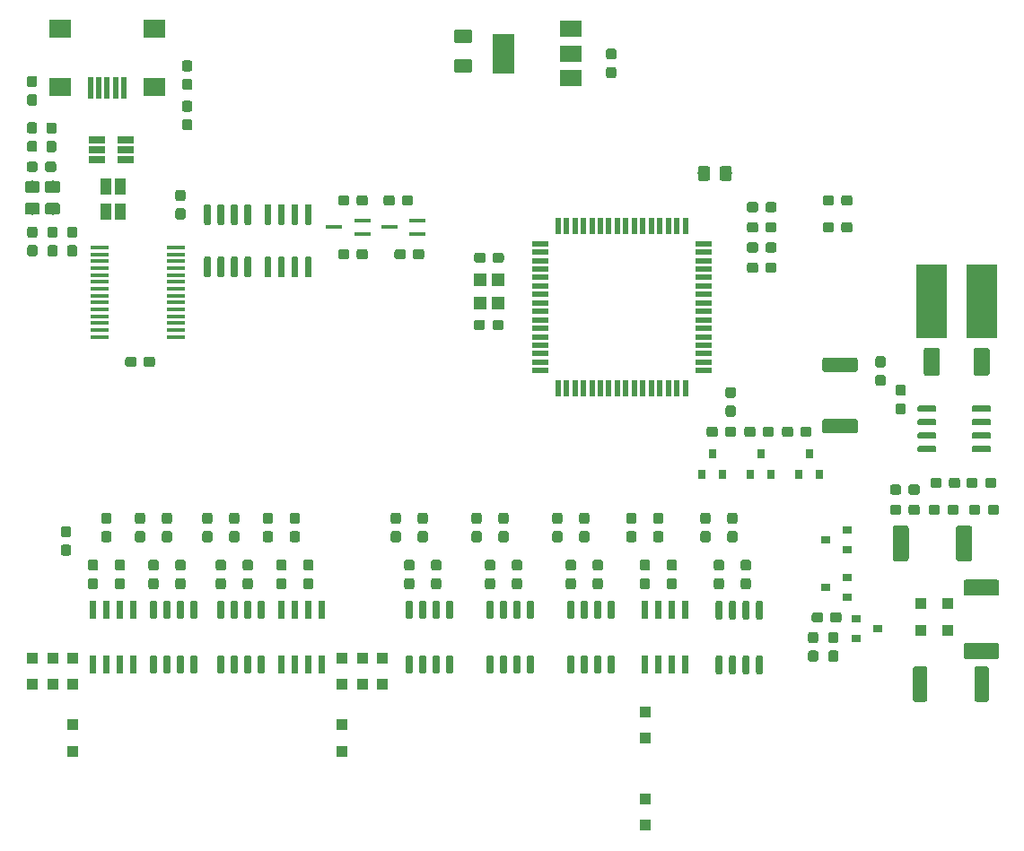
<source format=gbr>
G04 #@! TF.GenerationSoftware,KiCad,Pcbnew,(5.1.4)-1*
G04 #@! TF.CreationDate,2020-07-08T19:24:41+02:00*
G04 #@! TF.ProjectId,SBIO3,5342494f-332e-46b6-9963-61645f706362,rev?*
G04 #@! TF.SameCoordinates,Original*
G04 #@! TF.FileFunction,Paste,Top*
G04 #@! TF.FilePolarity,Positive*
%FSLAX46Y46*%
G04 Gerber Fmt 4.6, Leading zero omitted, Abs format (unit mm)*
G04 Created by KiCad (PCBNEW (5.1.4)-1) date 2020-07-08 19:24:41*
%MOMM*%
%LPD*%
G04 APERTURE LIST*
%ADD10C,0.100000*%
%ADD11C,0.950000*%
%ADD12R,1.500000X0.450000*%
%ADD13C,0.600000*%
%ADD14R,1.560000X0.650000*%
%ADD15R,2.000000X1.700000*%
%ADD16R,0.500000X2.000000*%
%ADD17C,1.150000*%
%ADD18R,1.000000X1.000000*%
%ADD19R,1.500000X0.550000*%
%ADD20R,0.550000X1.500000*%
%ADD21R,0.900000X0.800000*%
%ADD22C,1.525000*%
%ADD23R,1.750000X0.450000*%
%ADD24R,0.800000X0.900000*%
%ADD25R,1.200000X1.300000*%
%ADD26C,1.250000*%
%ADD27R,2.000000X1.500000*%
%ADD28R,2.000000X3.800000*%
%ADD29C,1.350000*%
%ADD30R,1.000000X1.500000*%
%ADD31R,3.000000X7.000000*%
G04 APERTURE END LIST*
D10*
G36*
X162235779Y-96046144D02*
G01*
X162258834Y-96049563D01*
X162281443Y-96055227D01*
X162303387Y-96063079D01*
X162324457Y-96073044D01*
X162344448Y-96085026D01*
X162363168Y-96098910D01*
X162380438Y-96114562D01*
X162396090Y-96131832D01*
X162409974Y-96150552D01*
X162421956Y-96170543D01*
X162431921Y-96191613D01*
X162439773Y-96213557D01*
X162445437Y-96236166D01*
X162448856Y-96259221D01*
X162450000Y-96282500D01*
X162450000Y-96757500D01*
X162448856Y-96780779D01*
X162445437Y-96803834D01*
X162439773Y-96826443D01*
X162431921Y-96848387D01*
X162421956Y-96869457D01*
X162409974Y-96889448D01*
X162396090Y-96908168D01*
X162380438Y-96925438D01*
X162363168Y-96941090D01*
X162344448Y-96954974D01*
X162324457Y-96966956D01*
X162303387Y-96976921D01*
X162281443Y-96984773D01*
X162258834Y-96990437D01*
X162235779Y-96993856D01*
X162212500Y-96995000D01*
X161637500Y-96995000D01*
X161614221Y-96993856D01*
X161591166Y-96990437D01*
X161568557Y-96984773D01*
X161546613Y-96976921D01*
X161525543Y-96966956D01*
X161505552Y-96954974D01*
X161486832Y-96941090D01*
X161469562Y-96925438D01*
X161453910Y-96908168D01*
X161440026Y-96889448D01*
X161428044Y-96869457D01*
X161418079Y-96848387D01*
X161410227Y-96826443D01*
X161404563Y-96803834D01*
X161401144Y-96780779D01*
X161400000Y-96757500D01*
X161400000Y-96282500D01*
X161401144Y-96259221D01*
X161404563Y-96236166D01*
X161410227Y-96213557D01*
X161418079Y-96191613D01*
X161428044Y-96170543D01*
X161440026Y-96150552D01*
X161453910Y-96131832D01*
X161469562Y-96114562D01*
X161486832Y-96098910D01*
X161505552Y-96085026D01*
X161525543Y-96073044D01*
X161546613Y-96063079D01*
X161568557Y-96055227D01*
X161591166Y-96049563D01*
X161614221Y-96046144D01*
X161637500Y-96045000D01*
X162212500Y-96045000D01*
X162235779Y-96046144D01*
X162235779Y-96046144D01*
G37*
D11*
X161925000Y-96520000D03*
D10*
G36*
X163985779Y-96046144D02*
G01*
X164008834Y-96049563D01*
X164031443Y-96055227D01*
X164053387Y-96063079D01*
X164074457Y-96073044D01*
X164094448Y-96085026D01*
X164113168Y-96098910D01*
X164130438Y-96114562D01*
X164146090Y-96131832D01*
X164159974Y-96150552D01*
X164171956Y-96170543D01*
X164181921Y-96191613D01*
X164189773Y-96213557D01*
X164195437Y-96236166D01*
X164198856Y-96259221D01*
X164200000Y-96282500D01*
X164200000Y-96757500D01*
X164198856Y-96780779D01*
X164195437Y-96803834D01*
X164189773Y-96826443D01*
X164181921Y-96848387D01*
X164171956Y-96869457D01*
X164159974Y-96889448D01*
X164146090Y-96908168D01*
X164130438Y-96925438D01*
X164113168Y-96941090D01*
X164094448Y-96954974D01*
X164074457Y-96966956D01*
X164053387Y-96976921D01*
X164031443Y-96984773D01*
X164008834Y-96990437D01*
X163985779Y-96993856D01*
X163962500Y-96995000D01*
X163387500Y-96995000D01*
X163364221Y-96993856D01*
X163341166Y-96990437D01*
X163318557Y-96984773D01*
X163296613Y-96976921D01*
X163275543Y-96966956D01*
X163255552Y-96954974D01*
X163236832Y-96941090D01*
X163219562Y-96925438D01*
X163203910Y-96908168D01*
X163190026Y-96889448D01*
X163178044Y-96869457D01*
X163168079Y-96848387D01*
X163160227Y-96826443D01*
X163154563Y-96803834D01*
X163151144Y-96780779D01*
X163150000Y-96757500D01*
X163150000Y-96282500D01*
X163151144Y-96259221D01*
X163154563Y-96236166D01*
X163160227Y-96213557D01*
X163168079Y-96191613D01*
X163178044Y-96170543D01*
X163190026Y-96150552D01*
X163203910Y-96131832D01*
X163219562Y-96114562D01*
X163236832Y-96098910D01*
X163255552Y-96085026D01*
X163275543Y-96073044D01*
X163296613Y-96063079D01*
X163318557Y-96055227D01*
X163341166Y-96049563D01*
X163364221Y-96046144D01*
X163387500Y-96045000D01*
X163962500Y-96045000D01*
X163985779Y-96046144D01*
X163985779Y-96046144D01*
G37*
D11*
X163675000Y-96520000D03*
D10*
G36*
X151200779Y-106206144D02*
G01*
X151223834Y-106209563D01*
X151246443Y-106215227D01*
X151268387Y-106223079D01*
X151289457Y-106233044D01*
X151309448Y-106245026D01*
X151328168Y-106258910D01*
X151345438Y-106274562D01*
X151361090Y-106291832D01*
X151374974Y-106310552D01*
X151386956Y-106330543D01*
X151396921Y-106351613D01*
X151404773Y-106373557D01*
X151410437Y-106396166D01*
X151413856Y-106419221D01*
X151415000Y-106442500D01*
X151415000Y-106917500D01*
X151413856Y-106940779D01*
X151410437Y-106963834D01*
X151404773Y-106986443D01*
X151396921Y-107008387D01*
X151386956Y-107029457D01*
X151374974Y-107049448D01*
X151361090Y-107068168D01*
X151345438Y-107085438D01*
X151328168Y-107101090D01*
X151309448Y-107114974D01*
X151289457Y-107126956D01*
X151268387Y-107136921D01*
X151246443Y-107144773D01*
X151223834Y-107150437D01*
X151200779Y-107153856D01*
X151177500Y-107155000D01*
X150602500Y-107155000D01*
X150579221Y-107153856D01*
X150556166Y-107150437D01*
X150533557Y-107144773D01*
X150511613Y-107136921D01*
X150490543Y-107126956D01*
X150470552Y-107114974D01*
X150451832Y-107101090D01*
X150434562Y-107085438D01*
X150418910Y-107068168D01*
X150405026Y-107049448D01*
X150393044Y-107029457D01*
X150383079Y-107008387D01*
X150375227Y-106986443D01*
X150369563Y-106963834D01*
X150366144Y-106940779D01*
X150365000Y-106917500D01*
X150365000Y-106442500D01*
X150366144Y-106419221D01*
X150369563Y-106396166D01*
X150375227Y-106373557D01*
X150383079Y-106351613D01*
X150393044Y-106330543D01*
X150405026Y-106310552D01*
X150418910Y-106291832D01*
X150434562Y-106274562D01*
X150451832Y-106258910D01*
X150470552Y-106245026D01*
X150490543Y-106233044D01*
X150511613Y-106223079D01*
X150533557Y-106215227D01*
X150556166Y-106209563D01*
X150579221Y-106206144D01*
X150602500Y-106205000D01*
X151177500Y-106205000D01*
X151200779Y-106206144D01*
X151200779Y-106206144D01*
G37*
D11*
X150890000Y-106680000D03*
D10*
G36*
X152950779Y-106206144D02*
G01*
X152973834Y-106209563D01*
X152996443Y-106215227D01*
X153018387Y-106223079D01*
X153039457Y-106233044D01*
X153059448Y-106245026D01*
X153078168Y-106258910D01*
X153095438Y-106274562D01*
X153111090Y-106291832D01*
X153124974Y-106310552D01*
X153136956Y-106330543D01*
X153146921Y-106351613D01*
X153154773Y-106373557D01*
X153160437Y-106396166D01*
X153163856Y-106419221D01*
X153165000Y-106442500D01*
X153165000Y-106917500D01*
X153163856Y-106940779D01*
X153160437Y-106963834D01*
X153154773Y-106986443D01*
X153146921Y-107008387D01*
X153136956Y-107029457D01*
X153124974Y-107049448D01*
X153111090Y-107068168D01*
X153095438Y-107085438D01*
X153078168Y-107101090D01*
X153059448Y-107114974D01*
X153039457Y-107126956D01*
X153018387Y-107136921D01*
X152996443Y-107144773D01*
X152973834Y-107150437D01*
X152950779Y-107153856D01*
X152927500Y-107155000D01*
X152352500Y-107155000D01*
X152329221Y-107153856D01*
X152306166Y-107150437D01*
X152283557Y-107144773D01*
X152261613Y-107136921D01*
X152240543Y-107126956D01*
X152220552Y-107114974D01*
X152201832Y-107101090D01*
X152184562Y-107085438D01*
X152168910Y-107068168D01*
X152155026Y-107049448D01*
X152143044Y-107029457D01*
X152133079Y-107008387D01*
X152125227Y-106986443D01*
X152119563Y-106963834D01*
X152116144Y-106940779D01*
X152115000Y-106917500D01*
X152115000Y-106442500D01*
X152116144Y-106419221D01*
X152119563Y-106396166D01*
X152125227Y-106373557D01*
X152133079Y-106351613D01*
X152143044Y-106330543D01*
X152155026Y-106310552D01*
X152168910Y-106291832D01*
X152184562Y-106274562D01*
X152201832Y-106258910D01*
X152220552Y-106245026D01*
X152240543Y-106233044D01*
X152261613Y-106223079D01*
X152283557Y-106215227D01*
X152306166Y-106209563D01*
X152329221Y-106206144D01*
X152352500Y-106205000D01*
X152927500Y-106205000D01*
X152950779Y-106206144D01*
X152950779Y-106206144D01*
G37*
D11*
X152640000Y-106680000D03*
D10*
G36*
X145090779Y-69376144D02*
G01*
X145113834Y-69379563D01*
X145136443Y-69385227D01*
X145158387Y-69393079D01*
X145179457Y-69403044D01*
X145199448Y-69415026D01*
X145218168Y-69428910D01*
X145235438Y-69444562D01*
X145251090Y-69461832D01*
X145264974Y-69480552D01*
X145276956Y-69500543D01*
X145286921Y-69521613D01*
X145294773Y-69543557D01*
X145300437Y-69566166D01*
X145303856Y-69589221D01*
X145305000Y-69612500D01*
X145305000Y-70087500D01*
X145303856Y-70110779D01*
X145300437Y-70133834D01*
X145294773Y-70156443D01*
X145286921Y-70178387D01*
X145276956Y-70199457D01*
X145264974Y-70219448D01*
X145251090Y-70238168D01*
X145235438Y-70255438D01*
X145218168Y-70271090D01*
X145199448Y-70284974D01*
X145179457Y-70296956D01*
X145158387Y-70306921D01*
X145136443Y-70314773D01*
X145113834Y-70320437D01*
X145090779Y-70323856D01*
X145067500Y-70325000D01*
X144492500Y-70325000D01*
X144469221Y-70323856D01*
X144446166Y-70320437D01*
X144423557Y-70314773D01*
X144401613Y-70306921D01*
X144380543Y-70296956D01*
X144360552Y-70284974D01*
X144341832Y-70271090D01*
X144324562Y-70255438D01*
X144308910Y-70238168D01*
X144295026Y-70219448D01*
X144283044Y-70199457D01*
X144273079Y-70178387D01*
X144265227Y-70156443D01*
X144259563Y-70133834D01*
X144256144Y-70110779D01*
X144255000Y-70087500D01*
X144255000Y-69612500D01*
X144256144Y-69589221D01*
X144259563Y-69566166D01*
X144265227Y-69543557D01*
X144273079Y-69521613D01*
X144283044Y-69500543D01*
X144295026Y-69480552D01*
X144308910Y-69461832D01*
X144324562Y-69444562D01*
X144341832Y-69428910D01*
X144360552Y-69415026D01*
X144380543Y-69403044D01*
X144401613Y-69393079D01*
X144423557Y-69385227D01*
X144446166Y-69379563D01*
X144469221Y-69376144D01*
X144492500Y-69375000D01*
X145067500Y-69375000D01*
X145090779Y-69376144D01*
X145090779Y-69376144D01*
G37*
D11*
X144780000Y-69850000D03*
D10*
G36*
X146840779Y-69376144D02*
G01*
X146863834Y-69379563D01*
X146886443Y-69385227D01*
X146908387Y-69393079D01*
X146929457Y-69403044D01*
X146949448Y-69415026D01*
X146968168Y-69428910D01*
X146985438Y-69444562D01*
X147001090Y-69461832D01*
X147014974Y-69480552D01*
X147026956Y-69500543D01*
X147036921Y-69521613D01*
X147044773Y-69543557D01*
X147050437Y-69566166D01*
X147053856Y-69589221D01*
X147055000Y-69612500D01*
X147055000Y-70087500D01*
X147053856Y-70110779D01*
X147050437Y-70133834D01*
X147044773Y-70156443D01*
X147036921Y-70178387D01*
X147026956Y-70199457D01*
X147014974Y-70219448D01*
X147001090Y-70238168D01*
X146985438Y-70255438D01*
X146968168Y-70271090D01*
X146949448Y-70284974D01*
X146929457Y-70296956D01*
X146908387Y-70306921D01*
X146886443Y-70314773D01*
X146863834Y-70320437D01*
X146840779Y-70323856D01*
X146817500Y-70325000D01*
X146242500Y-70325000D01*
X146219221Y-70323856D01*
X146196166Y-70320437D01*
X146173557Y-70314773D01*
X146151613Y-70306921D01*
X146130543Y-70296956D01*
X146110552Y-70284974D01*
X146091832Y-70271090D01*
X146074562Y-70255438D01*
X146058910Y-70238168D01*
X146045026Y-70219448D01*
X146033044Y-70199457D01*
X146023079Y-70178387D01*
X146015227Y-70156443D01*
X146009563Y-70133834D01*
X146006144Y-70110779D01*
X146005000Y-70087500D01*
X146005000Y-69612500D01*
X146006144Y-69589221D01*
X146009563Y-69566166D01*
X146015227Y-69543557D01*
X146023079Y-69521613D01*
X146033044Y-69500543D01*
X146045026Y-69480552D01*
X146058910Y-69461832D01*
X146074562Y-69444562D01*
X146091832Y-69428910D01*
X146110552Y-69415026D01*
X146130543Y-69403044D01*
X146151613Y-69393079D01*
X146173557Y-69385227D01*
X146196166Y-69379563D01*
X146219221Y-69376144D01*
X146242500Y-69375000D01*
X146817500Y-69375000D01*
X146840779Y-69376144D01*
X146840779Y-69376144D01*
G37*
D11*
X146530000Y-69850000D03*
D12*
X105290000Y-69850000D03*
X107950000Y-69200000D03*
X107950000Y-70500000D03*
D10*
G36*
X91065779Y-68056144D02*
G01*
X91088834Y-68059563D01*
X91111443Y-68065227D01*
X91133387Y-68073079D01*
X91154457Y-68083044D01*
X91174448Y-68095026D01*
X91193168Y-68108910D01*
X91210438Y-68124562D01*
X91226090Y-68141832D01*
X91239974Y-68160552D01*
X91251956Y-68180543D01*
X91261921Y-68201613D01*
X91269773Y-68223557D01*
X91275437Y-68246166D01*
X91278856Y-68269221D01*
X91280000Y-68292500D01*
X91280000Y-68867500D01*
X91278856Y-68890779D01*
X91275437Y-68913834D01*
X91269773Y-68936443D01*
X91261921Y-68958387D01*
X91251956Y-68979457D01*
X91239974Y-68999448D01*
X91226090Y-69018168D01*
X91210438Y-69035438D01*
X91193168Y-69051090D01*
X91174448Y-69064974D01*
X91154457Y-69076956D01*
X91133387Y-69086921D01*
X91111443Y-69094773D01*
X91088834Y-69100437D01*
X91065779Y-69103856D01*
X91042500Y-69105000D01*
X90567500Y-69105000D01*
X90544221Y-69103856D01*
X90521166Y-69100437D01*
X90498557Y-69094773D01*
X90476613Y-69086921D01*
X90455543Y-69076956D01*
X90435552Y-69064974D01*
X90416832Y-69051090D01*
X90399562Y-69035438D01*
X90383910Y-69018168D01*
X90370026Y-68999448D01*
X90358044Y-68979457D01*
X90348079Y-68958387D01*
X90340227Y-68936443D01*
X90334563Y-68913834D01*
X90331144Y-68890779D01*
X90330000Y-68867500D01*
X90330000Y-68292500D01*
X90331144Y-68269221D01*
X90334563Y-68246166D01*
X90340227Y-68223557D01*
X90348079Y-68201613D01*
X90358044Y-68180543D01*
X90370026Y-68160552D01*
X90383910Y-68141832D01*
X90399562Y-68124562D01*
X90416832Y-68108910D01*
X90435552Y-68095026D01*
X90455543Y-68083044D01*
X90476613Y-68073079D01*
X90498557Y-68065227D01*
X90521166Y-68059563D01*
X90544221Y-68056144D01*
X90567500Y-68055000D01*
X91042500Y-68055000D01*
X91065779Y-68056144D01*
X91065779Y-68056144D01*
G37*
D11*
X90805000Y-68580000D03*
D10*
G36*
X91065779Y-66306144D02*
G01*
X91088834Y-66309563D01*
X91111443Y-66315227D01*
X91133387Y-66323079D01*
X91154457Y-66333044D01*
X91174448Y-66345026D01*
X91193168Y-66358910D01*
X91210438Y-66374562D01*
X91226090Y-66391832D01*
X91239974Y-66410552D01*
X91251956Y-66430543D01*
X91261921Y-66451613D01*
X91269773Y-66473557D01*
X91275437Y-66496166D01*
X91278856Y-66519221D01*
X91280000Y-66542500D01*
X91280000Y-67117500D01*
X91278856Y-67140779D01*
X91275437Y-67163834D01*
X91269773Y-67186443D01*
X91261921Y-67208387D01*
X91251956Y-67229457D01*
X91239974Y-67249448D01*
X91226090Y-67268168D01*
X91210438Y-67285438D01*
X91193168Y-67301090D01*
X91174448Y-67314974D01*
X91154457Y-67326956D01*
X91133387Y-67336921D01*
X91111443Y-67344773D01*
X91088834Y-67350437D01*
X91065779Y-67353856D01*
X91042500Y-67355000D01*
X90567500Y-67355000D01*
X90544221Y-67353856D01*
X90521166Y-67350437D01*
X90498557Y-67344773D01*
X90476613Y-67336921D01*
X90455543Y-67326956D01*
X90435552Y-67314974D01*
X90416832Y-67301090D01*
X90399562Y-67285438D01*
X90383910Y-67268168D01*
X90370026Y-67249448D01*
X90358044Y-67229457D01*
X90348079Y-67208387D01*
X90340227Y-67186443D01*
X90334563Y-67163834D01*
X90331144Y-67140779D01*
X90330000Y-67117500D01*
X90330000Y-66542500D01*
X90331144Y-66519221D01*
X90334563Y-66496166D01*
X90340227Y-66473557D01*
X90348079Y-66451613D01*
X90358044Y-66430543D01*
X90370026Y-66410552D01*
X90383910Y-66391832D01*
X90399562Y-66374562D01*
X90416832Y-66358910D01*
X90435552Y-66345026D01*
X90455543Y-66333044D01*
X90476613Y-66323079D01*
X90498557Y-66315227D01*
X90521166Y-66309563D01*
X90544221Y-66306144D01*
X90567500Y-66305000D01*
X91042500Y-66305000D01*
X91065779Y-66306144D01*
X91065779Y-66306144D01*
G37*
D11*
X90805000Y-66830000D03*
D10*
G36*
X88180779Y-82076144D02*
G01*
X88203834Y-82079563D01*
X88226443Y-82085227D01*
X88248387Y-82093079D01*
X88269457Y-82103044D01*
X88289448Y-82115026D01*
X88308168Y-82128910D01*
X88325438Y-82144562D01*
X88341090Y-82161832D01*
X88354974Y-82180552D01*
X88366956Y-82200543D01*
X88376921Y-82221613D01*
X88384773Y-82243557D01*
X88390437Y-82266166D01*
X88393856Y-82289221D01*
X88395000Y-82312500D01*
X88395000Y-82787500D01*
X88393856Y-82810779D01*
X88390437Y-82833834D01*
X88384773Y-82856443D01*
X88376921Y-82878387D01*
X88366956Y-82899457D01*
X88354974Y-82919448D01*
X88341090Y-82938168D01*
X88325438Y-82955438D01*
X88308168Y-82971090D01*
X88289448Y-82984974D01*
X88269457Y-82996956D01*
X88248387Y-83006921D01*
X88226443Y-83014773D01*
X88203834Y-83020437D01*
X88180779Y-83023856D01*
X88157500Y-83025000D01*
X87582500Y-83025000D01*
X87559221Y-83023856D01*
X87536166Y-83020437D01*
X87513557Y-83014773D01*
X87491613Y-83006921D01*
X87470543Y-82996956D01*
X87450552Y-82984974D01*
X87431832Y-82971090D01*
X87414562Y-82955438D01*
X87398910Y-82938168D01*
X87385026Y-82919448D01*
X87373044Y-82899457D01*
X87363079Y-82878387D01*
X87355227Y-82856443D01*
X87349563Y-82833834D01*
X87346144Y-82810779D01*
X87345000Y-82787500D01*
X87345000Y-82312500D01*
X87346144Y-82289221D01*
X87349563Y-82266166D01*
X87355227Y-82243557D01*
X87363079Y-82221613D01*
X87373044Y-82200543D01*
X87385026Y-82180552D01*
X87398910Y-82161832D01*
X87414562Y-82144562D01*
X87431832Y-82128910D01*
X87450552Y-82115026D01*
X87470543Y-82103044D01*
X87491613Y-82093079D01*
X87513557Y-82085227D01*
X87536166Y-82079563D01*
X87559221Y-82076144D01*
X87582500Y-82075000D01*
X88157500Y-82075000D01*
X88180779Y-82076144D01*
X88180779Y-82076144D01*
G37*
D11*
X87870000Y-82550000D03*
D10*
G36*
X86430779Y-82076144D02*
G01*
X86453834Y-82079563D01*
X86476443Y-82085227D01*
X86498387Y-82093079D01*
X86519457Y-82103044D01*
X86539448Y-82115026D01*
X86558168Y-82128910D01*
X86575438Y-82144562D01*
X86591090Y-82161832D01*
X86604974Y-82180552D01*
X86616956Y-82200543D01*
X86626921Y-82221613D01*
X86634773Y-82243557D01*
X86640437Y-82266166D01*
X86643856Y-82289221D01*
X86645000Y-82312500D01*
X86645000Y-82787500D01*
X86643856Y-82810779D01*
X86640437Y-82833834D01*
X86634773Y-82856443D01*
X86626921Y-82878387D01*
X86616956Y-82899457D01*
X86604974Y-82919448D01*
X86591090Y-82938168D01*
X86575438Y-82955438D01*
X86558168Y-82971090D01*
X86539448Y-82984974D01*
X86519457Y-82996956D01*
X86498387Y-83006921D01*
X86476443Y-83014773D01*
X86453834Y-83020437D01*
X86430779Y-83023856D01*
X86407500Y-83025000D01*
X85832500Y-83025000D01*
X85809221Y-83023856D01*
X85786166Y-83020437D01*
X85763557Y-83014773D01*
X85741613Y-83006921D01*
X85720543Y-82996956D01*
X85700552Y-82984974D01*
X85681832Y-82971090D01*
X85664562Y-82955438D01*
X85648910Y-82938168D01*
X85635026Y-82919448D01*
X85623044Y-82899457D01*
X85613079Y-82878387D01*
X85605227Y-82856443D01*
X85599563Y-82833834D01*
X85596144Y-82810779D01*
X85595000Y-82787500D01*
X85595000Y-82312500D01*
X85596144Y-82289221D01*
X85599563Y-82266166D01*
X85605227Y-82243557D01*
X85613079Y-82221613D01*
X85623044Y-82200543D01*
X85635026Y-82180552D01*
X85648910Y-82161832D01*
X85664562Y-82144562D01*
X85681832Y-82128910D01*
X85700552Y-82115026D01*
X85720543Y-82103044D01*
X85741613Y-82093079D01*
X85763557Y-82085227D01*
X85786166Y-82079563D01*
X85809221Y-82076144D01*
X85832500Y-82075000D01*
X86407500Y-82075000D01*
X86430779Y-82076144D01*
X86430779Y-82076144D01*
G37*
D11*
X86120000Y-82550000D03*
D10*
G36*
X99224703Y-67670722D02*
G01*
X99239264Y-67672882D01*
X99253543Y-67676459D01*
X99267403Y-67681418D01*
X99280710Y-67687712D01*
X99293336Y-67695280D01*
X99305159Y-67704048D01*
X99316066Y-67713934D01*
X99325952Y-67724841D01*
X99334720Y-67736664D01*
X99342288Y-67749290D01*
X99348582Y-67762597D01*
X99353541Y-67776457D01*
X99357118Y-67790736D01*
X99359278Y-67805297D01*
X99360000Y-67820000D01*
X99360000Y-69470000D01*
X99359278Y-69484703D01*
X99357118Y-69499264D01*
X99353541Y-69513543D01*
X99348582Y-69527403D01*
X99342288Y-69540710D01*
X99334720Y-69553336D01*
X99325952Y-69565159D01*
X99316066Y-69576066D01*
X99305159Y-69585952D01*
X99293336Y-69594720D01*
X99280710Y-69602288D01*
X99267403Y-69608582D01*
X99253543Y-69613541D01*
X99239264Y-69617118D01*
X99224703Y-69619278D01*
X99210000Y-69620000D01*
X98910000Y-69620000D01*
X98895297Y-69619278D01*
X98880736Y-69617118D01*
X98866457Y-69613541D01*
X98852597Y-69608582D01*
X98839290Y-69602288D01*
X98826664Y-69594720D01*
X98814841Y-69585952D01*
X98803934Y-69576066D01*
X98794048Y-69565159D01*
X98785280Y-69553336D01*
X98777712Y-69540710D01*
X98771418Y-69527403D01*
X98766459Y-69513543D01*
X98762882Y-69499264D01*
X98760722Y-69484703D01*
X98760000Y-69470000D01*
X98760000Y-67820000D01*
X98760722Y-67805297D01*
X98762882Y-67790736D01*
X98766459Y-67776457D01*
X98771418Y-67762597D01*
X98777712Y-67749290D01*
X98785280Y-67736664D01*
X98794048Y-67724841D01*
X98803934Y-67713934D01*
X98814841Y-67704048D01*
X98826664Y-67695280D01*
X98839290Y-67687712D01*
X98852597Y-67681418D01*
X98866457Y-67676459D01*
X98880736Y-67672882D01*
X98895297Y-67670722D01*
X98910000Y-67670000D01*
X99210000Y-67670000D01*
X99224703Y-67670722D01*
X99224703Y-67670722D01*
G37*
D13*
X99060000Y-68645000D03*
D10*
G36*
X100494703Y-67670722D02*
G01*
X100509264Y-67672882D01*
X100523543Y-67676459D01*
X100537403Y-67681418D01*
X100550710Y-67687712D01*
X100563336Y-67695280D01*
X100575159Y-67704048D01*
X100586066Y-67713934D01*
X100595952Y-67724841D01*
X100604720Y-67736664D01*
X100612288Y-67749290D01*
X100618582Y-67762597D01*
X100623541Y-67776457D01*
X100627118Y-67790736D01*
X100629278Y-67805297D01*
X100630000Y-67820000D01*
X100630000Y-69470000D01*
X100629278Y-69484703D01*
X100627118Y-69499264D01*
X100623541Y-69513543D01*
X100618582Y-69527403D01*
X100612288Y-69540710D01*
X100604720Y-69553336D01*
X100595952Y-69565159D01*
X100586066Y-69576066D01*
X100575159Y-69585952D01*
X100563336Y-69594720D01*
X100550710Y-69602288D01*
X100537403Y-69608582D01*
X100523543Y-69613541D01*
X100509264Y-69617118D01*
X100494703Y-69619278D01*
X100480000Y-69620000D01*
X100180000Y-69620000D01*
X100165297Y-69619278D01*
X100150736Y-69617118D01*
X100136457Y-69613541D01*
X100122597Y-69608582D01*
X100109290Y-69602288D01*
X100096664Y-69594720D01*
X100084841Y-69585952D01*
X100073934Y-69576066D01*
X100064048Y-69565159D01*
X100055280Y-69553336D01*
X100047712Y-69540710D01*
X100041418Y-69527403D01*
X100036459Y-69513543D01*
X100032882Y-69499264D01*
X100030722Y-69484703D01*
X100030000Y-69470000D01*
X100030000Y-67820000D01*
X100030722Y-67805297D01*
X100032882Y-67790736D01*
X100036459Y-67776457D01*
X100041418Y-67762597D01*
X100047712Y-67749290D01*
X100055280Y-67736664D01*
X100064048Y-67724841D01*
X100073934Y-67713934D01*
X100084841Y-67704048D01*
X100096664Y-67695280D01*
X100109290Y-67687712D01*
X100122597Y-67681418D01*
X100136457Y-67676459D01*
X100150736Y-67672882D01*
X100165297Y-67670722D01*
X100180000Y-67670000D01*
X100480000Y-67670000D01*
X100494703Y-67670722D01*
X100494703Y-67670722D01*
G37*
D13*
X100330000Y-68645000D03*
D10*
G36*
X101764703Y-67670722D02*
G01*
X101779264Y-67672882D01*
X101793543Y-67676459D01*
X101807403Y-67681418D01*
X101820710Y-67687712D01*
X101833336Y-67695280D01*
X101845159Y-67704048D01*
X101856066Y-67713934D01*
X101865952Y-67724841D01*
X101874720Y-67736664D01*
X101882288Y-67749290D01*
X101888582Y-67762597D01*
X101893541Y-67776457D01*
X101897118Y-67790736D01*
X101899278Y-67805297D01*
X101900000Y-67820000D01*
X101900000Y-69470000D01*
X101899278Y-69484703D01*
X101897118Y-69499264D01*
X101893541Y-69513543D01*
X101888582Y-69527403D01*
X101882288Y-69540710D01*
X101874720Y-69553336D01*
X101865952Y-69565159D01*
X101856066Y-69576066D01*
X101845159Y-69585952D01*
X101833336Y-69594720D01*
X101820710Y-69602288D01*
X101807403Y-69608582D01*
X101793543Y-69613541D01*
X101779264Y-69617118D01*
X101764703Y-69619278D01*
X101750000Y-69620000D01*
X101450000Y-69620000D01*
X101435297Y-69619278D01*
X101420736Y-69617118D01*
X101406457Y-69613541D01*
X101392597Y-69608582D01*
X101379290Y-69602288D01*
X101366664Y-69594720D01*
X101354841Y-69585952D01*
X101343934Y-69576066D01*
X101334048Y-69565159D01*
X101325280Y-69553336D01*
X101317712Y-69540710D01*
X101311418Y-69527403D01*
X101306459Y-69513543D01*
X101302882Y-69499264D01*
X101300722Y-69484703D01*
X101300000Y-69470000D01*
X101300000Y-67820000D01*
X101300722Y-67805297D01*
X101302882Y-67790736D01*
X101306459Y-67776457D01*
X101311418Y-67762597D01*
X101317712Y-67749290D01*
X101325280Y-67736664D01*
X101334048Y-67724841D01*
X101343934Y-67713934D01*
X101354841Y-67704048D01*
X101366664Y-67695280D01*
X101379290Y-67687712D01*
X101392597Y-67681418D01*
X101406457Y-67676459D01*
X101420736Y-67672882D01*
X101435297Y-67670722D01*
X101450000Y-67670000D01*
X101750000Y-67670000D01*
X101764703Y-67670722D01*
X101764703Y-67670722D01*
G37*
D13*
X101600000Y-68645000D03*
D10*
G36*
X103034703Y-67670722D02*
G01*
X103049264Y-67672882D01*
X103063543Y-67676459D01*
X103077403Y-67681418D01*
X103090710Y-67687712D01*
X103103336Y-67695280D01*
X103115159Y-67704048D01*
X103126066Y-67713934D01*
X103135952Y-67724841D01*
X103144720Y-67736664D01*
X103152288Y-67749290D01*
X103158582Y-67762597D01*
X103163541Y-67776457D01*
X103167118Y-67790736D01*
X103169278Y-67805297D01*
X103170000Y-67820000D01*
X103170000Y-69470000D01*
X103169278Y-69484703D01*
X103167118Y-69499264D01*
X103163541Y-69513543D01*
X103158582Y-69527403D01*
X103152288Y-69540710D01*
X103144720Y-69553336D01*
X103135952Y-69565159D01*
X103126066Y-69576066D01*
X103115159Y-69585952D01*
X103103336Y-69594720D01*
X103090710Y-69602288D01*
X103077403Y-69608582D01*
X103063543Y-69613541D01*
X103049264Y-69617118D01*
X103034703Y-69619278D01*
X103020000Y-69620000D01*
X102720000Y-69620000D01*
X102705297Y-69619278D01*
X102690736Y-69617118D01*
X102676457Y-69613541D01*
X102662597Y-69608582D01*
X102649290Y-69602288D01*
X102636664Y-69594720D01*
X102624841Y-69585952D01*
X102613934Y-69576066D01*
X102604048Y-69565159D01*
X102595280Y-69553336D01*
X102587712Y-69540710D01*
X102581418Y-69527403D01*
X102576459Y-69513543D01*
X102572882Y-69499264D01*
X102570722Y-69484703D01*
X102570000Y-69470000D01*
X102570000Y-67820000D01*
X102570722Y-67805297D01*
X102572882Y-67790736D01*
X102576459Y-67776457D01*
X102581418Y-67762597D01*
X102587712Y-67749290D01*
X102595280Y-67736664D01*
X102604048Y-67724841D01*
X102613934Y-67713934D01*
X102624841Y-67704048D01*
X102636664Y-67695280D01*
X102649290Y-67687712D01*
X102662597Y-67681418D01*
X102676457Y-67676459D01*
X102690736Y-67672882D01*
X102705297Y-67670722D01*
X102720000Y-67670000D01*
X103020000Y-67670000D01*
X103034703Y-67670722D01*
X103034703Y-67670722D01*
G37*
D13*
X102870000Y-68645000D03*
D10*
G36*
X103034703Y-72620722D02*
G01*
X103049264Y-72622882D01*
X103063543Y-72626459D01*
X103077403Y-72631418D01*
X103090710Y-72637712D01*
X103103336Y-72645280D01*
X103115159Y-72654048D01*
X103126066Y-72663934D01*
X103135952Y-72674841D01*
X103144720Y-72686664D01*
X103152288Y-72699290D01*
X103158582Y-72712597D01*
X103163541Y-72726457D01*
X103167118Y-72740736D01*
X103169278Y-72755297D01*
X103170000Y-72770000D01*
X103170000Y-74420000D01*
X103169278Y-74434703D01*
X103167118Y-74449264D01*
X103163541Y-74463543D01*
X103158582Y-74477403D01*
X103152288Y-74490710D01*
X103144720Y-74503336D01*
X103135952Y-74515159D01*
X103126066Y-74526066D01*
X103115159Y-74535952D01*
X103103336Y-74544720D01*
X103090710Y-74552288D01*
X103077403Y-74558582D01*
X103063543Y-74563541D01*
X103049264Y-74567118D01*
X103034703Y-74569278D01*
X103020000Y-74570000D01*
X102720000Y-74570000D01*
X102705297Y-74569278D01*
X102690736Y-74567118D01*
X102676457Y-74563541D01*
X102662597Y-74558582D01*
X102649290Y-74552288D01*
X102636664Y-74544720D01*
X102624841Y-74535952D01*
X102613934Y-74526066D01*
X102604048Y-74515159D01*
X102595280Y-74503336D01*
X102587712Y-74490710D01*
X102581418Y-74477403D01*
X102576459Y-74463543D01*
X102572882Y-74449264D01*
X102570722Y-74434703D01*
X102570000Y-74420000D01*
X102570000Y-72770000D01*
X102570722Y-72755297D01*
X102572882Y-72740736D01*
X102576459Y-72726457D01*
X102581418Y-72712597D01*
X102587712Y-72699290D01*
X102595280Y-72686664D01*
X102604048Y-72674841D01*
X102613934Y-72663934D01*
X102624841Y-72654048D01*
X102636664Y-72645280D01*
X102649290Y-72637712D01*
X102662597Y-72631418D01*
X102676457Y-72626459D01*
X102690736Y-72622882D01*
X102705297Y-72620722D01*
X102720000Y-72620000D01*
X103020000Y-72620000D01*
X103034703Y-72620722D01*
X103034703Y-72620722D01*
G37*
D13*
X102870000Y-73595000D03*
D10*
G36*
X101764703Y-72620722D02*
G01*
X101779264Y-72622882D01*
X101793543Y-72626459D01*
X101807403Y-72631418D01*
X101820710Y-72637712D01*
X101833336Y-72645280D01*
X101845159Y-72654048D01*
X101856066Y-72663934D01*
X101865952Y-72674841D01*
X101874720Y-72686664D01*
X101882288Y-72699290D01*
X101888582Y-72712597D01*
X101893541Y-72726457D01*
X101897118Y-72740736D01*
X101899278Y-72755297D01*
X101900000Y-72770000D01*
X101900000Y-74420000D01*
X101899278Y-74434703D01*
X101897118Y-74449264D01*
X101893541Y-74463543D01*
X101888582Y-74477403D01*
X101882288Y-74490710D01*
X101874720Y-74503336D01*
X101865952Y-74515159D01*
X101856066Y-74526066D01*
X101845159Y-74535952D01*
X101833336Y-74544720D01*
X101820710Y-74552288D01*
X101807403Y-74558582D01*
X101793543Y-74563541D01*
X101779264Y-74567118D01*
X101764703Y-74569278D01*
X101750000Y-74570000D01*
X101450000Y-74570000D01*
X101435297Y-74569278D01*
X101420736Y-74567118D01*
X101406457Y-74563541D01*
X101392597Y-74558582D01*
X101379290Y-74552288D01*
X101366664Y-74544720D01*
X101354841Y-74535952D01*
X101343934Y-74526066D01*
X101334048Y-74515159D01*
X101325280Y-74503336D01*
X101317712Y-74490710D01*
X101311418Y-74477403D01*
X101306459Y-74463543D01*
X101302882Y-74449264D01*
X101300722Y-74434703D01*
X101300000Y-74420000D01*
X101300000Y-72770000D01*
X101300722Y-72755297D01*
X101302882Y-72740736D01*
X101306459Y-72726457D01*
X101311418Y-72712597D01*
X101317712Y-72699290D01*
X101325280Y-72686664D01*
X101334048Y-72674841D01*
X101343934Y-72663934D01*
X101354841Y-72654048D01*
X101366664Y-72645280D01*
X101379290Y-72637712D01*
X101392597Y-72631418D01*
X101406457Y-72626459D01*
X101420736Y-72622882D01*
X101435297Y-72620722D01*
X101450000Y-72620000D01*
X101750000Y-72620000D01*
X101764703Y-72620722D01*
X101764703Y-72620722D01*
G37*
D13*
X101600000Y-73595000D03*
D10*
G36*
X100494703Y-72620722D02*
G01*
X100509264Y-72622882D01*
X100523543Y-72626459D01*
X100537403Y-72631418D01*
X100550710Y-72637712D01*
X100563336Y-72645280D01*
X100575159Y-72654048D01*
X100586066Y-72663934D01*
X100595952Y-72674841D01*
X100604720Y-72686664D01*
X100612288Y-72699290D01*
X100618582Y-72712597D01*
X100623541Y-72726457D01*
X100627118Y-72740736D01*
X100629278Y-72755297D01*
X100630000Y-72770000D01*
X100630000Y-74420000D01*
X100629278Y-74434703D01*
X100627118Y-74449264D01*
X100623541Y-74463543D01*
X100618582Y-74477403D01*
X100612288Y-74490710D01*
X100604720Y-74503336D01*
X100595952Y-74515159D01*
X100586066Y-74526066D01*
X100575159Y-74535952D01*
X100563336Y-74544720D01*
X100550710Y-74552288D01*
X100537403Y-74558582D01*
X100523543Y-74563541D01*
X100509264Y-74567118D01*
X100494703Y-74569278D01*
X100480000Y-74570000D01*
X100180000Y-74570000D01*
X100165297Y-74569278D01*
X100150736Y-74567118D01*
X100136457Y-74563541D01*
X100122597Y-74558582D01*
X100109290Y-74552288D01*
X100096664Y-74544720D01*
X100084841Y-74535952D01*
X100073934Y-74526066D01*
X100064048Y-74515159D01*
X100055280Y-74503336D01*
X100047712Y-74490710D01*
X100041418Y-74477403D01*
X100036459Y-74463543D01*
X100032882Y-74449264D01*
X100030722Y-74434703D01*
X100030000Y-74420000D01*
X100030000Y-72770000D01*
X100030722Y-72755297D01*
X100032882Y-72740736D01*
X100036459Y-72726457D01*
X100041418Y-72712597D01*
X100047712Y-72699290D01*
X100055280Y-72686664D01*
X100064048Y-72674841D01*
X100073934Y-72663934D01*
X100084841Y-72654048D01*
X100096664Y-72645280D01*
X100109290Y-72637712D01*
X100122597Y-72631418D01*
X100136457Y-72626459D01*
X100150736Y-72622882D01*
X100165297Y-72620722D01*
X100180000Y-72620000D01*
X100480000Y-72620000D01*
X100494703Y-72620722D01*
X100494703Y-72620722D01*
G37*
D13*
X100330000Y-73595000D03*
D10*
G36*
X99224703Y-72620722D02*
G01*
X99239264Y-72622882D01*
X99253543Y-72626459D01*
X99267403Y-72631418D01*
X99280710Y-72637712D01*
X99293336Y-72645280D01*
X99305159Y-72654048D01*
X99316066Y-72663934D01*
X99325952Y-72674841D01*
X99334720Y-72686664D01*
X99342288Y-72699290D01*
X99348582Y-72712597D01*
X99353541Y-72726457D01*
X99357118Y-72740736D01*
X99359278Y-72755297D01*
X99360000Y-72770000D01*
X99360000Y-74420000D01*
X99359278Y-74434703D01*
X99357118Y-74449264D01*
X99353541Y-74463543D01*
X99348582Y-74477403D01*
X99342288Y-74490710D01*
X99334720Y-74503336D01*
X99325952Y-74515159D01*
X99316066Y-74526066D01*
X99305159Y-74535952D01*
X99293336Y-74544720D01*
X99280710Y-74552288D01*
X99267403Y-74558582D01*
X99253543Y-74563541D01*
X99239264Y-74567118D01*
X99224703Y-74569278D01*
X99210000Y-74570000D01*
X98910000Y-74570000D01*
X98895297Y-74569278D01*
X98880736Y-74567118D01*
X98866457Y-74563541D01*
X98852597Y-74558582D01*
X98839290Y-74552288D01*
X98826664Y-74544720D01*
X98814841Y-74535952D01*
X98803934Y-74526066D01*
X98794048Y-74515159D01*
X98785280Y-74503336D01*
X98777712Y-74490710D01*
X98771418Y-74477403D01*
X98766459Y-74463543D01*
X98762882Y-74449264D01*
X98760722Y-74434703D01*
X98760000Y-74420000D01*
X98760000Y-72770000D01*
X98760722Y-72755297D01*
X98762882Y-72740736D01*
X98766459Y-72726457D01*
X98771418Y-72712597D01*
X98777712Y-72699290D01*
X98785280Y-72686664D01*
X98794048Y-72674841D01*
X98803934Y-72663934D01*
X98814841Y-72654048D01*
X98826664Y-72645280D01*
X98839290Y-72637712D01*
X98852597Y-72631418D01*
X98866457Y-72626459D01*
X98880736Y-72622882D01*
X98895297Y-72620722D01*
X98910000Y-72620000D01*
X99210000Y-72620000D01*
X99224703Y-72620722D01*
X99224703Y-72620722D01*
G37*
D13*
X99060000Y-73595000D03*
D10*
G36*
X93509703Y-67670722D02*
G01*
X93524264Y-67672882D01*
X93538543Y-67676459D01*
X93552403Y-67681418D01*
X93565710Y-67687712D01*
X93578336Y-67695280D01*
X93590159Y-67704048D01*
X93601066Y-67713934D01*
X93610952Y-67724841D01*
X93619720Y-67736664D01*
X93627288Y-67749290D01*
X93633582Y-67762597D01*
X93638541Y-67776457D01*
X93642118Y-67790736D01*
X93644278Y-67805297D01*
X93645000Y-67820000D01*
X93645000Y-69470000D01*
X93644278Y-69484703D01*
X93642118Y-69499264D01*
X93638541Y-69513543D01*
X93633582Y-69527403D01*
X93627288Y-69540710D01*
X93619720Y-69553336D01*
X93610952Y-69565159D01*
X93601066Y-69576066D01*
X93590159Y-69585952D01*
X93578336Y-69594720D01*
X93565710Y-69602288D01*
X93552403Y-69608582D01*
X93538543Y-69613541D01*
X93524264Y-69617118D01*
X93509703Y-69619278D01*
X93495000Y-69620000D01*
X93195000Y-69620000D01*
X93180297Y-69619278D01*
X93165736Y-69617118D01*
X93151457Y-69613541D01*
X93137597Y-69608582D01*
X93124290Y-69602288D01*
X93111664Y-69594720D01*
X93099841Y-69585952D01*
X93088934Y-69576066D01*
X93079048Y-69565159D01*
X93070280Y-69553336D01*
X93062712Y-69540710D01*
X93056418Y-69527403D01*
X93051459Y-69513543D01*
X93047882Y-69499264D01*
X93045722Y-69484703D01*
X93045000Y-69470000D01*
X93045000Y-67820000D01*
X93045722Y-67805297D01*
X93047882Y-67790736D01*
X93051459Y-67776457D01*
X93056418Y-67762597D01*
X93062712Y-67749290D01*
X93070280Y-67736664D01*
X93079048Y-67724841D01*
X93088934Y-67713934D01*
X93099841Y-67704048D01*
X93111664Y-67695280D01*
X93124290Y-67687712D01*
X93137597Y-67681418D01*
X93151457Y-67676459D01*
X93165736Y-67672882D01*
X93180297Y-67670722D01*
X93195000Y-67670000D01*
X93495000Y-67670000D01*
X93509703Y-67670722D01*
X93509703Y-67670722D01*
G37*
D13*
X93345000Y-68645000D03*
D10*
G36*
X94779703Y-67670722D02*
G01*
X94794264Y-67672882D01*
X94808543Y-67676459D01*
X94822403Y-67681418D01*
X94835710Y-67687712D01*
X94848336Y-67695280D01*
X94860159Y-67704048D01*
X94871066Y-67713934D01*
X94880952Y-67724841D01*
X94889720Y-67736664D01*
X94897288Y-67749290D01*
X94903582Y-67762597D01*
X94908541Y-67776457D01*
X94912118Y-67790736D01*
X94914278Y-67805297D01*
X94915000Y-67820000D01*
X94915000Y-69470000D01*
X94914278Y-69484703D01*
X94912118Y-69499264D01*
X94908541Y-69513543D01*
X94903582Y-69527403D01*
X94897288Y-69540710D01*
X94889720Y-69553336D01*
X94880952Y-69565159D01*
X94871066Y-69576066D01*
X94860159Y-69585952D01*
X94848336Y-69594720D01*
X94835710Y-69602288D01*
X94822403Y-69608582D01*
X94808543Y-69613541D01*
X94794264Y-69617118D01*
X94779703Y-69619278D01*
X94765000Y-69620000D01*
X94465000Y-69620000D01*
X94450297Y-69619278D01*
X94435736Y-69617118D01*
X94421457Y-69613541D01*
X94407597Y-69608582D01*
X94394290Y-69602288D01*
X94381664Y-69594720D01*
X94369841Y-69585952D01*
X94358934Y-69576066D01*
X94349048Y-69565159D01*
X94340280Y-69553336D01*
X94332712Y-69540710D01*
X94326418Y-69527403D01*
X94321459Y-69513543D01*
X94317882Y-69499264D01*
X94315722Y-69484703D01*
X94315000Y-69470000D01*
X94315000Y-67820000D01*
X94315722Y-67805297D01*
X94317882Y-67790736D01*
X94321459Y-67776457D01*
X94326418Y-67762597D01*
X94332712Y-67749290D01*
X94340280Y-67736664D01*
X94349048Y-67724841D01*
X94358934Y-67713934D01*
X94369841Y-67704048D01*
X94381664Y-67695280D01*
X94394290Y-67687712D01*
X94407597Y-67681418D01*
X94421457Y-67676459D01*
X94435736Y-67672882D01*
X94450297Y-67670722D01*
X94465000Y-67670000D01*
X94765000Y-67670000D01*
X94779703Y-67670722D01*
X94779703Y-67670722D01*
G37*
D13*
X94615000Y-68645000D03*
D10*
G36*
X96049703Y-67670722D02*
G01*
X96064264Y-67672882D01*
X96078543Y-67676459D01*
X96092403Y-67681418D01*
X96105710Y-67687712D01*
X96118336Y-67695280D01*
X96130159Y-67704048D01*
X96141066Y-67713934D01*
X96150952Y-67724841D01*
X96159720Y-67736664D01*
X96167288Y-67749290D01*
X96173582Y-67762597D01*
X96178541Y-67776457D01*
X96182118Y-67790736D01*
X96184278Y-67805297D01*
X96185000Y-67820000D01*
X96185000Y-69470000D01*
X96184278Y-69484703D01*
X96182118Y-69499264D01*
X96178541Y-69513543D01*
X96173582Y-69527403D01*
X96167288Y-69540710D01*
X96159720Y-69553336D01*
X96150952Y-69565159D01*
X96141066Y-69576066D01*
X96130159Y-69585952D01*
X96118336Y-69594720D01*
X96105710Y-69602288D01*
X96092403Y-69608582D01*
X96078543Y-69613541D01*
X96064264Y-69617118D01*
X96049703Y-69619278D01*
X96035000Y-69620000D01*
X95735000Y-69620000D01*
X95720297Y-69619278D01*
X95705736Y-69617118D01*
X95691457Y-69613541D01*
X95677597Y-69608582D01*
X95664290Y-69602288D01*
X95651664Y-69594720D01*
X95639841Y-69585952D01*
X95628934Y-69576066D01*
X95619048Y-69565159D01*
X95610280Y-69553336D01*
X95602712Y-69540710D01*
X95596418Y-69527403D01*
X95591459Y-69513543D01*
X95587882Y-69499264D01*
X95585722Y-69484703D01*
X95585000Y-69470000D01*
X95585000Y-67820000D01*
X95585722Y-67805297D01*
X95587882Y-67790736D01*
X95591459Y-67776457D01*
X95596418Y-67762597D01*
X95602712Y-67749290D01*
X95610280Y-67736664D01*
X95619048Y-67724841D01*
X95628934Y-67713934D01*
X95639841Y-67704048D01*
X95651664Y-67695280D01*
X95664290Y-67687712D01*
X95677597Y-67681418D01*
X95691457Y-67676459D01*
X95705736Y-67672882D01*
X95720297Y-67670722D01*
X95735000Y-67670000D01*
X96035000Y-67670000D01*
X96049703Y-67670722D01*
X96049703Y-67670722D01*
G37*
D13*
X95885000Y-68645000D03*
D10*
G36*
X97319703Y-67670722D02*
G01*
X97334264Y-67672882D01*
X97348543Y-67676459D01*
X97362403Y-67681418D01*
X97375710Y-67687712D01*
X97388336Y-67695280D01*
X97400159Y-67704048D01*
X97411066Y-67713934D01*
X97420952Y-67724841D01*
X97429720Y-67736664D01*
X97437288Y-67749290D01*
X97443582Y-67762597D01*
X97448541Y-67776457D01*
X97452118Y-67790736D01*
X97454278Y-67805297D01*
X97455000Y-67820000D01*
X97455000Y-69470000D01*
X97454278Y-69484703D01*
X97452118Y-69499264D01*
X97448541Y-69513543D01*
X97443582Y-69527403D01*
X97437288Y-69540710D01*
X97429720Y-69553336D01*
X97420952Y-69565159D01*
X97411066Y-69576066D01*
X97400159Y-69585952D01*
X97388336Y-69594720D01*
X97375710Y-69602288D01*
X97362403Y-69608582D01*
X97348543Y-69613541D01*
X97334264Y-69617118D01*
X97319703Y-69619278D01*
X97305000Y-69620000D01*
X97005000Y-69620000D01*
X96990297Y-69619278D01*
X96975736Y-69617118D01*
X96961457Y-69613541D01*
X96947597Y-69608582D01*
X96934290Y-69602288D01*
X96921664Y-69594720D01*
X96909841Y-69585952D01*
X96898934Y-69576066D01*
X96889048Y-69565159D01*
X96880280Y-69553336D01*
X96872712Y-69540710D01*
X96866418Y-69527403D01*
X96861459Y-69513543D01*
X96857882Y-69499264D01*
X96855722Y-69484703D01*
X96855000Y-69470000D01*
X96855000Y-67820000D01*
X96855722Y-67805297D01*
X96857882Y-67790736D01*
X96861459Y-67776457D01*
X96866418Y-67762597D01*
X96872712Y-67749290D01*
X96880280Y-67736664D01*
X96889048Y-67724841D01*
X96898934Y-67713934D01*
X96909841Y-67704048D01*
X96921664Y-67695280D01*
X96934290Y-67687712D01*
X96947597Y-67681418D01*
X96961457Y-67676459D01*
X96975736Y-67672882D01*
X96990297Y-67670722D01*
X97005000Y-67670000D01*
X97305000Y-67670000D01*
X97319703Y-67670722D01*
X97319703Y-67670722D01*
G37*
D13*
X97155000Y-68645000D03*
D10*
G36*
X97319703Y-72620722D02*
G01*
X97334264Y-72622882D01*
X97348543Y-72626459D01*
X97362403Y-72631418D01*
X97375710Y-72637712D01*
X97388336Y-72645280D01*
X97400159Y-72654048D01*
X97411066Y-72663934D01*
X97420952Y-72674841D01*
X97429720Y-72686664D01*
X97437288Y-72699290D01*
X97443582Y-72712597D01*
X97448541Y-72726457D01*
X97452118Y-72740736D01*
X97454278Y-72755297D01*
X97455000Y-72770000D01*
X97455000Y-74420000D01*
X97454278Y-74434703D01*
X97452118Y-74449264D01*
X97448541Y-74463543D01*
X97443582Y-74477403D01*
X97437288Y-74490710D01*
X97429720Y-74503336D01*
X97420952Y-74515159D01*
X97411066Y-74526066D01*
X97400159Y-74535952D01*
X97388336Y-74544720D01*
X97375710Y-74552288D01*
X97362403Y-74558582D01*
X97348543Y-74563541D01*
X97334264Y-74567118D01*
X97319703Y-74569278D01*
X97305000Y-74570000D01*
X97005000Y-74570000D01*
X96990297Y-74569278D01*
X96975736Y-74567118D01*
X96961457Y-74563541D01*
X96947597Y-74558582D01*
X96934290Y-74552288D01*
X96921664Y-74544720D01*
X96909841Y-74535952D01*
X96898934Y-74526066D01*
X96889048Y-74515159D01*
X96880280Y-74503336D01*
X96872712Y-74490710D01*
X96866418Y-74477403D01*
X96861459Y-74463543D01*
X96857882Y-74449264D01*
X96855722Y-74434703D01*
X96855000Y-74420000D01*
X96855000Y-72770000D01*
X96855722Y-72755297D01*
X96857882Y-72740736D01*
X96861459Y-72726457D01*
X96866418Y-72712597D01*
X96872712Y-72699290D01*
X96880280Y-72686664D01*
X96889048Y-72674841D01*
X96898934Y-72663934D01*
X96909841Y-72654048D01*
X96921664Y-72645280D01*
X96934290Y-72637712D01*
X96947597Y-72631418D01*
X96961457Y-72626459D01*
X96975736Y-72622882D01*
X96990297Y-72620722D01*
X97005000Y-72620000D01*
X97305000Y-72620000D01*
X97319703Y-72620722D01*
X97319703Y-72620722D01*
G37*
D13*
X97155000Y-73595000D03*
D10*
G36*
X96049703Y-72620722D02*
G01*
X96064264Y-72622882D01*
X96078543Y-72626459D01*
X96092403Y-72631418D01*
X96105710Y-72637712D01*
X96118336Y-72645280D01*
X96130159Y-72654048D01*
X96141066Y-72663934D01*
X96150952Y-72674841D01*
X96159720Y-72686664D01*
X96167288Y-72699290D01*
X96173582Y-72712597D01*
X96178541Y-72726457D01*
X96182118Y-72740736D01*
X96184278Y-72755297D01*
X96185000Y-72770000D01*
X96185000Y-74420000D01*
X96184278Y-74434703D01*
X96182118Y-74449264D01*
X96178541Y-74463543D01*
X96173582Y-74477403D01*
X96167288Y-74490710D01*
X96159720Y-74503336D01*
X96150952Y-74515159D01*
X96141066Y-74526066D01*
X96130159Y-74535952D01*
X96118336Y-74544720D01*
X96105710Y-74552288D01*
X96092403Y-74558582D01*
X96078543Y-74563541D01*
X96064264Y-74567118D01*
X96049703Y-74569278D01*
X96035000Y-74570000D01*
X95735000Y-74570000D01*
X95720297Y-74569278D01*
X95705736Y-74567118D01*
X95691457Y-74563541D01*
X95677597Y-74558582D01*
X95664290Y-74552288D01*
X95651664Y-74544720D01*
X95639841Y-74535952D01*
X95628934Y-74526066D01*
X95619048Y-74515159D01*
X95610280Y-74503336D01*
X95602712Y-74490710D01*
X95596418Y-74477403D01*
X95591459Y-74463543D01*
X95587882Y-74449264D01*
X95585722Y-74434703D01*
X95585000Y-74420000D01*
X95585000Y-72770000D01*
X95585722Y-72755297D01*
X95587882Y-72740736D01*
X95591459Y-72726457D01*
X95596418Y-72712597D01*
X95602712Y-72699290D01*
X95610280Y-72686664D01*
X95619048Y-72674841D01*
X95628934Y-72663934D01*
X95639841Y-72654048D01*
X95651664Y-72645280D01*
X95664290Y-72637712D01*
X95677597Y-72631418D01*
X95691457Y-72626459D01*
X95705736Y-72622882D01*
X95720297Y-72620722D01*
X95735000Y-72620000D01*
X96035000Y-72620000D01*
X96049703Y-72620722D01*
X96049703Y-72620722D01*
G37*
D13*
X95885000Y-73595000D03*
D10*
G36*
X94779703Y-72620722D02*
G01*
X94794264Y-72622882D01*
X94808543Y-72626459D01*
X94822403Y-72631418D01*
X94835710Y-72637712D01*
X94848336Y-72645280D01*
X94860159Y-72654048D01*
X94871066Y-72663934D01*
X94880952Y-72674841D01*
X94889720Y-72686664D01*
X94897288Y-72699290D01*
X94903582Y-72712597D01*
X94908541Y-72726457D01*
X94912118Y-72740736D01*
X94914278Y-72755297D01*
X94915000Y-72770000D01*
X94915000Y-74420000D01*
X94914278Y-74434703D01*
X94912118Y-74449264D01*
X94908541Y-74463543D01*
X94903582Y-74477403D01*
X94897288Y-74490710D01*
X94889720Y-74503336D01*
X94880952Y-74515159D01*
X94871066Y-74526066D01*
X94860159Y-74535952D01*
X94848336Y-74544720D01*
X94835710Y-74552288D01*
X94822403Y-74558582D01*
X94808543Y-74563541D01*
X94794264Y-74567118D01*
X94779703Y-74569278D01*
X94765000Y-74570000D01*
X94465000Y-74570000D01*
X94450297Y-74569278D01*
X94435736Y-74567118D01*
X94421457Y-74563541D01*
X94407597Y-74558582D01*
X94394290Y-74552288D01*
X94381664Y-74544720D01*
X94369841Y-74535952D01*
X94358934Y-74526066D01*
X94349048Y-74515159D01*
X94340280Y-74503336D01*
X94332712Y-74490710D01*
X94326418Y-74477403D01*
X94321459Y-74463543D01*
X94317882Y-74449264D01*
X94315722Y-74434703D01*
X94315000Y-74420000D01*
X94315000Y-72770000D01*
X94315722Y-72755297D01*
X94317882Y-72740736D01*
X94321459Y-72726457D01*
X94326418Y-72712597D01*
X94332712Y-72699290D01*
X94340280Y-72686664D01*
X94349048Y-72674841D01*
X94358934Y-72663934D01*
X94369841Y-72654048D01*
X94381664Y-72645280D01*
X94394290Y-72637712D01*
X94407597Y-72631418D01*
X94421457Y-72626459D01*
X94435736Y-72622882D01*
X94450297Y-72620722D01*
X94465000Y-72620000D01*
X94765000Y-72620000D01*
X94779703Y-72620722D01*
X94779703Y-72620722D01*
G37*
D13*
X94615000Y-73595000D03*
D10*
G36*
X93509703Y-72620722D02*
G01*
X93524264Y-72622882D01*
X93538543Y-72626459D01*
X93552403Y-72631418D01*
X93565710Y-72637712D01*
X93578336Y-72645280D01*
X93590159Y-72654048D01*
X93601066Y-72663934D01*
X93610952Y-72674841D01*
X93619720Y-72686664D01*
X93627288Y-72699290D01*
X93633582Y-72712597D01*
X93638541Y-72726457D01*
X93642118Y-72740736D01*
X93644278Y-72755297D01*
X93645000Y-72770000D01*
X93645000Y-74420000D01*
X93644278Y-74434703D01*
X93642118Y-74449264D01*
X93638541Y-74463543D01*
X93633582Y-74477403D01*
X93627288Y-74490710D01*
X93619720Y-74503336D01*
X93610952Y-74515159D01*
X93601066Y-74526066D01*
X93590159Y-74535952D01*
X93578336Y-74544720D01*
X93565710Y-74552288D01*
X93552403Y-74558582D01*
X93538543Y-74563541D01*
X93524264Y-74567118D01*
X93509703Y-74569278D01*
X93495000Y-74570000D01*
X93195000Y-74570000D01*
X93180297Y-74569278D01*
X93165736Y-74567118D01*
X93151457Y-74563541D01*
X93137597Y-74558582D01*
X93124290Y-74552288D01*
X93111664Y-74544720D01*
X93099841Y-74535952D01*
X93088934Y-74526066D01*
X93079048Y-74515159D01*
X93070280Y-74503336D01*
X93062712Y-74490710D01*
X93056418Y-74477403D01*
X93051459Y-74463543D01*
X93047882Y-74449264D01*
X93045722Y-74434703D01*
X93045000Y-74420000D01*
X93045000Y-72770000D01*
X93045722Y-72755297D01*
X93047882Y-72740736D01*
X93051459Y-72726457D01*
X93056418Y-72712597D01*
X93062712Y-72699290D01*
X93070280Y-72686664D01*
X93079048Y-72674841D01*
X93088934Y-72663934D01*
X93099841Y-72654048D01*
X93111664Y-72645280D01*
X93124290Y-72637712D01*
X93137597Y-72631418D01*
X93151457Y-72626459D01*
X93165736Y-72622882D01*
X93180297Y-72620722D01*
X93195000Y-72620000D01*
X93495000Y-72620000D01*
X93509703Y-72620722D01*
X93509703Y-72620722D01*
G37*
D13*
X93345000Y-73595000D03*
D14*
X82950000Y-62545000D03*
X82950000Y-63495000D03*
X82950000Y-61595000D03*
X85650000Y-61595000D03*
X85650000Y-62545000D03*
X85650000Y-63495000D03*
D10*
G36*
X91700779Y-57896144D02*
G01*
X91723834Y-57899563D01*
X91746443Y-57905227D01*
X91768387Y-57913079D01*
X91789457Y-57923044D01*
X91809448Y-57935026D01*
X91828168Y-57948910D01*
X91845438Y-57964562D01*
X91861090Y-57981832D01*
X91874974Y-58000552D01*
X91886956Y-58020543D01*
X91896921Y-58041613D01*
X91904773Y-58063557D01*
X91910437Y-58086166D01*
X91913856Y-58109221D01*
X91915000Y-58132500D01*
X91915000Y-58707500D01*
X91913856Y-58730779D01*
X91910437Y-58753834D01*
X91904773Y-58776443D01*
X91896921Y-58798387D01*
X91886956Y-58819457D01*
X91874974Y-58839448D01*
X91861090Y-58858168D01*
X91845438Y-58875438D01*
X91828168Y-58891090D01*
X91809448Y-58904974D01*
X91789457Y-58916956D01*
X91768387Y-58926921D01*
X91746443Y-58934773D01*
X91723834Y-58940437D01*
X91700779Y-58943856D01*
X91677500Y-58945000D01*
X91202500Y-58945000D01*
X91179221Y-58943856D01*
X91156166Y-58940437D01*
X91133557Y-58934773D01*
X91111613Y-58926921D01*
X91090543Y-58916956D01*
X91070552Y-58904974D01*
X91051832Y-58891090D01*
X91034562Y-58875438D01*
X91018910Y-58858168D01*
X91005026Y-58839448D01*
X90993044Y-58819457D01*
X90983079Y-58798387D01*
X90975227Y-58776443D01*
X90969563Y-58753834D01*
X90966144Y-58730779D01*
X90965000Y-58707500D01*
X90965000Y-58132500D01*
X90966144Y-58109221D01*
X90969563Y-58086166D01*
X90975227Y-58063557D01*
X90983079Y-58041613D01*
X90993044Y-58020543D01*
X91005026Y-58000552D01*
X91018910Y-57981832D01*
X91034562Y-57964562D01*
X91051832Y-57948910D01*
X91070552Y-57935026D01*
X91090543Y-57923044D01*
X91111613Y-57913079D01*
X91133557Y-57905227D01*
X91156166Y-57899563D01*
X91179221Y-57896144D01*
X91202500Y-57895000D01*
X91677500Y-57895000D01*
X91700779Y-57896144D01*
X91700779Y-57896144D01*
G37*
D11*
X91440000Y-58420000D03*
D10*
G36*
X91700779Y-59646144D02*
G01*
X91723834Y-59649563D01*
X91746443Y-59655227D01*
X91768387Y-59663079D01*
X91789457Y-59673044D01*
X91809448Y-59685026D01*
X91828168Y-59698910D01*
X91845438Y-59714562D01*
X91861090Y-59731832D01*
X91874974Y-59750552D01*
X91886956Y-59770543D01*
X91896921Y-59791613D01*
X91904773Y-59813557D01*
X91910437Y-59836166D01*
X91913856Y-59859221D01*
X91915000Y-59882500D01*
X91915000Y-60457500D01*
X91913856Y-60480779D01*
X91910437Y-60503834D01*
X91904773Y-60526443D01*
X91896921Y-60548387D01*
X91886956Y-60569457D01*
X91874974Y-60589448D01*
X91861090Y-60608168D01*
X91845438Y-60625438D01*
X91828168Y-60641090D01*
X91809448Y-60654974D01*
X91789457Y-60666956D01*
X91768387Y-60676921D01*
X91746443Y-60684773D01*
X91723834Y-60690437D01*
X91700779Y-60693856D01*
X91677500Y-60695000D01*
X91202500Y-60695000D01*
X91179221Y-60693856D01*
X91156166Y-60690437D01*
X91133557Y-60684773D01*
X91111613Y-60676921D01*
X91090543Y-60666956D01*
X91070552Y-60654974D01*
X91051832Y-60641090D01*
X91034562Y-60625438D01*
X91018910Y-60608168D01*
X91005026Y-60589448D01*
X90993044Y-60569457D01*
X90983079Y-60548387D01*
X90975227Y-60526443D01*
X90969563Y-60503834D01*
X90966144Y-60480779D01*
X90965000Y-60457500D01*
X90965000Y-59882500D01*
X90966144Y-59859221D01*
X90969563Y-59836166D01*
X90975227Y-59813557D01*
X90983079Y-59791613D01*
X90993044Y-59770543D01*
X91005026Y-59750552D01*
X91018910Y-59731832D01*
X91034562Y-59714562D01*
X91051832Y-59698910D01*
X91070552Y-59685026D01*
X91090543Y-59673044D01*
X91111613Y-59663079D01*
X91133557Y-59655227D01*
X91156166Y-59649563D01*
X91179221Y-59646144D01*
X91202500Y-59645000D01*
X91677500Y-59645000D01*
X91700779Y-59646144D01*
X91700779Y-59646144D01*
G37*
D11*
X91440000Y-60170000D03*
D10*
G36*
X79000779Y-71536144D02*
G01*
X79023834Y-71539563D01*
X79046443Y-71545227D01*
X79068387Y-71553079D01*
X79089457Y-71563044D01*
X79109448Y-71575026D01*
X79128168Y-71588910D01*
X79145438Y-71604562D01*
X79161090Y-71621832D01*
X79174974Y-71640552D01*
X79186956Y-71660543D01*
X79196921Y-71681613D01*
X79204773Y-71703557D01*
X79210437Y-71726166D01*
X79213856Y-71749221D01*
X79215000Y-71772500D01*
X79215000Y-72347500D01*
X79213856Y-72370779D01*
X79210437Y-72393834D01*
X79204773Y-72416443D01*
X79196921Y-72438387D01*
X79186956Y-72459457D01*
X79174974Y-72479448D01*
X79161090Y-72498168D01*
X79145438Y-72515438D01*
X79128168Y-72531090D01*
X79109448Y-72544974D01*
X79089457Y-72556956D01*
X79068387Y-72566921D01*
X79046443Y-72574773D01*
X79023834Y-72580437D01*
X79000779Y-72583856D01*
X78977500Y-72585000D01*
X78502500Y-72585000D01*
X78479221Y-72583856D01*
X78456166Y-72580437D01*
X78433557Y-72574773D01*
X78411613Y-72566921D01*
X78390543Y-72556956D01*
X78370552Y-72544974D01*
X78351832Y-72531090D01*
X78334562Y-72515438D01*
X78318910Y-72498168D01*
X78305026Y-72479448D01*
X78293044Y-72459457D01*
X78283079Y-72438387D01*
X78275227Y-72416443D01*
X78269563Y-72393834D01*
X78266144Y-72370779D01*
X78265000Y-72347500D01*
X78265000Y-71772500D01*
X78266144Y-71749221D01*
X78269563Y-71726166D01*
X78275227Y-71703557D01*
X78283079Y-71681613D01*
X78293044Y-71660543D01*
X78305026Y-71640552D01*
X78318910Y-71621832D01*
X78334562Y-71604562D01*
X78351832Y-71588910D01*
X78370552Y-71575026D01*
X78390543Y-71563044D01*
X78411613Y-71553079D01*
X78433557Y-71545227D01*
X78456166Y-71539563D01*
X78479221Y-71536144D01*
X78502500Y-71535000D01*
X78977500Y-71535000D01*
X79000779Y-71536144D01*
X79000779Y-71536144D01*
G37*
D11*
X78740000Y-72060000D03*
D10*
G36*
X79000779Y-69786144D02*
G01*
X79023834Y-69789563D01*
X79046443Y-69795227D01*
X79068387Y-69803079D01*
X79089457Y-69813044D01*
X79109448Y-69825026D01*
X79128168Y-69838910D01*
X79145438Y-69854562D01*
X79161090Y-69871832D01*
X79174974Y-69890552D01*
X79186956Y-69910543D01*
X79196921Y-69931613D01*
X79204773Y-69953557D01*
X79210437Y-69976166D01*
X79213856Y-69999221D01*
X79215000Y-70022500D01*
X79215000Y-70597500D01*
X79213856Y-70620779D01*
X79210437Y-70643834D01*
X79204773Y-70666443D01*
X79196921Y-70688387D01*
X79186956Y-70709457D01*
X79174974Y-70729448D01*
X79161090Y-70748168D01*
X79145438Y-70765438D01*
X79128168Y-70781090D01*
X79109448Y-70794974D01*
X79089457Y-70806956D01*
X79068387Y-70816921D01*
X79046443Y-70824773D01*
X79023834Y-70830437D01*
X79000779Y-70833856D01*
X78977500Y-70835000D01*
X78502500Y-70835000D01*
X78479221Y-70833856D01*
X78456166Y-70830437D01*
X78433557Y-70824773D01*
X78411613Y-70816921D01*
X78390543Y-70806956D01*
X78370552Y-70794974D01*
X78351832Y-70781090D01*
X78334562Y-70765438D01*
X78318910Y-70748168D01*
X78305026Y-70729448D01*
X78293044Y-70709457D01*
X78283079Y-70688387D01*
X78275227Y-70666443D01*
X78269563Y-70643834D01*
X78266144Y-70620779D01*
X78265000Y-70597500D01*
X78265000Y-70022500D01*
X78266144Y-69999221D01*
X78269563Y-69976166D01*
X78275227Y-69953557D01*
X78283079Y-69931613D01*
X78293044Y-69910543D01*
X78305026Y-69890552D01*
X78318910Y-69871832D01*
X78334562Y-69854562D01*
X78351832Y-69838910D01*
X78370552Y-69825026D01*
X78390543Y-69813044D01*
X78411613Y-69803079D01*
X78433557Y-69795227D01*
X78456166Y-69789563D01*
X78479221Y-69786144D01*
X78502500Y-69785000D01*
X78977500Y-69785000D01*
X79000779Y-69786144D01*
X79000779Y-69786144D01*
G37*
D11*
X78740000Y-70310000D03*
D10*
G36*
X77095779Y-71536144D02*
G01*
X77118834Y-71539563D01*
X77141443Y-71545227D01*
X77163387Y-71553079D01*
X77184457Y-71563044D01*
X77204448Y-71575026D01*
X77223168Y-71588910D01*
X77240438Y-71604562D01*
X77256090Y-71621832D01*
X77269974Y-71640552D01*
X77281956Y-71660543D01*
X77291921Y-71681613D01*
X77299773Y-71703557D01*
X77305437Y-71726166D01*
X77308856Y-71749221D01*
X77310000Y-71772500D01*
X77310000Y-72347500D01*
X77308856Y-72370779D01*
X77305437Y-72393834D01*
X77299773Y-72416443D01*
X77291921Y-72438387D01*
X77281956Y-72459457D01*
X77269974Y-72479448D01*
X77256090Y-72498168D01*
X77240438Y-72515438D01*
X77223168Y-72531090D01*
X77204448Y-72544974D01*
X77184457Y-72556956D01*
X77163387Y-72566921D01*
X77141443Y-72574773D01*
X77118834Y-72580437D01*
X77095779Y-72583856D01*
X77072500Y-72585000D01*
X76597500Y-72585000D01*
X76574221Y-72583856D01*
X76551166Y-72580437D01*
X76528557Y-72574773D01*
X76506613Y-72566921D01*
X76485543Y-72556956D01*
X76465552Y-72544974D01*
X76446832Y-72531090D01*
X76429562Y-72515438D01*
X76413910Y-72498168D01*
X76400026Y-72479448D01*
X76388044Y-72459457D01*
X76378079Y-72438387D01*
X76370227Y-72416443D01*
X76364563Y-72393834D01*
X76361144Y-72370779D01*
X76360000Y-72347500D01*
X76360000Y-71772500D01*
X76361144Y-71749221D01*
X76364563Y-71726166D01*
X76370227Y-71703557D01*
X76378079Y-71681613D01*
X76388044Y-71660543D01*
X76400026Y-71640552D01*
X76413910Y-71621832D01*
X76429562Y-71604562D01*
X76446832Y-71588910D01*
X76465552Y-71575026D01*
X76485543Y-71563044D01*
X76506613Y-71553079D01*
X76528557Y-71545227D01*
X76551166Y-71539563D01*
X76574221Y-71536144D01*
X76597500Y-71535000D01*
X77072500Y-71535000D01*
X77095779Y-71536144D01*
X77095779Y-71536144D01*
G37*
D11*
X76835000Y-72060000D03*
D10*
G36*
X77095779Y-69786144D02*
G01*
X77118834Y-69789563D01*
X77141443Y-69795227D01*
X77163387Y-69803079D01*
X77184457Y-69813044D01*
X77204448Y-69825026D01*
X77223168Y-69838910D01*
X77240438Y-69854562D01*
X77256090Y-69871832D01*
X77269974Y-69890552D01*
X77281956Y-69910543D01*
X77291921Y-69931613D01*
X77299773Y-69953557D01*
X77305437Y-69976166D01*
X77308856Y-69999221D01*
X77310000Y-70022500D01*
X77310000Y-70597500D01*
X77308856Y-70620779D01*
X77305437Y-70643834D01*
X77299773Y-70666443D01*
X77291921Y-70688387D01*
X77281956Y-70709457D01*
X77269974Y-70729448D01*
X77256090Y-70748168D01*
X77240438Y-70765438D01*
X77223168Y-70781090D01*
X77204448Y-70794974D01*
X77184457Y-70806956D01*
X77163387Y-70816921D01*
X77141443Y-70824773D01*
X77118834Y-70830437D01*
X77095779Y-70833856D01*
X77072500Y-70835000D01*
X76597500Y-70835000D01*
X76574221Y-70833856D01*
X76551166Y-70830437D01*
X76528557Y-70824773D01*
X76506613Y-70816921D01*
X76485543Y-70806956D01*
X76465552Y-70794974D01*
X76446832Y-70781090D01*
X76429562Y-70765438D01*
X76413910Y-70748168D01*
X76400026Y-70729448D01*
X76388044Y-70709457D01*
X76378079Y-70688387D01*
X76370227Y-70666443D01*
X76364563Y-70643834D01*
X76361144Y-70620779D01*
X76360000Y-70597500D01*
X76360000Y-70022500D01*
X76361144Y-69999221D01*
X76364563Y-69976166D01*
X76370227Y-69953557D01*
X76378079Y-69931613D01*
X76388044Y-69910543D01*
X76400026Y-69890552D01*
X76413910Y-69871832D01*
X76429562Y-69854562D01*
X76446832Y-69838910D01*
X76465552Y-69825026D01*
X76485543Y-69813044D01*
X76506613Y-69803079D01*
X76528557Y-69795227D01*
X76551166Y-69789563D01*
X76574221Y-69786144D01*
X76597500Y-69785000D01*
X77072500Y-69785000D01*
X77095779Y-69786144D01*
X77095779Y-69786144D01*
G37*
D11*
X76835000Y-70310000D03*
D10*
G36*
X78870779Y-63661144D02*
G01*
X78893834Y-63664563D01*
X78916443Y-63670227D01*
X78938387Y-63678079D01*
X78959457Y-63688044D01*
X78979448Y-63700026D01*
X78998168Y-63713910D01*
X79015438Y-63729562D01*
X79031090Y-63746832D01*
X79044974Y-63765552D01*
X79056956Y-63785543D01*
X79066921Y-63806613D01*
X79074773Y-63828557D01*
X79080437Y-63851166D01*
X79083856Y-63874221D01*
X79085000Y-63897500D01*
X79085000Y-64372500D01*
X79083856Y-64395779D01*
X79080437Y-64418834D01*
X79074773Y-64441443D01*
X79066921Y-64463387D01*
X79056956Y-64484457D01*
X79044974Y-64504448D01*
X79031090Y-64523168D01*
X79015438Y-64540438D01*
X78998168Y-64556090D01*
X78979448Y-64569974D01*
X78959457Y-64581956D01*
X78938387Y-64591921D01*
X78916443Y-64599773D01*
X78893834Y-64605437D01*
X78870779Y-64608856D01*
X78847500Y-64610000D01*
X78272500Y-64610000D01*
X78249221Y-64608856D01*
X78226166Y-64605437D01*
X78203557Y-64599773D01*
X78181613Y-64591921D01*
X78160543Y-64581956D01*
X78140552Y-64569974D01*
X78121832Y-64556090D01*
X78104562Y-64540438D01*
X78088910Y-64523168D01*
X78075026Y-64504448D01*
X78063044Y-64484457D01*
X78053079Y-64463387D01*
X78045227Y-64441443D01*
X78039563Y-64418834D01*
X78036144Y-64395779D01*
X78035000Y-64372500D01*
X78035000Y-63897500D01*
X78036144Y-63874221D01*
X78039563Y-63851166D01*
X78045227Y-63828557D01*
X78053079Y-63806613D01*
X78063044Y-63785543D01*
X78075026Y-63765552D01*
X78088910Y-63746832D01*
X78104562Y-63729562D01*
X78121832Y-63713910D01*
X78140552Y-63700026D01*
X78160543Y-63688044D01*
X78181613Y-63678079D01*
X78203557Y-63670227D01*
X78226166Y-63664563D01*
X78249221Y-63661144D01*
X78272500Y-63660000D01*
X78847500Y-63660000D01*
X78870779Y-63661144D01*
X78870779Y-63661144D01*
G37*
D11*
X78560000Y-64135000D03*
D10*
G36*
X77120779Y-63661144D02*
G01*
X77143834Y-63664563D01*
X77166443Y-63670227D01*
X77188387Y-63678079D01*
X77209457Y-63688044D01*
X77229448Y-63700026D01*
X77248168Y-63713910D01*
X77265438Y-63729562D01*
X77281090Y-63746832D01*
X77294974Y-63765552D01*
X77306956Y-63785543D01*
X77316921Y-63806613D01*
X77324773Y-63828557D01*
X77330437Y-63851166D01*
X77333856Y-63874221D01*
X77335000Y-63897500D01*
X77335000Y-64372500D01*
X77333856Y-64395779D01*
X77330437Y-64418834D01*
X77324773Y-64441443D01*
X77316921Y-64463387D01*
X77306956Y-64484457D01*
X77294974Y-64504448D01*
X77281090Y-64523168D01*
X77265438Y-64540438D01*
X77248168Y-64556090D01*
X77229448Y-64569974D01*
X77209457Y-64581956D01*
X77188387Y-64591921D01*
X77166443Y-64599773D01*
X77143834Y-64605437D01*
X77120779Y-64608856D01*
X77097500Y-64610000D01*
X76522500Y-64610000D01*
X76499221Y-64608856D01*
X76476166Y-64605437D01*
X76453557Y-64599773D01*
X76431613Y-64591921D01*
X76410543Y-64581956D01*
X76390552Y-64569974D01*
X76371832Y-64556090D01*
X76354562Y-64540438D01*
X76338910Y-64523168D01*
X76325026Y-64504448D01*
X76313044Y-64484457D01*
X76303079Y-64463387D01*
X76295227Y-64441443D01*
X76289563Y-64418834D01*
X76286144Y-64395779D01*
X76285000Y-64372500D01*
X76285000Y-63897500D01*
X76286144Y-63874221D01*
X76289563Y-63851166D01*
X76295227Y-63828557D01*
X76303079Y-63806613D01*
X76313044Y-63785543D01*
X76325026Y-63765552D01*
X76338910Y-63746832D01*
X76354562Y-63729562D01*
X76371832Y-63713910D01*
X76390552Y-63700026D01*
X76410543Y-63688044D01*
X76431613Y-63678079D01*
X76453557Y-63670227D01*
X76476166Y-63664563D01*
X76499221Y-63661144D01*
X76522500Y-63660000D01*
X77097500Y-63660000D01*
X77120779Y-63661144D01*
X77120779Y-63661144D01*
G37*
D11*
X76810000Y-64135000D03*
D10*
G36*
X77070779Y-61691144D02*
G01*
X77093834Y-61694563D01*
X77116443Y-61700227D01*
X77138387Y-61708079D01*
X77159457Y-61718044D01*
X77179448Y-61730026D01*
X77198168Y-61743910D01*
X77215438Y-61759562D01*
X77231090Y-61776832D01*
X77244974Y-61795552D01*
X77256956Y-61815543D01*
X77266921Y-61836613D01*
X77274773Y-61858557D01*
X77280437Y-61881166D01*
X77283856Y-61904221D01*
X77285000Y-61927500D01*
X77285000Y-62502500D01*
X77283856Y-62525779D01*
X77280437Y-62548834D01*
X77274773Y-62571443D01*
X77266921Y-62593387D01*
X77256956Y-62614457D01*
X77244974Y-62634448D01*
X77231090Y-62653168D01*
X77215438Y-62670438D01*
X77198168Y-62686090D01*
X77179448Y-62699974D01*
X77159457Y-62711956D01*
X77138387Y-62721921D01*
X77116443Y-62729773D01*
X77093834Y-62735437D01*
X77070779Y-62738856D01*
X77047500Y-62740000D01*
X76572500Y-62740000D01*
X76549221Y-62738856D01*
X76526166Y-62735437D01*
X76503557Y-62729773D01*
X76481613Y-62721921D01*
X76460543Y-62711956D01*
X76440552Y-62699974D01*
X76421832Y-62686090D01*
X76404562Y-62670438D01*
X76388910Y-62653168D01*
X76375026Y-62634448D01*
X76363044Y-62614457D01*
X76353079Y-62593387D01*
X76345227Y-62571443D01*
X76339563Y-62548834D01*
X76336144Y-62525779D01*
X76335000Y-62502500D01*
X76335000Y-61927500D01*
X76336144Y-61904221D01*
X76339563Y-61881166D01*
X76345227Y-61858557D01*
X76353079Y-61836613D01*
X76363044Y-61815543D01*
X76375026Y-61795552D01*
X76388910Y-61776832D01*
X76404562Y-61759562D01*
X76421832Y-61743910D01*
X76440552Y-61730026D01*
X76460543Y-61718044D01*
X76481613Y-61708079D01*
X76503557Y-61700227D01*
X76526166Y-61694563D01*
X76549221Y-61691144D01*
X76572500Y-61690000D01*
X77047500Y-61690000D01*
X77070779Y-61691144D01*
X77070779Y-61691144D01*
G37*
D11*
X76810000Y-62215000D03*
D10*
G36*
X77070779Y-59941144D02*
G01*
X77093834Y-59944563D01*
X77116443Y-59950227D01*
X77138387Y-59958079D01*
X77159457Y-59968044D01*
X77179448Y-59980026D01*
X77198168Y-59993910D01*
X77215438Y-60009562D01*
X77231090Y-60026832D01*
X77244974Y-60045552D01*
X77256956Y-60065543D01*
X77266921Y-60086613D01*
X77274773Y-60108557D01*
X77280437Y-60131166D01*
X77283856Y-60154221D01*
X77285000Y-60177500D01*
X77285000Y-60752500D01*
X77283856Y-60775779D01*
X77280437Y-60798834D01*
X77274773Y-60821443D01*
X77266921Y-60843387D01*
X77256956Y-60864457D01*
X77244974Y-60884448D01*
X77231090Y-60903168D01*
X77215438Y-60920438D01*
X77198168Y-60936090D01*
X77179448Y-60949974D01*
X77159457Y-60961956D01*
X77138387Y-60971921D01*
X77116443Y-60979773D01*
X77093834Y-60985437D01*
X77070779Y-60988856D01*
X77047500Y-60990000D01*
X76572500Y-60990000D01*
X76549221Y-60988856D01*
X76526166Y-60985437D01*
X76503557Y-60979773D01*
X76481613Y-60971921D01*
X76460543Y-60961956D01*
X76440552Y-60949974D01*
X76421832Y-60936090D01*
X76404562Y-60920438D01*
X76388910Y-60903168D01*
X76375026Y-60884448D01*
X76363044Y-60864457D01*
X76353079Y-60843387D01*
X76345227Y-60821443D01*
X76339563Y-60798834D01*
X76336144Y-60775779D01*
X76335000Y-60752500D01*
X76335000Y-60177500D01*
X76336144Y-60154221D01*
X76339563Y-60131166D01*
X76345227Y-60108557D01*
X76353079Y-60086613D01*
X76363044Y-60065543D01*
X76375026Y-60045552D01*
X76388910Y-60026832D01*
X76404562Y-60009562D01*
X76421832Y-59993910D01*
X76440552Y-59980026D01*
X76460543Y-59968044D01*
X76481613Y-59958079D01*
X76503557Y-59950227D01*
X76526166Y-59944563D01*
X76549221Y-59941144D01*
X76572500Y-59940000D01*
X77047500Y-59940000D01*
X77070779Y-59941144D01*
X77070779Y-59941144D01*
G37*
D11*
X76810000Y-60465000D03*
D15*
X79445000Y-51115000D03*
X79445000Y-56565000D03*
X88345000Y-51115000D03*
X88345000Y-56565000D03*
D16*
X82295000Y-56665000D03*
X83095000Y-56665000D03*
X83895000Y-56665000D03*
X84695000Y-56665000D03*
X85495000Y-56665000D03*
D10*
G36*
X79214505Y-65466204D02*
G01*
X79238773Y-65469804D01*
X79262572Y-65475765D01*
X79285671Y-65484030D01*
X79307850Y-65494520D01*
X79328893Y-65507132D01*
X79348599Y-65521747D01*
X79366777Y-65538223D01*
X79383253Y-65556401D01*
X79397868Y-65576107D01*
X79410480Y-65597150D01*
X79420970Y-65619329D01*
X79429235Y-65642428D01*
X79435196Y-65666227D01*
X79438796Y-65690495D01*
X79440000Y-65714999D01*
X79440000Y-66365001D01*
X79438796Y-66389505D01*
X79435196Y-66413773D01*
X79429235Y-66437572D01*
X79420970Y-66460671D01*
X79410480Y-66482850D01*
X79397868Y-66503893D01*
X79383253Y-66523599D01*
X79366777Y-66541777D01*
X79348599Y-66558253D01*
X79328893Y-66572868D01*
X79307850Y-66585480D01*
X79285671Y-66595970D01*
X79262572Y-66604235D01*
X79238773Y-66610196D01*
X79214505Y-66613796D01*
X79190001Y-66615000D01*
X78289999Y-66615000D01*
X78265495Y-66613796D01*
X78241227Y-66610196D01*
X78217428Y-66604235D01*
X78194329Y-66595970D01*
X78172150Y-66585480D01*
X78151107Y-66572868D01*
X78131401Y-66558253D01*
X78113223Y-66541777D01*
X78096747Y-66523599D01*
X78082132Y-66503893D01*
X78069520Y-66482850D01*
X78059030Y-66460671D01*
X78050765Y-66437572D01*
X78044804Y-66413773D01*
X78041204Y-66389505D01*
X78040000Y-66365001D01*
X78040000Y-65714999D01*
X78041204Y-65690495D01*
X78044804Y-65666227D01*
X78050765Y-65642428D01*
X78059030Y-65619329D01*
X78069520Y-65597150D01*
X78082132Y-65576107D01*
X78096747Y-65556401D01*
X78113223Y-65538223D01*
X78131401Y-65521747D01*
X78151107Y-65507132D01*
X78172150Y-65494520D01*
X78194329Y-65484030D01*
X78217428Y-65475765D01*
X78241227Y-65469804D01*
X78265495Y-65466204D01*
X78289999Y-65465000D01*
X79190001Y-65465000D01*
X79214505Y-65466204D01*
X79214505Y-65466204D01*
G37*
D17*
X78740000Y-66040000D03*
D10*
G36*
X79214505Y-67516204D02*
G01*
X79238773Y-67519804D01*
X79262572Y-67525765D01*
X79285671Y-67534030D01*
X79307850Y-67544520D01*
X79328893Y-67557132D01*
X79348599Y-67571747D01*
X79366777Y-67588223D01*
X79383253Y-67606401D01*
X79397868Y-67626107D01*
X79410480Y-67647150D01*
X79420970Y-67669329D01*
X79429235Y-67692428D01*
X79435196Y-67716227D01*
X79438796Y-67740495D01*
X79440000Y-67764999D01*
X79440000Y-68415001D01*
X79438796Y-68439505D01*
X79435196Y-68463773D01*
X79429235Y-68487572D01*
X79420970Y-68510671D01*
X79410480Y-68532850D01*
X79397868Y-68553893D01*
X79383253Y-68573599D01*
X79366777Y-68591777D01*
X79348599Y-68608253D01*
X79328893Y-68622868D01*
X79307850Y-68635480D01*
X79285671Y-68645970D01*
X79262572Y-68654235D01*
X79238773Y-68660196D01*
X79214505Y-68663796D01*
X79190001Y-68665000D01*
X78289999Y-68665000D01*
X78265495Y-68663796D01*
X78241227Y-68660196D01*
X78217428Y-68654235D01*
X78194329Y-68645970D01*
X78172150Y-68635480D01*
X78151107Y-68622868D01*
X78131401Y-68608253D01*
X78113223Y-68591777D01*
X78096747Y-68573599D01*
X78082132Y-68553893D01*
X78069520Y-68532850D01*
X78059030Y-68510671D01*
X78050765Y-68487572D01*
X78044804Y-68463773D01*
X78041204Y-68439505D01*
X78040000Y-68415001D01*
X78040000Y-67764999D01*
X78041204Y-67740495D01*
X78044804Y-67716227D01*
X78050765Y-67692428D01*
X78059030Y-67669329D01*
X78069520Y-67647150D01*
X78082132Y-67626107D01*
X78096747Y-67606401D01*
X78113223Y-67588223D01*
X78131401Y-67571747D01*
X78151107Y-67557132D01*
X78172150Y-67544520D01*
X78194329Y-67534030D01*
X78217428Y-67525765D01*
X78241227Y-67519804D01*
X78265495Y-67516204D01*
X78289999Y-67515000D01*
X79190001Y-67515000D01*
X79214505Y-67516204D01*
X79214505Y-67516204D01*
G37*
D17*
X78740000Y-68090000D03*
D10*
G36*
X77309505Y-65466204D02*
G01*
X77333773Y-65469804D01*
X77357572Y-65475765D01*
X77380671Y-65484030D01*
X77402850Y-65494520D01*
X77423893Y-65507132D01*
X77443599Y-65521747D01*
X77461777Y-65538223D01*
X77478253Y-65556401D01*
X77492868Y-65576107D01*
X77505480Y-65597150D01*
X77515970Y-65619329D01*
X77524235Y-65642428D01*
X77530196Y-65666227D01*
X77533796Y-65690495D01*
X77535000Y-65714999D01*
X77535000Y-66365001D01*
X77533796Y-66389505D01*
X77530196Y-66413773D01*
X77524235Y-66437572D01*
X77515970Y-66460671D01*
X77505480Y-66482850D01*
X77492868Y-66503893D01*
X77478253Y-66523599D01*
X77461777Y-66541777D01*
X77443599Y-66558253D01*
X77423893Y-66572868D01*
X77402850Y-66585480D01*
X77380671Y-66595970D01*
X77357572Y-66604235D01*
X77333773Y-66610196D01*
X77309505Y-66613796D01*
X77285001Y-66615000D01*
X76384999Y-66615000D01*
X76360495Y-66613796D01*
X76336227Y-66610196D01*
X76312428Y-66604235D01*
X76289329Y-66595970D01*
X76267150Y-66585480D01*
X76246107Y-66572868D01*
X76226401Y-66558253D01*
X76208223Y-66541777D01*
X76191747Y-66523599D01*
X76177132Y-66503893D01*
X76164520Y-66482850D01*
X76154030Y-66460671D01*
X76145765Y-66437572D01*
X76139804Y-66413773D01*
X76136204Y-66389505D01*
X76135000Y-66365001D01*
X76135000Y-65714999D01*
X76136204Y-65690495D01*
X76139804Y-65666227D01*
X76145765Y-65642428D01*
X76154030Y-65619329D01*
X76164520Y-65597150D01*
X76177132Y-65576107D01*
X76191747Y-65556401D01*
X76208223Y-65538223D01*
X76226401Y-65521747D01*
X76246107Y-65507132D01*
X76267150Y-65494520D01*
X76289329Y-65484030D01*
X76312428Y-65475765D01*
X76336227Y-65469804D01*
X76360495Y-65466204D01*
X76384999Y-65465000D01*
X77285001Y-65465000D01*
X77309505Y-65466204D01*
X77309505Y-65466204D01*
G37*
D17*
X76835000Y-66040000D03*
D10*
G36*
X77309505Y-67516204D02*
G01*
X77333773Y-67519804D01*
X77357572Y-67525765D01*
X77380671Y-67534030D01*
X77402850Y-67544520D01*
X77423893Y-67557132D01*
X77443599Y-67571747D01*
X77461777Y-67588223D01*
X77478253Y-67606401D01*
X77492868Y-67626107D01*
X77505480Y-67647150D01*
X77515970Y-67669329D01*
X77524235Y-67692428D01*
X77530196Y-67716227D01*
X77533796Y-67740495D01*
X77535000Y-67764999D01*
X77535000Y-68415001D01*
X77533796Y-68439505D01*
X77530196Y-68463773D01*
X77524235Y-68487572D01*
X77515970Y-68510671D01*
X77505480Y-68532850D01*
X77492868Y-68553893D01*
X77478253Y-68573599D01*
X77461777Y-68591777D01*
X77443599Y-68608253D01*
X77423893Y-68622868D01*
X77402850Y-68635480D01*
X77380671Y-68645970D01*
X77357572Y-68654235D01*
X77333773Y-68660196D01*
X77309505Y-68663796D01*
X77285001Y-68665000D01*
X76384999Y-68665000D01*
X76360495Y-68663796D01*
X76336227Y-68660196D01*
X76312428Y-68654235D01*
X76289329Y-68645970D01*
X76267150Y-68635480D01*
X76246107Y-68622868D01*
X76226401Y-68608253D01*
X76208223Y-68591777D01*
X76191747Y-68573599D01*
X76177132Y-68553893D01*
X76164520Y-68532850D01*
X76154030Y-68510671D01*
X76145765Y-68487572D01*
X76139804Y-68463773D01*
X76136204Y-68439505D01*
X76135000Y-68415001D01*
X76135000Y-67764999D01*
X76136204Y-67740495D01*
X76139804Y-67716227D01*
X76145765Y-67692428D01*
X76154030Y-67669329D01*
X76164520Y-67647150D01*
X76177132Y-67626107D01*
X76191747Y-67606401D01*
X76208223Y-67588223D01*
X76226401Y-67571747D01*
X76246107Y-67557132D01*
X76267150Y-67544520D01*
X76289329Y-67534030D01*
X76312428Y-67525765D01*
X76336227Y-67519804D01*
X76360495Y-67516204D01*
X76384999Y-67515000D01*
X77285001Y-67515000D01*
X77309505Y-67516204D01*
X77309505Y-67516204D01*
G37*
D17*
X76835000Y-68090000D03*
D10*
G36*
X78890779Y-61706144D02*
G01*
X78913834Y-61709563D01*
X78936443Y-61715227D01*
X78958387Y-61723079D01*
X78979457Y-61733044D01*
X78999448Y-61745026D01*
X79018168Y-61758910D01*
X79035438Y-61774562D01*
X79051090Y-61791832D01*
X79064974Y-61810552D01*
X79076956Y-61830543D01*
X79086921Y-61851613D01*
X79094773Y-61873557D01*
X79100437Y-61896166D01*
X79103856Y-61919221D01*
X79105000Y-61942500D01*
X79105000Y-62517500D01*
X79103856Y-62540779D01*
X79100437Y-62563834D01*
X79094773Y-62586443D01*
X79086921Y-62608387D01*
X79076956Y-62629457D01*
X79064974Y-62649448D01*
X79051090Y-62668168D01*
X79035438Y-62685438D01*
X79018168Y-62701090D01*
X78999448Y-62714974D01*
X78979457Y-62726956D01*
X78958387Y-62736921D01*
X78936443Y-62744773D01*
X78913834Y-62750437D01*
X78890779Y-62753856D01*
X78867500Y-62755000D01*
X78392500Y-62755000D01*
X78369221Y-62753856D01*
X78346166Y-62750437D01*
X78323557Y-62744773D01*
X78301613Y-62736921D01*
X78280543Y-62726956D01*
X78260552Y-62714974D01*
X78241832Y-62701090D01*
X78224562Y-62685438D01*
X78208910Y-62668168D01*
X78195026Y-62649448D01*
X78183044Y-62629457D01*
X78173079Y-62608387D01*
X78165227Y-62586443D01*
X78159563Y-62563834D01*
X78156144Y-62540779D01*
X78155000Y-62517500D01*
X78155000Y-61942500D01*
X78156144Y-61919221D01*
X78159563Y-61896166D01*
X78165227Y-61873557D01*
X78173079Y-61851613D01*
X78183044Y-61830543D01*
X78195026Y-61810552D01*
X78208910Y-61791832D01*
X78224562Y-61774562D01*
X78241832Y-61758910D01*
X78260552Y-61745026D01*
X78280543Y-61733044D01*
X78301613Y-61723079D01*
X78323557Y-61715227D01*
X78346166Y-61709563D01*
X78369221Y-61706144D01*
X78392500Y-61705000D01*
X78867500Y-61705000D01*
X78890779Y-61706144D01*
X78890779Y-61706144D01*
G37*
D11*
X78630000Y-62230000D03*
D10*
G36*
X78890779Y-59956144D02*
G01*
X78913834Y-59959563D01*
X78936443Y-59965227D01*
X78958387Y-59973079D01*
X78979457Y-59983044D01*
X78999448Y-59995026D01*
X79018168Y-60008910D01*
X79035438Y-60024562D01*
X79051090Y-60041832D01*
X79064974Y-60060552D01*
X79076956Y-60080543D01*
X79086921Y-60101613D01*
X79094773Y-60123557D01*
X79100437Y-60146166D01*
X79103856Y-60169221D01*
X79105000Y-60192500D01*
X79105000Y-60767500D01*
X79103856Y-60790779D01*
X79100437Y-60813834D01*
X79094773Y-60836443D01*
X79086921Y-60858387D01*
X79076956Y-60879457D01*
X79064974Y-60899448D01*
X79051090Y-60918168D01*
X79035438Y-60935438D01*
X79018168Y-60951090D01*
X78999448Y-60964974D01*
X78979457Y-60976956D01*
X78958387Y-60986921D01*
X78936443Y-60994773D01*
X78913834Y-61000437D01*
X78890779Y-61003856D01*
X78867500Y-61005000D01*
X78392500Y-61005000D01*
X78369221Y-61003856D01*
X78346166Y-61000437D01*
X78323557Y-60994773D01*
X78301613Y-60986921D01*
X78280543Y-60976956D01*
X78260552Y-60964974D01*
X78241832Y-60951090D01*
X78224562Y-60935438D01*
X78208910Y-60918168D01*
X78195026Y-60899448D01*
X78183044Y-60879457D01*
X78173079Y-60858387D01*
X78165227Y-60836443D01*
X78159563Y-60813834D01*
X78156144Y-60790779D01*
X78155000Y-60767500D01*
X78155000Y-60192500D01*
X78156144Y-60169221D01*
X78159563Y-60146166D01*
X78165227Y-60123557D01*
X78173079Y-60101613D01*
X78183044Y-60080543D01*
X78195026Y-60060552D01*
X78208910Y-60041832D01*
X78224562Y-60024562D01*
X78241832Y-60008910D01*
X78260552Y-59995026D01*
X78280543Y-59983044D01*
X78301613Y-59973079D01*
X78323557Y-59965227D01*
X78346166Y-59959563D01*
X78369221Y-59956144D01*
X78392500Y-59955000D01*
X78867500Y-59955000D01*
X78890779Y-59956144D01*
X78890779Y-59956144D01*
G37*
D11*
X78630000Y-60480000D03*
D10*
G36*
X77070779Y-57306144D02*
G01*
X77093834Y-57309563D01*
X77116443Y-57315227D01*
X77138387Y-57323079D01*
X77159457Y-57333044D01*
X77179448Y-57345026D01*
X77198168Y-57358910D01*
X77215438Y-57374562D01*
X77231090Y-57391832D01*
X77244974Y-57410552D01*
X77256956Y-57430543D01*
X77266921Y-57451613D01*
X77274773Y-57473557D01*
X77280437Y-57496166D01*
X77283856Y-57519221D01*
X77285000Y-57542500D01*
X77285000Y-58117500D01*
X77283856Y-58140779D01*
X77280437Y-58163834D01*
X77274773Y-58186443D01*
X77266921Y-58208387D01*
X77256956Y-58229457D01*
X77244974Y-58249448D01*
X77231090Y-58268168D01*
X77215438Y-58285438D01*
X77198168Y-58301090D01*
X77179448Y-58314974D01*
X77159457Y-58326956D01*
X77138387Y-58336921D01*
X77116443Y-58344773D01*
X77093834Y-58350437D01*
X77070779Y-58353856D01*
X77047500Y-58355000D01*
X76572500Y-58355000D01*
X76549221Y-58353856D01*
X76526166Y-58350437D01*
X76503557Y-58344773D01*
X76481613Y-58336921D01*
X76460543Y-58326956D01*
X76440552Y-58314974D01*
X76421832Y-58301090D01*
X76404562Y-58285438D01*
X76388910Y-58268168D01*
X76375026Y-58249448D01*
X76363044Y-58229457D01*
X76353079Y-58208387D01*
X76345227Y-58186443D01*
X76339563Y-58163834D01*
X76336144Y-58140779D01*
X76335000Y-58117500D01*
X76335000Y-57542500D01*
X76336144Y-57519221D01*
X76339563Y-57496166D01*
X76345227Y-57473557D01*
X76353079Y-57451613D01*
X76363044Y-57430543D01*
X76375026Y-57410552D01*
X76388910Y-57391832D01*
X76404562Y-57374562D01*
X76421832Y-57358910D01*
X76440552Y-57345026D01*
X76460543Y-57333044D01*
X76481613Y-57323079D01*
X76503557Y-57315227D01*
X76526166Y-57309563D01*
X76549221Y-57306144D01*
X76572500Y-57305000D01*
X77047500Y-57305000D01*
X77070779Y-57306144D01*
X77070779Y-57306144D01*
G37*
D11*
X76810000Y-57830000D03*
D10*
G36*
X77070779Y-55556144D02*
G01*
X77093834Y-55559563D01*
X77116443Y-55565227D01*
X77138387Y-55573079D01*
X77159457Y-55583044D01*
X77179448Y-55595026D01*
X77198168Y-55608910D01*
X77215438Y-55624562D01*
X77231090Y-55641832D01*
X77244974Y-55660552D01*
X77256956Y-55680543D01*
X77266921Y-55701613D01*
X77274773Y-55723557D01*
X77280437Y-55746166D01*
X77283856Y-55769221D01*
X77285000Y-55792500D01*
X77285000Y-56367500D01*
X77283856Y-56390779D01*
X77280437Y-56413834D01*
X77274773Y-56436443D01*
X77266921Y-56458387D01*
X77256956Y-56479457D01*
X77244974Y-56499448D01*
X77231090Y-56518168D01*
X77215438Y-56535438D01*
X77198168Y-56551090D01*
X77179448Y-56564974D01*
X77159457Y-56576956D01*
X77138387Y-56586921D01*
X77116443Y-56594773D01*
X77093834Y-56600437D01*
X77070779Y-56603856D01*
X77047500Y-56605000D01*
X76572500Y-56605000D01*
X76549221Y-56603856D01*
X76526166Y-56600437D01*
X76503557Y-56594773D01*
X76481613Y-56586921D01*
X76460543Y-56576956D01*
X76440552Y-56564974D01*
X76421832Y-56551090D01*
X76404562Y-56535438D01*
X76388910Y-56518168D01*
X76375026Y-56499448D01*
X76363044Y-56479457D01*
X76353079Y-56458387D01*
X76345227Y-56436443D01*
X76339563Y-56413834D01*
X76336144Y-56390779D01*
X76335000Y-56367500D01*
X76335000Y-55792500D01*
X76336144Y-55769221D01*
X76339563Y-55746166D01*
X76345227Y-55723557D01*
X76353079Y-55701613D01*
X76363044Y-55680543D01*
X76375026Y-55660552D01*
X76388910Y-55641832D01*
X76404562Y-55624562D01*
X76421832Y-55608910D01*
X76440552Y-55595026D01*
X76460543Y-55583044D01*
X76481613Y-55573079D01*
X76503557Y-55565227D01*
X76526166Y-55559563D01*
X76549221Y-55556144D01*
X76572500Y-55555000D01*
X77047500Y-55555000D01*
X77070779Y-55556144D01*
X77070779Y-55556144D01*
G37*
D11*
X76810000Y-56080000D03*
D10*
G36*
X91700779Y-55836144D02*
G01*
X91723834Y-55839563D01*
X91746443Y-55845227D01*
X91768387Y-55853079D01*
X91789457Y-55863044D01*
X91809448Y-55875026D01*
X91828168Y-55888910D01*
X91845438Y-55904562D01*
X91861090Y-55921832D01*
X91874974Y-55940552D01*
X91886956Y-55960543D01*
X91896921Y-55981613D01*
X91904773Y-56003557D01*
X91910437Y-56026166D01*
X91913856Y-56049221D01*
X91915000Y-56072500D01*
X91915000Y-56647500D01*
X91913856Y-56670779D01*
X91910437Y-56693834D01*
X91904773Y-56716443D01*
X91896921Y-56738387D01*
X91886956Y-56759457D01*
X91874974Y-56779448D01*
X91861090Y-56798168D01*
X91845438Y-56815438D01*
X91828168Y-56831090D01*
X91809448Y-56844974D01*
X91789457Y-56856956D01*
X91768387Y-56866921D01*
X91746443Y-56874773D01*
X91723834Y-56880437D01*
X91700779Y-56883856D01*
X91677500Y-56885000D01*
X91202500Y-56885000D01*
X91179221Y-56883856D01*
X91156166Y-56880437D01*
X91133557Y-56874773D01*
X91111613Y-56866921D01*
X91090543Y-56856956D01*
X91070552Y-56844974D01*
X91051832Y-56831090D01*
X91034562Y-56815438D01*
X91018910Y-56798168D01*
X91005026Y-56779448D01*
X90993044Y-56759457D01*
X90983079Y-56738387D01*
X90975227Y-56716443D01*
X90969563Y-56693834D01*
X90966144Y-56670779D01*
X90965000Y-56647500D01*
X90965000Y-56072500D01*
X90966144Y-56049221D01*
X90969563Y-56026166D01*
X90975227Y-56003557D01*
X90983079Y-55981613D01*
X90993044Y-55960543D01*
X91005026Y-55940552D01*
X91018910Y-55921832D01*
X91034562Y-55904562D01*
X91051832Y-55888910D01*
X91070552Y-55875026D01*
X91090543Y-55863044D01*
X91111613Y-55853079D01*
X91133557Y-55845227D01*
X91156166Y-55839563D01*
X91179221Y-55836144D01*
X91202500Y-55835000D01*
X91677500Y-55835000D01*
X91700779Y-55836144D01*
X91700779Y-55836144D01*
G37*
D11*
X91440000Y-56360000D03*
D10*
G36*
X91700779Y-54086144D02*
G01*
X91723834Y-54089563D01*
X91746443Y-54095227D01*
X91768387Y-54103079D01*
X91789457Y-54113044D01*
X91809448Y-54125026D01*
X91828168Y-54138910D01*
X91845438Y-54154562D01*
X91861090Y-54171832D01*
X91874974Y-54190552D01*
X91886956Y-54210543D01*
X91896921Y-54231613D01*
X91904773Y-54253557D01*
X91910437Y-54276166D01*
X91913856Y-54299221D01*
X91915000Y-54322500D01*
X91915000Y-54897500D01*
X91913856Y-54920779D01*
X91910437Y-54943834D01*
X91904773Y-54966443D01*
X91896921Y-54988387D01*
X91886956Y-55009457D01*
X91874974Y-55029448D01*
X91861090Y-55048168D01*
X91845438Y-55065438D01*
X91828168Y-55081090D01*
X91809448Y-55094974D01*
X91789457Y-55106956D01*
X91768387Y-55116921D01*
X91746443Y-55124773D01*
X91723834Y-55130437D01*
X91700779Y-55133856D01*
X91677500Y-55135000D01*
X91202500Y-55135000D01*
X91179221Y-55133856D01*
X91156166Y-55130437D01*
X91133557Y-55124773D01*
X91111613Y-55116921D01*
X91090543Y-55106956D01*
X91070552Y-55094974D01*
X91051832Y-55081090D01*
X91034562Y-55065438D01*
X91018910Y-55048168D01*
X91005026Y-55029448D01*
X90993044Y-55009457D01*
X90983079Y-54988387D01*
X90975227Y-54966443D01*
X90969563Y-54943834D01*
X90966144Y-54920779D01*
X90965000Y-54897500D01*
X90965000Y-54322500D01*
X90966144Y-54299221D01*
X90969563Y-54276166D01*
X90975227Y-54253557D01*
X90983079Y-54231613D01*
X90993044Y-54210543D01*
X91005026Y-54190552D01*
X91018910Y-54171832D01*
X91034562Y-54154562D01*
X91051832Y-54138910D01*
X91070552Y-54125026D01*
X91090543Y-54113044D01*
X91111613Y-54103079D01*
X91133557Y-54095227D01*
X91156166Y-54089563D01*
X91179221Y-54086144D01*
X91202500Y-54085000D01*
X91677500Y-54085000D01*
X91700779Y-54086144D01*
X91700779Y-54086144D01*
G37*
D11*
X91440000Y-54610000D03*
D10*
G36*
X140595779Y-96786144D02*
G01*
X140618834Y-96789563D01*
X140641443Y-96795227D01*
X140663387Y-96803079D01*
X140684457Y-96813044D01*
X140704448Y-96825026D01*
X140723168Y-96838910D01*
X140740438Y-96854562D01*
X140756090Y-96871832D01*
X140769974Y-96890552D01*
X140781956Y-96910543D01*
X140791921Y-96931613D01*
X140799773Y-96953557D01*
X140805437Y-96976166D01*
X140808856Y-96999221D01*
X140810000Y-97022500D01*
X140810000Y-97597500D01*
X140808856Y-97620779D01*
X140805437Y-97643834D01*
X140799773Y-97666443D01*
X140791921Y-97688387D01*
X140781956Y-97709457D01*
X140769974Y-97729448D01*
X140756090Y-97748168D01*
X140740438Y-97765438D01*
X140723168Y-97781090D01*
X140704448Y-97794974D01*
X140684457Y-97806956D01*
X140663387Y-97816921D01*
X140641443Y-97824773D01*
X140618834Y-97830437D01*
X140595779Y-97833856D01*
X140572500Y-97835000D01*
X140097500Y-97835000D01*
X140074221Y-97833856D01*
X140051166Y-97830437D01*
X140028557Y-97824773D01*
X140006613Y-97816921D01*
X139985543Y-97806956D01*
X139965552Y-97794974D01*
X139946832Y-97781090D01*
X139929562Y-97765438D01*
X139913910Y-97748168D01*
X139900026Y-97729448D01*
X139888044Y-97709457D01*
X139878079Y-97688387D01*
X139870227Y-97666443D01*
X139864563Y-97643834D01*
X139861144Y-97620779D01*
X139860000Y-97597500D01*
X139860000Y-97022500D01*
X139861144Y-96999221D01*
X139864563Y-96976166D01*
X139870227Y-96953557D01*
X139878079Y-96931613D01*
X139888044Y-96910543D01*
X139900026Y-96890552D01*
X139913910Y-96871832D01*
X139929562Y-96854562D01*
X139946832Y-96838910D01*
X139965552Y-96825026D01*
X139985543Y-96813044D01*
X140006613Y-96803079D01*
X140028557Y-96795227D01*
X140051166Y-96789563D01*
X140074221Y-96786144D01*
X140097500Y-96785000D01*
X140572500Y-96785000D01*
X140595779Y-96786144D01*
X140595779Y-96786144D01*
G37*
D11*
X140335000Y-97310000D03*
D10*
G36*
X140595779Y-98536144D02*
G01*
X140618834Y-98539563D01*
X140641443Y-98545227D01*
X140663387Y-98553079D01*
X140684457Y-98563044D01*
X140704448Y-98575026D01*
X140723168Y-98588910D01*
X140740438Y-98604562D01*
X140756090Y-98621832D01*
X140769974Y-98640552D01*
X140781956Y-98660543D01*
X140791921Y-98681613D01*
X140799773Y-98703557D01*
X140805437Y-98726166D01*
X140808856Y-98749221D01*
X140810000Y-98772500D01*
X140810000Y-99347500D01*
X140808856Y-99370779D01*
X140805437Y-99393834D01*
X140799773Y-99416443D01*
X140791921Y-99438387D01*
X140781956Y-99459457D01*
X140769974Y-99479448D01*
X140756090Y-99498168D01*
X140740438Y-99515438D01*
X140723168Y-99531090D01*
X140704448Y-99544974D01*
X140684457Y-99556956D01*
X140663387Y-99566921D01*
X140641443Y-99574773D01*
X140618834Y-99580437D01*
X140595779Y-99583856D01*
X140572500Y-99585000D01*
X140097500Y-99585000D01*
X140074221Y-99583856D01*
X140051166Y-99580437D01*
X140028557Y-99574773D01*
X140006613Y-99566921D01*
X139985543Y-99556956D01*
X139965552Y-99544974D01*
X139946832Y-99531090D01*
X139929562Y-99515438D01*
X139913910Y-99498168D01*
X139900026Y-99479448D01*
X139888044Y-99459457D01*
X139878079Y-99438387D01*
X139870227Y-99416443D01*
X139864563Y-99393834D01*
X139861144Y-99370779D01*
X139860000Y-99347500D01*
X139860000Y-98772500D01*
X139861144Y-98749221D01*
X139864563Y-98726166D01*
X139870227Y-98703557D01*
X139878079Y-98681613D01*
X139888044Y-98660543D01*
X139900026Y-98640552D01*
X139913910Y-98621832D01*
X139929562Y-98604562D01*
X139946832Y-98588910D01*
X139965552Y-98575026D01*
X139985543Y-98563044D01*
X140006613Y-98553079D01*
X140028557Y-98545227D01*
X140051166Y-98539563D01*
X140074221Y-98536144D01*
X140097500Y-98535000D01*
X140572500Y-98535000D01*
X140595779Y-98536144D01*
X140595779Y-98536144D01*
G37*
D11*
X140335000Y-99060000D03*
D10*
G36*
X152230779Y-69376144D02*
G01*
X152253834Y-69379563D01*
X152276443Y-69385227D01*
X152298387Y-69393079D01*
X152319457Y-69403044D01*
X152339448Y-69415026D01*
X152358168Y-69428910D01*
X152375438Y-69444562D01*
X152391090Y-69461832D01*
X152404974Y-69480552D01*
X152416956Y-69500543D01*
X152426921Y-69521613D01*
X152434773Y-69543557D01*
X152440437Y-69566166D01*
X152443856Y-69589221D01*
X152445000Y-69612500D01*
X152445000Y-70087500D01*
X152443856Y-70110779D01*
X152440437Y-70133834D01*
X152434773Y-70156443D01*
X152426921Y-70178387D01*
X152416956Y-70199457D01*
X152404974Y-70219448D01*
X152391090Y-70238168D01*
X152375438Y-70255438D01*
X152358168Y-70271090D01*
X152339448Y-70284974D01*
X152319457Y-70296956D01*
X152298387Y-70306921D01*
X152276443Y-70314773D01*
X152253834Y-70320437D01*
X152230779Y-70323856D01*
X152207500Y-70325000D01*
X151632500Y-70325000D01*
X151609221Y-70323856D01*
X151586166Y-70320437D01*
X151563557Y-70314773D01*
X151541613Y-70306921D01*
X151520543Y-70296956D01*
X151500552Y-70284974D01*
X151481832Y-70271090D01*
X151464562Y-70255438D01*
X151448910Y-70238168D01*
X151435026Y-70219448D01*
X151423044Y-70199457D01*
X151413079Y-70178387D01*
X151405227Y-70156443D01*
X151399563Y-70133834D01*
X151396144Y-70110779D01*
X151395000Y-70087500D01*
X151395000Y-69612500D01*
X151396144Y-69589221D01*
X151399563Y-69566166D01*
X151405227Y-69543557D01*
X151413079Y-69521613D01*
X151423044Y-69500543D01*
X151435026Y-69480552D01*
X151448910Y-69461832D01*
X151464562Y-69444562D01*
X151481832Y-69428910D01*
X151500552Y-69415026D01*
X151520543Y-69403044D01*
X151541613Y-69393079D01*
X151563557Y-69385227D01*
X151586166Y-69379563D01*
X151609221Y-69376144D01*
X151632500Y-69375000D01*
X152207500Y-69375000D01*
X152230779Y-69376144D01*
X152230779Y-69376144D01*
G37*
D11*
X151920000Y-69850000D03*
D10*
G36*
X153980779Y-69376144D02*
G01*
X154003834Y-69379563D01*
X154026443Y-69385227D01*
X154048387Y-69393079D01*
X154069457Y-69403044D01*
X154089448Y-69415026D01*
X154108168Y-69428910D01*
X154125438Y-69444562D01*
X154141090Y-69461832D01*
X154154974Y-69480552D01*
X154166956Y-69500543D01*
X154176921Y-69521613D01*
X154184773Y-69543557D01*
X154190437Y-69566166D01*
X154193856Y-69589221D01*
X154195000Y-69612500D01*
X154195000Y-70087500D01*
X154193856Y-70110779D01*
X154190437Y-70133834D01*
X154184773Y-70156443D01*
X154176921Y-70178387D01*
X154166956Y-70199457D01*
X154154974Y-70219448D01*
X154141090Y-70238168D01*
X154125438Y-70255438D01*
X154108168Y-70271090D01*
X154089448Y-70284974D01*
X154069457Y-70296956D01*
X154048387Y-70306921D01*
X154026443Y-70314773D01*
X154003834Y-70320437D01*
X153980779Y-70323856D01*
X153957500Y-70325000D01*
X153382500Y-70325000D01*
X153359221Y-70323856D01*
X153336166Y-70320437D01*
X153313557Y-70314773D01*
X153291613Y-70306921D01*
X153270543Y-70296956D01*
X153250552Y-70284974D01*
X153231832Y-70271090D01*
X153214562Y-70255438D01*
X153198910Y-70238168D01*
X153185026Y-70219448D01*
X153173044Y-70199457D01*
X153163079Y-70178387D01*
X153155227Y-70156443D01*
X153149563Y-70133834D01*
X153146144Y-70110779D01*
X153145000Y-70087500D01*
X153145000Y-69612500D01*
X153146144Y-69589221D01*
X153149563Y-69566166D01*
X153155227Y-69543557D01*
X153163079Y-69521613D01*
X153173044Y-69500543D01*
X153185026Y-69480552D01*
X153198910Y-69461832D01*
X153214562Y-69444562D01*
X153231832Y-69428910D01*
X153250552Y-69415026D01*
X153270543Y-69403044D01*
X153291613Y-69393079D01*
X153313557Y-69385227D01*
X153336166Y-69379563D01*
X153359221Y-69376144D01*
X153382500Y-69375000D01*
X153957500Y-69375000D01*
X153980779Y-69376144D01*
X153980779Y-69376144D01*
G37*
D11*
X153670000Y-69850000D03*
D10*
G36*
X121080779Y-78586144D02*
G01*
X121103834Y-78589563D01*
X121126443Y-78595227D01*
X121148387Y-78603079D01*
X121169457Y-78613044D01*
X121189448Y-78625026D01*
X121208168Y-78638910D01*
X121225438Y-78654562D01*
X121241090Y-78671832D01*
X121254974Y-78690552D01*
X121266956Y-78710543D01*
X121276921Y-78731613D01*
X121284773Y-78753557D01*
X121290437Y-78776166D01*
X121293856Y-78799221D01*
X121295000Y-78822500D01*
X121295000Y-79297500D01*
X121293856Y-79320779D01*
X121290437Y-79343834D01*
X121284773Y-79366443D01*
X121276921Y-79388387D01*
X121266956Y-79409457D01*
X121254974Y-79429448D01*
X121241090Y-79448168D01*
X121225438Y-79465438D01*
X121208168Y-79481090D01*
X121189448Y-79494974D01*
X121169457Y-79506956D01*
X121148387Y-79516921D01*
X121126443Y-79524773D01*
X121103834Y-79530437D01*
X121080779Y-79533856D01*
X121057500Y-79535000D01*
X120482500Y-79535000D01*
X120459221Y-79533856D01*
X120436166Y-79530437D01*
X120413557Y-79524773D01*
X120391613Y-79516921D01*
X120370543Y-79506956D01*
X120350552Y-79494974D01*
X120331832Y-79481090D01*
X120314562Y-79465438D01*
X120298910Y-79448168D01*
X120285026Y-79429448D01*
X120273044Y-79409457D01*
X120263079Y-79388387D01*
X120255227Y-79366443D01*
X120249563Y-79343834D01*
X120246144Y-79320779D01*
X120245000Y-79297500D01*
X120245000Y-78822500D01*
X120246144Y-78799221D01*
X120249563Y-78776166D01*
X120255227Y-78753557D01*
X120263079Y-78731613D01*
X120273044Y-78710543D01*
X120285026Y-78690552D01*
X120298910Y-78671832D01*
X120314562Y-78654562D01*
X120331832Y-78638910D01*
X120350552Y-78625026D01*
X120370543Y-78613044D01*
X120391613Y-78603079D01*
X120413557Y-78595227D01*
X120436166Y-78589563D01*
X120459221Y-78586144D01*
X120482500Y-78585000D01*
X121057500Y-78585000D01*
X121080779Y-78586144D01*
X121080779Y-78586144D01*
G37*
D11*
X120770000Y-79060000D03*
D10*
G36*
X119330779Y-78586144D02*
G01*
X119353834Y-78589563D01*
X119376443Y-78595227D01*
X119398387Y-78603079D01*
X119419457Y-78613044D01*
X119439448Y-78625026D01*
X119458168Y-78638910D01*
X119475438Y-78654562D01*
X119491090Y-78671832D01*
X119504974Y-78690552D01*
X119516956Y-78710543D01*
X119526921Y-78731613D01*
X119534773Y-78753557D01*
X119540437Y-78776166D01*
X119543856Y-78799221D01*
X119545000Y-78822500D01*
X119545000Y-79297500D01*
X119543856Y-79320779D01*
X119540437Y-79343834D01*
X119534773Y-79366443D01*
X119526921Y-79388387D01*
X119516956Y-79409457D01*
X119504974Y-79429448D01*
X119491090Y-79448168D01*
X119475438Y-79465438D01*
X119458168Y-79481090D01*
X119439448Y-79494974D01*
X119419457Y-79506956D01*
X119398387Y-79516921D01*
X119376443Y-79524773D01*
X119353834Y-79530437D01*
X119330779Y-79533856D01*
X119307500Y-79535000D01*
X118732500Y-79535000D01*
X118709221Y-79533856D01*
X118686166Y-79530437D01*
X118663557Y-79524773D01*
X118641613Y-79516921D01*
X118620543Y-79506956D01*
X118600552Y-79494974D01*
X118581832Y-79481090D01*
X118564562Y-79465438D01*
X118548910Y-79448168D01*
X118535026Y-79429448D01*
X118523044Y-79409457D01*
X118513079Y-79388387D01*
X118505227Y-79366443D01*
X118499563Y-79343834D01*
X118496144Y-79320779D01*
X118495000Y-79297500D01*
X118495000Y-78822500D01*
X118496144Y-78799221D01*
X118499563Y-78776166D01*
X118505227Y-78753557D01*
X118513079Y-78731613D01*
X118523044Y-78710543D01*
X118535026Y-78690552D01*
X118548910Y-78671832D01*
X118564562Y-78654562D01*
X118581832Y-78638910D01*
X118600552Y-78625026D01*
X118620543Y-78613044D01*
X118641613Y-78603079D01*
X118663557Y-78595227D01*
X118686166Y-78589563D01*
X118709221Y-78586144D01*
X118732500Y-78585000D01*
X119307500Y-78585000D01*
X119330779Y-78586144D01*
X119330779Y-78586144D01*
G37*
D11*
X119020000Y-79060000D03*
D10*
G36*
X119360779Y-72246144D02*
G01*
X119383834Y-72249563D01*
X119406443Y-72255227D01*
X119428387Y-72263079D01*
X119449457Y-72273044D01*
X119469448Y-72285026D01*
X119488168Y-72298910D01*
X119505438Y-72314562D01*
X119521090Y-72331832D01*
X119534974Y-72350552D01*
X119546956Y-72370543D01*
X119556921Y-72391613D01*
X119564773Y-72413557D01*
X119570437Y-72436166D01*
X119573856Y-72459221D01*
X119575000Y-72482500D01*
X119575000Y-72957500D01*
X119573856Y-72980779D01*
X119570437Y-73003834D01*
X119564773Y-73026443D01*
X119556921Y-73048387D01*
X119546956Y-73069457D01*
X119534974Y-73089448D01*
X119521090Y-73108168D01*
X119505438Y-73125438D01*
X119488168Y-73141090D01*
X119469448Y-73154974D01*
X119449457Y-73166956D01*
X119428387Y-73176921D01*
X119406443Y-73184773D01*
X119383834Y-73190437D01*
X119360779Y-73193856D01*
X119337500Y-73195000D01*
X118762500Y-73195000D01*
X118739221Y-73193856D01*
X118716166Y-73190437D01*
X118693557Y-73184773D01*
X118671613Y-73176921D01*
X118650543Y-73166956D01*
X118630552Y-73154974D01*
X118611832Y-73141090D01*
X118594562Y-73125438D01*
X118578910Y-73108168D01*
X118565026Y-73089448D01*
X118553044Y-73069457D01*
X118543079Y-73048387D01*
X118535227Y-73026443D01*
X118529563Y-73003834D01*
X118526144Y-72980779D01*
X118525000Y-72957500D01*
X118525000Y-72482500D01*
X118526144Y-72459221D01*
X118529563Y-72436166D01*
X118535227Y-72413557D01*
X118543079Y-72391613D01*
X118553044Y-72370543D01*
X118565026Y-72350552D01*
X118578910Y-72331832D01*
X118594562Y-72314562D01*
X118611832Y-72298910D01*
X118630552Y-72285026D01*
X118650543Y-72273044D01*
X118671613Y-72263079D01*
X118693557Y-72255227D01*
X118716166Y-72249563D01*
X118739221Y-72246144D01*
X118762500Y-72245000D01*
X119337500Y-72245000D01*
X119360779Y-72246144D01*
X119360779Y-72246144D01*
G37*
D11*
X119050000Y-72720000D03*
D10*
G36*
X121110779Y-72246144D02*
G01*
X121133834Y-72249563D01*
X121156443Y-72255227D01*
X121178387Y-72263079D01*
X121199457Y-72273044D01*
X121219448Y-72285026D01*
X121238168Y-72298910D01*
X121255438Y-72314562D01*
X121271090Y-72331832D01*
X121284974Y-72350552D01*
X121296956Y-72370543D01*
X121306921Y-72391613D01*
X121314773Y-72413557D01*
X121320437Y-72436166D01*
X121323856Y-72459221D01*
X121325000Y-72482500D01*
X121325000Y-72957500D01*
X121323856Y-72980779D01*
X121320437Y-73003834D01*
X121314773Y-73026443D01*
X121306921Y-73048387D01*
X121296956Y-73069457D01*
X121284974Y-73089448D01*
X121271090Y-73108168D01*
X121255438Y-73125438D01*
X121238168Y-73141090D01*
X121219448Y-73154974D01*
X121199457Y-73166956D01*
X121178387Y-73176921D01*
X121156443Y-73184773D01*
X121133834Y-73190437D01*
X121110779Y-73193856D01*
X121087500Y-73195000D01*
X120512500Y-73195000D01*
X120489221Y-73193856D01*
X120466166Y-73190437D01*
X120443557Y-73184773D01*
X120421613Y-73176921D01*
X120400543Y-73166956D01*
X120380552Y-73154974D01*
X120361832Y-73141090D01*
X120344562Y-73125438D01*
X120328910Y-73108168D01*
X120315026Y-73089448D01*
X120303044Y-73069457D01*
X120293079Y-73048387D01*
X120285227Y-73026443D01*
X120279563Y-73003834D01*
X120276144Y-72980779D01*
X120275000Y-72957500D01*
X120275000Y-72482500D01*
X120276144Y-72459221D01*
X120279563Y-72436166D01*
X120285227Y-72413557D01*
X120293079Y-72391613D01*
X120303044Y-72370543D01*
X120315026Y-72350552D01*
X120328910Y-72331832D01*
X120344562Y-72314562D01*
X120361832Y-72298910D01*
X120380552Y-72285026D01*
X120400543Y-72273044D01*
X120421613Y-72263079D01*
X120443557Y-72255227D01*
X120466166Y-72249563D01*
X120489221Y-72246144D01*
X120512500Y-72245000D01*
X121087500Y-72245000D01*
X121110779Y-72246144D01*
X121110779Y-72246144D01*
G37*
D11*
X120800000Y-72720000D03*
D10*
G36*
X142970779Y-86676144D02*
G01*
X142993834Y-86679563D01*
X143016443Y-86685227D01*
X143038387Y-86693079D01*
X143059457Y-86703044D01*
X143079448Y-86715026D01*
X143098168Y-86728910D01*
X143115438Y-86744562D01*
X143131090Y-86761832D01*
X143144974Y-86780552D01*
X143156956Y-86800543D01*
X143166921Y-86821613D01*
X143174773Y-86843557D01*
X143180437Y-86866166D01*
X143183856Y-86889221D01*
X143185000Y-86912500D01*
X143185000Y-87487500D01*
X143183856Y-87510779D01*
X143180437Y-87533834D01*
X143174773Y-87556443D01*
X143166921Y-87578387D01*
X143156956Y-87599457D01*
X143144974Y-87619448D01*
X143131090Y-87638168D01*
X143115438Y-87655438D01*
X143098168Y-87671090D01*
X143079448Y-87684974D01*
X143059457Y-87696956D01*
X143038387Y-87706921D01*
X143016443Y-87714773D01*
X142993834Y-87720437D01*
X142970779Y-87723856D01*
X142947500Y-87725000D01*
X142472500Y-87725000D01*
X142449221Y-87723856D01*
X142426166Y-87720437D01*
X142403557Y-87714773D01*
X142381613Y-87706921D01*
X142360543Y-87696956D01*
X142340552Y-87684974D01*
X142321832Y-87671090D01*
X142304562Y-87655438D01*
X142288910Y-87638168D01*
X142275026Y-87619448D01*
X142263044Y-87599457D01*
X142253079Y-87578387D01*
X142245227Y-87556443D01*
X142239563Y-87533834D01*
X142236144Y-87510779D01*
X142235000Y-87487500D01*
X142235000Y-86912500D01*
X142236144Y-86889221D01*
X142239563Y-86866166D01*
X142245227Y-86843557D01*
X142253079Y-86821613D01*
X142263044Y-86800543D01*
X142275026Y-86780552D01*
X142288910Y-86761832D01*
X142304562Y-86744562D01*
X142321832Y-86728910D01*
X142340552Y-86715026D01*
X142360543Y-86703044D01*
X142381613Y-86693079D01*
X142403557Y-86685227D01*
X142426166Y-86679563D01*
X142449221Y-86676144D01*
X142472500Y-86675000D01*
X142947500Y-86675000D01*
X142970779Y-86676144D01*
X142970779Y-86676144D01*
G37*
D11*
X142710000Y-87200000D03*
D10*
G36*
X142970779Y-84926144D02*
G01*
X142993834Y-84929563D01*
X143016443Y-84935227D01*
X143038387Y-84943079D01*
X143059457Y-84953044D01*
X143079448Y-84965026D01*
X143098168Y-84978910D01*
X143115438Y-84994562D01*
X143131090Y-85011832D01*
X143144974Y-85030552D01*
X143156956Y-85050543D01*
X143166921Y-85071613D01*
X143174773Y-85093557D01*
X143180437Y-85116166D01*
X143183856Y-85139221D01*
X143185000Y-85162500D01*
X143185000Y-85737500D01*
X143183856Y-85760779D01*
X143180437Y-85783834D01*
X143174773Y-85806443D01*
X143166921Y-85828387D01*
X143156956Y-85849457D01*
X143144974Y-85869448D01*
X143131090Y-85888168D01*
X143115438Y-85905438D01*
X143098168Y-85921090D01*
X143079448Y-85934974D01*
X143059457Y-85946956D01*
X143038387Y-85956921D01*
X143016443Y-85964773D01*
X142993834Y-85970437D01*
X142970779Y-85973856D01*
X142947500Y-85975000D01*
X142472500Y-85975000D01*
X142449221Y-85973856D01*
X142426166Y-85970437D01*
X142403557Y-85964773D01*
X142381613Y-85956921D01*
X142360543Y-85946956D01*
X142340552Y-85934974D01*
X142321832Y-85921090D01*
X142304562Y-85905438D01*
X142288910Y-85888168D01*
X142275026Y-85869448D01*
X142263044Y-85849457D01*
X142253079Y-85828387D01*
X142245227Y-85806443D01*
X142239563Y-85783834D01*
X142236144Y-85760779D01*
X142235000Y-85737500D01*
X142235000Y-85162500D01*
X142236144Y-85139221D01*
X142239563Y-85116166D01*
X142245227Y-85093557D01*
X142253079Y-85071613D01*
X142263044Y-85050543D01*
X142275026Y-85030552D01*
X142288910Y-85011832D01*
X142304562Y-84994562D01*
X142321832Y-84978910D01*
X142340552Y-84965026D01*
X142360543Y-84953044D01*
X142381613Y-84943079D01*
X142403557Y-84935227D01*
X142426166Y-84929563D01*
X142449221Y-84926144D01*
X142472500Y-84925000D01*
X142947500Y-84925000D01*
X142970779Y-84926144D01*
X142970779Y-84926144D01*
G37*
D11*
X142710000Y-85450000D03*
D10*
G36*
X145090779Y-67471144D02*
G01*
X145113834Y-67474563D01*
X145136443Y-67480227D01*
X145158387Y-67488079D01*
X145179457Y-67498044D01*
X145199448Y-67510026D01*
X145218168Y-67523910D01*
X145235438Y-67539562D01*
X145251090Y-67556832D01*
X145264974Y-67575552D01*
X145276956Y-67595543D01*
X145286921Y-67616613D01*
X145294773Y-67638557D01*
X145300437Y-67661166D01*
X145303856Y-67684221D01*
X145305000Y-67707500D01*
X145305000Y-68182500D01*
X145303856Y-68205779D01*
X145300437Y-68228834D01*
X145294773Y-68251443D01*
X145286921Y-68273387D01*
X145276956Y-68294457D01*
X145264974Y-68314448D01*
X145251090Y-68333168D01*
X145235438Y-68350438D01*
X145218168Y-68366090D01*
X145199448Y-68379974D01*
X145179457Y-68391956D01*
X145158387Y-68401921D01*
X145136443Y-68409773D01*
X145113834Y-68415437D01*
X145090779Y-68418856D01*
X145067500Y-68420000D01*
X144492500Y-68420000D01*
X144469221Y-68418856D01*
X144446166Y-68415437D01*
X144423557Y-68409773D01*
X144401613Y-68401921D01*
X144380543Y-68391956D01*
X144360552Y-68379974D01*
X144341832Y-68366090D01*
X144324562Y-68350438D01*
X144308910Y-68333168D01*
X144295026Y-68314448D01*
X144283044Y-68294457D01*
X144273079Y-68273387D01*
X144265227Y-68251443D01*
X144259563Y-68228834D01*
X144256144Y-68205779D01*
X144255000Y-68182500D01*
X144255000Y-67707500D01*
X144256144Y-67684221D01*
X144259563Y-67661166D01*
X144265227Y-67638557D01*
X144273079Y-67616613D01*
X144283044Y-67595543D01*
X144295026Y-67575552D01*
X144308910Y-67556832D01*
X144324562Y-67539562D01*
X144341832Y-67523910D01*
X144360552Y-67510026D01*
X144380543Y-67498044D01*
X144401613Y-67488079D01*
X144423557Y-67480227D01*
X144446166Y-67474563D01*
X144469221Y-67471144D01*
X144492500Y-67470000D01*
X145067500Y-67470000D01*
X145090779Y-67471144D01*
X145090779Y-67471144D01*
G37*
D11*
X144780000Y-67945000D03*
D10*
G36*
X146840779Y-67471144D02*
G01*
X146863834Y-67474563D01*
X146886443Y-67480227D01*
X146908387Y-67488079D01*
X146929457Y-67498044D01*
X146949448Y-67510026D01*
X146968168Y-67523910D01*
X146985438Y-67539562D01*
X147001090Y-67556832D01*
X147014974Y-67575552D01*
X147026956Y-67595543D01*
X147036921Y-67616613D01*
X147044773Y-67638557D01*
X147050437Y-67661166D01*
X147053856Y-67684221D01*
X147055000Y-67707500D01*
X147055000Y-68182500D01*
X147053856Y-68205779D01*
X147050437Y-68228834D01*
X147044773Y-68251443D01*
X147036921Y-68273387D01*
X147026956Y-68294457D01*
X147014974Y-68314448D01*
X147001090Y-68333168D01*
X146985438Y-68350438D01*
X146968168Y-68366090D01*
X146949448Y-68379974D01*
X146929457Y-68391956D01*
X146908387Y-68401921D01*
X146886443Y-68409773D01*
X146863834Y-68415437D01*
X146840779Y-68418856D01*
X146817500Y-68420000D01*
X146242500Y-68420000D01*
X146219221Y-68418856D01*
X146196166Y-68415437D01*
X146173557Y-68409773D01*
X146151613Y-68401921D01*
X146130543Y-68391956D01*
X146110552Y-68379974D01*
X146091832Y-68366090D01*
X146074562Y-68350438D01*
X146058910Y-68333168D01*
X146045026Y-68314448D01*
X146033044Y-68294457D01*
X146023079Y-68273387D01*
X146015227Y-68251443D01*
X146009563Y-68228834D01*
X146006144Y-68205779D01*
X146005000Y-68182500D01*
X146005000Y-67707500D01*
X146006144Y-67684221D01*
X146009563Y-67661166D01*
X146015227Y-67638557D01*
X146023079Y-67616613D01*
X146033044Y-67595543D01*
X146045026Y-67575552D01*
X146058910Y-67556832D01*
X146074562Y-67539562D01*
X146091832Y-67523910D01*
X146110552Y-67510026D01*
X146130543Y-67498044D01*
X146151613Y-67488079D01*
X146173557Y-67480227D01*
X146196166Y-67474563D01*
X146219221Y-67471144D01*
X146242500Y-67470000D01*
X146817500Y-67470000D01*
X146840779Y-67471144D01*
X146840779Y-67471144D01*
G37*
D11*
X146530000Y-67945000D03*
D18*
X134620000Y-115610000D03*
X134620000Y-118110000D03*
X134620000Y-126325000D03*
X134620000Y-123825000D03*
X76835000Y-110530000D03*
X76835000Y-113030000D03*
X80645000Y-119340000D03*
X80645000Y-116840000D03*
X80645000Y-110530000D03*
X80645000Y-113030000D03*
X78740000Y-110530000D03*
X78740000Y-113030000D03*
X107950000Y-110530000D03*
X107950000Y-113030000D03*
X106045000Y-110530000D03*
X106045000Y-113030000D03*
X106045000Y-119340000D03*
X106045000Y-116840000D03*
X109855000Y-110530000D03*
X109855000Y-113030000D03*
D10*
G36*
X142589505Y-64071204D02*
G01*
X142613773Y-64074804D01*
X142637572Y-64080765D01*
X142660671Y-64089030D01*
X142682850Y-64099520D01*
X142703893Y-64112132D01*
X142723599Y-64126747D01*
X142741777Y-64143223D01*
X142758253Y-64161401D01*
X142772868Y-64181107D01*
X142785480Y-64202150D01*
X142795970Y-64224329D01*
X142804235Y-64247428D01*
X142810196Y-64271227D01*
X142813796Y-64295495D01*
X142815000Y-64319999D01*
X142815000Y-65220001D01*
X142813796Y-65244505D01*
X142810196Y-65268773D01*
X142804235Y-65292572D01*
X142795970Y-65315671D01*
X142785480Y-65337850D01*
X142772868Y-65358893D01*
X142758253Y-65378599D01*
X142741777Y-65396777D01*
X142723599Y-65413253D01*
X142703893Y-65427868D01*
X142682850Y-65440480D01*
X142660671Y-65450970D01*
X142637572Y-65459235D01*
X142613773Y-65465196D01*
X142589505Y-65468796D01*
X142565001Y-65470000D01*
X141914999Y-65470000D01*
X141890495Y-65468796D01*
X141866227Y-65465196D01*
X141842428Y-65459235D01*
X141819329Y-65450970D01*
X141797150Y-65440480D01*
X141776107Y-65427868D01*
X141756401Y-65413253D01*
X141738223Y-65396777D01*
X141721747Y-65378599D01*
X141707132Y-65358893D01*
X141694520Y-65337850D01*
X141684030Y-65315671D01*
X141675765Y-65292572D01*
X141669804Y-65268773D01*
X141666204Y-65244505D01*
X141665000Y-65220001D01*
X141665000Y-64319999D01*
X141666204Y-64295495D01*
X141669804Y-64271227D01*
X141675765Y-64247428D01*
X141684030Y-64224329D01*
X141694520Y-64202150D01*
X141707132Y-64181107D01*
X141721747Y-64161401D01*
X141738223Y-64143223D01*
X141756401Y-64126747D01*
X141776107Y-64112132D01*
X141797150Y-64099520D01*
X141819329Y-64089030D01*
X141842428Y-64080765D01*
X141866227Y-64074804D01*
X141890495Y-64071204D01*
X141914999Y-64070000D01*
X142565001Y-64070000D01*
X142589505Y-64071204D01*
X142589505Y-64071204D01*
G37*
D17*
X142240000Y-64770000D03*
D10*
G36*
X140539505Y-64071204D02*
G01*
X140563773Y-64074804D01*
X140587572Y-64080765D01*
X140610671Y-64089030D01*
X140632850Y-64099520D01*
X140653893Y-64112132D01*
X140673599Y-64126747D01*
X140691777Y-64143223D01*
X140708253Y-64161401D01*
X140722868Y-64181107D01*
X140735480Y-64202150D01*
X140745970Y-64224329D01*
X140754235Y-64247428D01*
X140760196Y-64271227D01*
X140763796Y-64295495D01*
X140765000Y-64319999D01*
X140765000Y-65220001D01*
X140763796Y-65244505D01*
X140760196Y-65268773D01*
X140754235Y-65292572D01*
X140745970Y-65315671D01*
X140735480Y-65337850D01*
X140722868Y-65358893D01*
X140708253Y-65378599D01*
X140691777Y-65396777D01*
X140673599Y-65413253D01*
X140653893Y-65427868D01*
X140632850Y-65440480D01*
X140610671Y-65450970D01*
X140587572Y-65459235D01*
X140563773Y-65465196D01*
X140539505Y-65468796D01*
X140515001Y-65470000D01*
X139864999Y-65470000D01*
X139840495Y-65468796D01*
X139816227Y-65465196D01*
X139792428Y-65459235D01*
X139769329Y-65450970D01*
X139747150Y-65440480D01*
X139726107Y-65427868D01*
X139706401Y-65413253D01*
X139688223Y-65396777D01*
X139671747Y-65378599D01*
X139657132Y-65358893D01*
X139644520Y-65337850D01*
X139634030Y-65315671D01*
X139625765Y-65292572D01*
X139619804Y-65268773D01*
X139616204Y-65244505D01*
X139615000Y-65220001D01*
X139615000Y-64319999D01*
X139616204Y-64295495D01*
X139619804Y-64271227D01*
X139625765Y-64247428D01*
X139634030Y-64224329D01*
X139644520Y-64202150D01*
X139657132Y-64181107D01*
X139671747Y-64161401D01*
X139688223Y-64143223D01*
X139706401Y-64126747D01*
X139726107Y-64112132D01*
X139747150Y-64099520D01*
X139769329Y-64089030D01*
X139792428Y-64080765D01*
X139816227Y-64074804D01*
X139840495Y-64071204D01*
X139864999Y-64070000D01*
X140515001Y-64070000D01*
X140539505Y-64071204D01*
X140539505Y-64071204D01*
G37*
D17*
X140190000Y-64770000D03*
D10*
G36*
X152230779Y-66836144D02*
G01*
X152253834Y-66839563D01*
X152276443Y-66845227D01*
X152298387Y-66853079D01*
X152319457Y-66863044D01*
X152339448Y-66875026D01*
X152358168Y-66888910D01*
X152375438Y-66904562D01*
X152391090Y-66921832D01*
X152404974Y-66940552D01*
X152416956Y-66960543D01*
X152426921Y-66981613D01*
X152434773Y-67003557D01*
X152440437Y-67026166D01*
X152443856Y-67049221D01*
X152445000Y-67072500D01*
X152445000Y-67547500D01*
X152443856Y-67570779D01*
X152440437Y-67593834D01*
X152434773Y-67616443D01*
X152426921Y-67638387D01*
X152416956Y-67659457D01*
X152404974Y-67679448D01*
X152391090Y-67698168D01*
X152375438Y-67715438D01*
X152358168Y-67731090D01*
X152339448Y-67744974D01*
X152319457Y-67756956D01*
X152298387Y-67766921D01*
X152276443Y-67774773D01*
X152253834Y-67780437D01*
X152230779Y-67783856D01*
X152207500Y-67785000D01*
X151632500Y-67785000D01*
X151609221Y-67783856D01*
X151586166Y-67780437D01*
X151563557Y-67774773D01*
X151541613Y-67766921D01*
X151520543Y-67756956D01*
X151500552Y-67744974D01*
X151481832Y-67731090D01*
X151464562Y-67715438D01*
X151448910Y-67698168D01*
X151435026Y-67679448D01*
X151423044Y-67659457D01*
X151413079Y-67638387D01*
X151405227Y-67616443D01*
X151399563Y-67593834D01*
X151396144Y-67570779D01*
X151395000Y-67547500D01*
X151395000Y-67072500D01*
X151396144Y-67049221D01*
X151399563Y-67026166D01*
X151405227Y-67003557D01*
X151413079Y-66981613D01*
X151423044Y-66960543D01*
X151435026Y-66940552D01*
X151448910Y-66921832D01*
X151464562Y-66904562D01*
X151481832Y-66888910D01*
X151500552Y-66875026D01*
X151520543Y-66863044D01*
X151541613Y-66853079D01*
X151563557Y-66845227D01*
X151586166Y-66839563D01*
X151609221Y-66836144D01*
X151632500Y-66835000D01*
X152207500Y-66835000D01*
X152230779Y-66836144D01*
X152230779Y-66836144D01*
G37*
D11*
X151920000Y-67310000D03*
D10*
G36*
X153980779Y-66836144D02*
G01*
X154003834Y-66839563D01*
X154026443Y-66845227D01*
X154048387Y-66853079D01*
X154069457Y-66863044D01*
X154089448Y-66875026D01*
X154108168Y-66888910D01*
X154125438Y-66904562D01*
X154141090Y-66921832D01*
X154154974Y-66940552D01*
X154166956Y-66960543D01*
X154176921Y-66981613D01*
X154184773Y-67003557D01*
X154190437Y-67026166D01*
X154193856Y-67049221D01*
X154195000Y-67072500D01*
X154195000Y-67547500D01*
X154193856Y-67570779D01*
X154190437Y-67593834D01*
X154184773Y-67616443D01*
X154176921Y-67638387D01*
X154166956Y-67659457D01*
X154154974Y-67679448D01*
X154141090Y-67698168D01*
X154125438Y-67715438D01*
X154108168Y-67731090D01*
X154089448Y-67744974D01*
X154069457Y-67756956D01*
X154048387Y-67766921D01*
X154026443Y-67774773D01*
X154003834Y-67780437D01*
X153980779Y-67783856D01*
X153957500Y-67785000D01*
X153382500Y-67785000D01*
X153359221Y-67783856D01*
X153336166Y-67780437D01*
X153313557Y-67774773D01*
X153291613Y-67766921D01*
X153270543Y-67756956D01*
X153250552Y-67744974D01*
X153231832Y-67731090D01*
X153214562Y-67715438D01*
X153198910Y-67698168D01*
X153185026Y-67679448D01*
X153173044Y-67659457D01*
X153163079Y-67638387D01*
X153155227Y-67616443D01*
X153149563Y-67593834D01*
X153146144Y-67570779D01*
X153145000Y-67547500D01*
X153145000Y-67072500D01*
X153146144Y-67049221D01*
X153149563Y-67026166D01*
X153155227Y-67003557D01*
X153163079Y-66981613D01*
X153173044Y-66960543D01*
X153185026Y-66940552D01*
X153198910Y-66921832D01*
X153214562Y-66904562D01*
X153231832Y-66888910D01*
X153250552Y-66875026D01*
X153270543Y-66863044D01*
X153291613Y-66853079D01*
X153313557Y-66845227D01*
X153336166Y-66839563D01*
X153359221Y-66836144D01*
X153382500Y-66835000D01*
X153957500Y-66835000D01*
X153980779Y-66836144D01*
X153980779Y-66836144D01*
G37*
D11*
X153670000Y-67310000D03*
D10*
G36*
X113925779Y-96786144D02*
G01*
X113948834Y-96789563D01*
X113971443Y-96795227D01*
X113993387Y-96803079D01*
X114014457Y-96813044D01*
X114034448Y-96825026D01*
X114053168Y-96838910D01*
X114070438Y-96854562D01*
X114086090Y-96871832D01*
X114099974Y-96890552D01*
X114111956Y-96910543D01*
X114121921Y-96931613D01*
X114129773Y-96953557D01*
X114135437Y-96976166D01*
X114138856Y-96999221D01*
X114140000Y-97022500D01*
X114140000Y-97597500D01*
X114138856Y-97620779D01*
X114135437Y-97643834D01*
X114129773Y-97666443D01*
X114121921Y-97688387D01*
X114111956Y-97709457D01*
X114099974Y-97729448D01*
X114086090Y-97748168D01*
X114070438Y-97765438D01*
X114053168Y-97781090D01*
X114034448Y-97794974D01*
X114014457Y-97806956D01*
X113993387Y-97816921D01*
X113971443Y-97824773D01*
X113948834Y-97830437D01*
X113925779Y-97833856D01*
X113902500Y-97835000D01*
X113427500Y-97835000D01*
X113404221Y-97833856D01*
X113381166Y-97830437D01*
X113358557Y-97824773D01*
X113336613Y-97816921D01*
X113315543Y-97806956D01*
X113295552Y-97794974D01*
X113276832Y-97781090D01*
X113259562Y-97765438D01*
X113243910Y-97748168D01*
X113230026Y-97729448D01*
X113218044Y-97709457D01*
X113208079Y-97688387D01*
X113200227Y-97666443D01*
X113194563Y-97643834D01*
X113191144Y-97620779D01*
X113190000Y-97597500D01*
X113190000Y-97022500D01*
X113191144Y-96999221D01*
X113194563Y-96976166D01*
X113200227Y-96953557D01*
X113208079Y-96931613D01*
X113218044Y-96910543D01*
X113230026Y-96890552D01*
X113243910Y-96871832D01*
X113259562Y-96854562D01*
X113276832Y-96838910D01*
X113295552Y-96825026D01*
X113315543Y-96813044D01*
X113336613Y-96803079D01*
X113358557Y-96795227D01*
X113381166Y-96789563D01*
X113404221Y-96786144D01*
X113427500Y-96785000D01*
X113902500Y-96785000D01*
X113925779Y-96786144D01*
X113925779Y-96786144D01*
G37*
D11*
X113665000Y-97310000D03*
D10*
G36*
X113925779Y-98536144D02*
G01*
X113948834Y-98539563D01*
X113971443Y-98545227D01*
X113993387Y-98553079D01*
X114014457Y-98563044D01*
X114034448Y-98575026D01*
X114053168Y-98588910D01*
X114070438Y-98604562D01*
X114086090Y-98621832D01*
X114099974Y-98640552D01*
X114111956Y-98660543D01*
X114121921Y-98681613D01*
X114129773Y-98703557D01*
X114135437Y-98726166D01*
X114138856Y-98749221D01*
X114140000Y-98772500D01*
X114140000Y-99347500D01*
X114138856Y-99370779D01*
X114135437Y-99393834D01*
X114129773Y-99416443D01*
X114121921Y-99438387D01*
X114111956Y-99459457D01*
X114099974Y-99479448D01*
X114086090Y-99498168D01*
X114070438Y-99515438D01*
X114053168Y-99531090D01*
X114034448Y-99544974D01*
X114014457Y-99556956D01*
X113993387Y-99566921D01*
X113971443Y-99574773D01*
X113948834Y-99580437D01*
X113925779Y-99583856D01*
X113902500Y-99585000D01*
X113427500Y-99585000D01*
X113404221Y-99583856D01*
X113381166Y-99580437D01*
X113358557Y-99574773D01*
X113336613Y-99566921D01*
X113315543Y-99556956D01*
X113295552Y-99544974D01*
X113276832Y-99531090D01*
X113259562Y-99515438D01*
X113243910Y-99498168D01*
X113230026Y-99479448D01*
X113218044Y-99459457D01*
X113208079Y-99438387D01*
X113200227Y-99416443D01*
X113194563Y-99393834D01*
X113191144Y-99370779D01*
X113190000Y-99347500D01*
X113190000Y-98772500D01*
X113191144Y-98749221D01*
X113194563Y-98726166D01*
X113200227Y-98703557D01*
X113208079Y-98681613D01*
X113218044Y-98660543D01*
X113230026Y-98640552D01*
X113243910Y-98621832D01*
X113259562Y-98604562D01*
X113276832Y-98588910D01*
X113295552Y-98575026D01*
X113315543Y-98563044D01*
X113336613Y-98553079D01*
X113358557Y-98545227D01*
X113381166Y-98539563D01*
X113404221Y-98536144D01*
X113427500Y-98535000D01*
X113902500Y-98535000D01*
X113925779Y-98536144D01*
X113925779Y-98536144D01*
G37*
D11*
X113665000Y-99060000D03*
D10*
G36*
X111385779Y-96786144D02*
G01*
X111408834Y-96789563D01*
X111431443Y-96795227D01*
X111453387Y-96803079D01*
X111474457Y-96813044D01*
X111494448Y-96825026D01*
X111513168Y-96838910D01*
X111530438Y-96854562D01*
X111546090Y-96871832D01*
X111559974Y-96890552D01*
X111571956Y-96910543D01*
X111581921Y-96931613D01*
X111589773Y-96953557D01*
X111595437Y-96976166D01*
X111598856Y-96999221D01*
X111600000Y-97022500D01*
X111600000Y-97597500D01*
X111598856Y-97620779D01*
X111595437Y-97643834D01*
X111589773Y-97666443D01*
X111581921Y-97688387D01*
X111571956Y-97709457D01*
X111559974Y-97729448D01*
X111546090Y-97748168D01*
X111530438Y-97765438D01*
X111513168Y-97781090D01*
X111494448Y-97794974D01*
X111474457Y-97806956D01*
X111453387Y-97816921D01*
X111431443Y-97824773D01*
X111408834Y-97830437D01*
X111385779Y-97833856D01*
X111362500Y-97835000D01*
X110887500Y-97835000D01*
X110864221Y-97833856D01*
X110841166Y-97830437D01*
X110818557Y-97824773D01*
X110796613Y-97816921D01*
X110775543Y-97806956D01*
X110755552Y-97794974D01*
X110736832Y-97781090D01*
X110719562Y-97765438D01*
X110703910Y-97748168D01*
X110690026Y-97729448D01*
X110678044Y-97709457D01*
X110668079Y-97688387D01*
X110660227Y-97666443D01*
X110654563Y-97643834D01*
X110651144Y-97620779D01*
X110650000Y-97597500D01*
X110650000Y-97022500D01*
X110651144Y-96999221D01*
X110654563Y-96976166D01*
X110660227Y-96953557D01*
X110668079Y-96931613D01*
X110678044Y-96910543D01*
X110690026Y-96890552D01*
X110703910Y-96871832D01*
X110719562Y-96854562D01*
X110736832Y-96838910D01*
X110755552Y-96825026D01*
X110775543Y-96813044D01*
X110796613Y-96803079D01*
X110818557Y-96795227D01*
X110841166Y-96789563D01*
X110864221Y-96786144D01*
X110887500Y-96785000D01*
X111362500Y-96785000D01*
X111385779Y-96786144D01*
X111385779Y-96786144D01*
G37*
D11*
X111125000Y-97310000D03*
D10*
G36*
X111385779Y-98536144D02*
G01*
X111408834Y-98539563D01*
X111431443Y-98545227D01*
X111453387Y-98553079D01*
X111474457Y-98563044D01*
X111494448Y-98575026D01*
X111513168Y-98588910D01*
X111530438Y-98604562D01*
X111546090Y-98621832D01*
X111559974Y-98640552D01*
X111571956Y-98660543D01*
X111581921Y-98681613D01*
X111589773Y-98703557D01*
X111595437Y-98726166D01*
X111598856Y-98749221D01*
X111600000Y-98772500D01*
X111600000Y-99347500D01*
X111598856Y-99370779D01*
X111595437Y-99393834D01*
X111589773Y-99416443D01*
X111581921Y-99438387D01*
X111571956Y-99459457D01*
X111559974Y-99479448D01*
X111546090Y-99498168D01*
X111530438Y-99515438D01*
X111513168Y-99531090D01*
X111494448Y-99544974D01*
X111474457Y-99556956D01*
X111453387Y-99566921D01*
X111431443Y-99574773D01*
X111408834Y-99580437D01*
X111385779Y-99583856D01*
X111362500Y-99585000D01*
X110887500Y-99585000D01*
X110864221Y-99583856D01*
X110841166Y-99580437D01*
X110818557Y-99574773D01*
X110796613Y-99566921D01*
X110775543Y-99556956D01*
X110755552Y-99544974D01*
X110736832Y-99531090D01*
X110719562Y-99515438D01*
X110703910Y-99498168D01*
X110690026Y-99479448D01*
X110678044Y-99459457D01*
X110668079Y-99438387D01*
X110660227Y-99416443D01*
X110654563Y-99393834D01*
X110651144Y-99370779D01*
X110650000Y-99347500D01*
X110650000Y-98772500D01*
X110651144Y-98749221D01*
X110654563Y-98726166D01*
X110660227Y-98703557D01*
X110668079Y-98681613D01*
X110678044Y-98660543D01*
X110690026Y-98640552D01*
X110703910Y-98621832D01*
X110719562Y-98604562D01*
X110736832Y-98588910D01*
X110755552Y-98575026D01*
X110775543Y-98563044D01*
X110796613Y-98553079D01*
X110818557Y-98545227D01*
X110841166Y-98539563D01*
X110864221Y-98536144D01*
X110887500Y-98535000D01*
X111362500Y-98535000D01*
X111385779Y-98536144D01*
X111385779Y-98536144D01*
G37*
D11*
X111125000Y-99060000D03*
D10*
G36*
X121545779Y-96786144D02*
G01*
X121568834Y-96789563D01*
X121591443Y-96795227D01*
X121613387Y-96803079D01*
X121634457Y-96813044D01*
X121654448Y-96825026D01*
X121673168Y-96838910D01*
X121690438Y-96854562D01*
X121706090Y-96871832D01*
X121719974Y-96890552D01*
X121731956Y-96910543D01*
X121741921Y-96931613D01*
X121749773Y-96953557D01*
X121755437Y-96976166D01*
X121758856Y-96999221D01*
X121760000Y-97022500D01*
X121760000Y-97597500D01*
X121758856Y-97620779D01*
X121755437Y-97643834D01*
X121749773Y-97666443D01*
X121741921Y-97688387D01*
X121731956Y-97709457D01*
X121719974Y-97729448D01*
X121706090Y-97748168D01*
X121690438Y-97765438D01*
X121673168Y-97781090D01*
X121654448Y-97794974D01*
X121634457Y-97806956D01*
X121613387Y-97816921D01*
X121591443Y-97824773D01*
X121568834Y-97830437D01*
X121545779Y-97833856D01*
X121522500Y-97835000D01*
X121047500Y-97835000D01*
X121024221Y-97833856D01*
X121001166Y-97830437D01*
X120978557Y-97824773D01*
X120956613Y-97816921D01*
X120935543Y-97806956D01*
X120915552Y-97794974D01*
X120896832Y-97781090D01*
X120879562Y-97765438D01*
X120863910Y-97748168D01*
X120850026Y-97729448D01*
X120838044Y-97709457D01*
X120828079Y-97688387D01*
X120820227Y-97666443D01*
X120814563Y-97643834D01*
X120811144Y-97620779D01*
X120810000Y-97597500D01*
X120810000Y-97022500D01*
X120811144Y-96999221D01*
X120814563Y-96976166D01*
X120820227Y-96953557D01*
X120828079Y-96931613D01*
X120838044Y-96910543D01*
X120850026Y-96890552D01*
X120863910Y-96871832D01*
X120879562Y-96854562D01*
X120896832Y-96838910D01*
X120915552Y-96825026D01*
X120935543Y-96813044D01*
X120956613Y-96803079D01*
X120978557Y-96795227D01*
X121001166Y-96789563D01*
X121024221Y-96786144D01*
X121047500Y-96785000D01*
X121522500Y-96785000D01*
X121545779Y-96786144D01*
X121545779Y-96786144D01*
G37*
D11*
X121285000Y-97310000D03*
D10*
G36*
X121545779Y-98536144D02*
G01*
X121568834Y-98539563D01*
X121591443Y-98545227D01*
X121613387Y-98553079D01*
X121634457Y-98563044D01*
X121654448Y-98575026D01*
X121673168Y-98588910D01*
X121690438Y-98604562D01*
X121706090Y-98621832D01*
X121719974Y-98640552D01*
X121731956Y-98660543D01*
X121741921Y-98681613D01*
X121749773Y-98703557D01*
X121755437Y-98726166D01*
X121758856Y-98749221D01*
X121760000Y-98772500D01*
X121760000Y-99347500D01*
X121758856Y-99370779D01*
X121755437Y-99393834D01*
X121749773Y-99416443D01*
X121741921Y-99438387D01*
X121731956Y-99459457D01*
X121719974Y-99479448D01*
X121706090Y-99498168D01*
X121690438Y-99515438D01*
X121673168Y-99531090D01*
X121654448Y-99544974D01*
X121634457Y-99556956D01*
X121613387Y-99566921D01*
X121591443Y-99574773D01*
X121568834Y-99580437D01*
X121545779Y-99583856D01*
X121522500Y-99585000D01*
X121047500Y-99585000D01*
X121024221Y-99583856D01*
X121001166Y-99580437D01*
X120978557Y-99574773D01*
X120956613Y-99566921D01*
X120935543Y-99556956D01*
X120915552Y-99544974D01*
X120896832Y-99531090D01*
X120879562Y-99515438D01*
X120863910Y-99498168D01*
X120850026Y-99479448D01*
X120838044Y-99459457D01*
X120828079Y-99438387D01*
X120820227Y-99416443D01*
X120814563Y-99393834D01*
X120811144Y-99370779D01*
X120810000Y-99347500D01*
X120810000Y-98772500D01*
X120811144Y-98749221D01*
X120814563Y-98726166D01*
X120820227Y-98703557D01*
X120828079Y-98681613D01*
X120838044Y-98660543D01*
X120850026Y-98640552D01*
X120863910Y-98621832D01*
X120879562Y-98604562D01*
X120896832Y-98588910D01*
X120915552Y-98575026D01*
X120935543Y-98563044D01*
X120956613Y-98553079D01*
X120978557Y-98545227D01*
X121001166Y-98539563D01*
X121024221Y-98536144D01*
X121047500Y-98535000D01*
X121522500Y-98535000D01*
X121545779Y-98536144D01*
X121545779Y-98536144D01*
G37*
D11*
X121285000Y-99060000D03*
D10*
G36*
X119005779Y-96786144D02*
G01*
X119028834Y-96789563D01*
X119051443Y-96795227D01*
X119073387Y-96803079D01*
X119094457Y-96813044D01*
X119114448Y-96825026D01*
X119133168Y-96838910D01*
X119150438Y-96854562D01*
X119166090Y-96871832D01*
X119179974Y-96890552D01*
X119191956Y-96910543D01*
X119201921Y-96931613D01*
X119209773Y-96953557D01*
X119215437Y-96976166D01*
X119218856Y-96999221D01*
X119220000Y-97022500D01*
X119220000Y-97597500D01*
X119218856Y-97620779D01*
X119215437Y-97643834D01*
X119209773Y-97666443D01*
X119201921Y-97688387D01*
X119191956Y-97709457D01*
X119179974Y-97729448D01*
X119166090Y-97748168D01*
X119150438Y-97765438D01*
X119133168Y-97781090D01*
X119114448Y-97794974D01*
X119094457Y-97806956D01*
X119073387Y-97816921D01*
X119051443Y-97824773D01*
X119028834Y-97830437D01*
X119005779Y-97833856D01*
X118982500Y-97835000D01*
X118507500Y-97835000D01*
X118484221Y-97833856D01*
X118461166Y-97830437D01*
X118438557Y-97824773D01*
X118416613Y-97816921D01*
X118395543Y-97806956D01*
X118375552Y-97794974D01*
X118356832Y-97781090D01*
X118339562Y-97765438D01*
X118323910Y-97748168D01*
X118310026Y-97729448D01*
X118298044Y-97709457D01*
X118288079Y-97688387D01*
X118280227Y-97666443D01*
X118274563Y-97643834D01*
X118271144Y-97620779D01*
X118270000Y-97597500D01*
X118270000Y-97022500D01*
X118271144Y-96999221D01*
X118274563Y-96976166D01*
X118280227Y-96953557D01*
X118288079Y-96931613D01*
X118298044Y-96910543D01*
X118310026Y-96890552D01*
X118323910Y-96871832D01*
X118339562Y-96854562D01*
X118356832Y-96838910D01*
X118375552Y-96825026D01*
X118395543Y-96813044D01*
X118416613Y-96803079D01*
X118438557Y-96795227D01*
X118461166Y-96789563D01*
X118484221Y-96786144D01*
X118507500Y-96785000D01*
X118982500Y-96785000D01*
X119005779Y-96786144D01*
X119005779Y-96786144D01*
G37*
D11*
X118745000Y-97310000D03*
D10*
G36*
X119005779Y-98536144D02*
G01*
X119028834Y-98539563D01*
X119051443Y-98545227D01*
X119073387Y-98553079D01*
X119094457Y-98563044D01*
X119114448Y-98575026D01*
X119133168Y-98588910D01*
X119150438Y-98604562D01*
X119166090Y-98621832D01*
X119179974Y-98640552D01*
X119191956Y-98660543D01*
X119201921Y-98681613D01*
X119209773Y-98703557D01*
X119215437Y-98726166D01*
X119218856Y-98749221D01*
X119220000Y-98772500D01*
X119220000Y-99347500D01*
X119218856Y-99370779D01*
X119215437Y-99393834D01*
X119209773Y-99416443D01*
X119201921Y-99438387D01*
X119191956Y-99459457D01*
X119179974Y-99479448D01*
X119166090Y-99498168D01*
X119150438Y-99515438D01*
X119133168Y-99531090D01*
X119114448Y-99544974D01*
X119094457Y-99556956D01*
X119073387Y-99566921D01*
X119051443Y-99574773D01*
X119028834Y-99580437D01*
X119005779Y-99583856D01*
X118982500Y-99585000D01*
X118507500Y-99585000D01*
X118484221Y-99583856D01*
X118461166Y-99580437D01*
X118438557Y-99574773D01*
X118416613Y-99566921D01*
X118395543Y-99556956D01*
X118375552Y-99544974D01*
X118356832Y-99531090D01*
X118339562Y-99515438D01*
X118323910Y-99498168D01*
X118310026Y-99479448D01*
X118298044Y-99459457D01*
X118288079Y-99438387D01*
X118280227Y-99416443D01*
X118274563Y-99393834D01*
X118271144Y-99370779D01*
X118270000Y-99347500D01*
X118270000Y-98772500D01*
X118271144Y-98749221D01*
X118274563Y-98726166D01*
X118280227Y-98703557D01*
X118288079Y-98681613D01*
X118298044Y-98660543D01*
X118310026Y-98640552D01*
X118323910Y-98621832D01*
X118339562Y-98604562D01*
X118356832Y-98588910D01*
X118375552Y-98575026D01*
X118395543Y-98563044D01*
X118416613Y-98553079D01*
X118438557Y-98545227D01*
X118461166Y-98539563D01*
X118484221Y-98536144D01*
X118507500Y-98535000D01*
X118982500Y-98535000D01*
X119005779Y-98536144D01*
X119005779Y-98536144D01*
G37*
D11*
X118745000Y-99060000D03*
D10*
G36*
X129165779Y-96786144D02*
G01*
X129188834Y-96789563D01*
X129211443Y-96795227D01*
X129233387Y-96803079D01*
X129254457Y-96813044D01*
X129274448Y-96825026D01*
X129293168Y-96838910D01*
X129310438Y-96854562D01*
X129326090Y-96871832D01*
X129339974Y-96890552D01*
X129351956Y-96910543D01*
X129361921Y-96931613D01*
X129369773Y-96953557D01*
X129375437Y-96976166D01*
X129378856Y-96999221D01*
X129380000Y-97022500D01*
X129380000Y-97597500D01*
X129378856Y-97620779D01*
X129375437Y-97643834D01*
X129369773Y-97666443D01*
X129361921Y-97688387D01*
X129351956Y-97709457D01*
X129339974Y-97729448D01*
X129326090Y-97748168D01*
X129310438Y-97765438D01*
X129293168Y-97781090D01*
X129274448Y-97794974D01*
X129254457Y-97806956D01*
X129233387Y-97816921D01*
X129211443Y-97824773D01*
X129188834Y-97830437D01*
X129165779Y-97833856D01*
X129142500Y-97835000D01*
X128667500Y-97835000D01*
X128644221Y-97833856D01*
X128621166Y-97830437D01*
X128598557Y-97824773D01*
X128576613Y-97816921D01*
X128555543Y-97806956D01*
X128535552Y-97794974D01*
X128516832Y-97781090D01*
X128499562Y-97765438D01*
X128483910Y-97748168D01*
X128470026Y-97729448D01*
X128458044Y-97709457D01*
X128448079Y-97688387D01*
X128440227Y-97666443D01*
X128434563Y-97643834D01*
X128431144Y-97620779D01*
X128430000Y-97597500D01*
X128430000Y-97022500D01*
X128431144Y-96999221D01*
X128434563Y-96976166D01*
X128440227Y-96953557D01*
X128448079Y-96931613D01*
X128458044Y-96910543D01*
X128470026Y-96890552D01*
X128483910Y-96871832D01*
X128499562Y-96854562D01*
X128516832Y-96838910D01*
X128535552Y-96825026D01*
X128555543Y-96813044D01*
X128576613Y-96803079D01*
X128598557Y-96795227D01*
X128621166Y-96789563D01*
X128644221Y-96786144D01*
X128667500Y-96785000D01*
X129142500Y-96785000D01*
X129165779Y-96786144D01*
X129165779Y-96786144D01*
G37*
D11*
X128905000Y-97310000D03*
D10*
G36*
X129165779Y-98536144D02*
G01*
X129188834Y-98539563D01*
X129211443Y-98545227D01*
X129233387Y-98553079D01*
X129254457Y-98563044D01*
X129274448Y-98575026D01*
X129293168Y-98588910D01*
X129310438Y-98604562D01*
X129326090Y-98621832D01*
X129339974Y-98640552D01*
X129351956Y-98660543D01*
X129361921Y-98681613D01*
X129369773Y-98703557D01*
X129375437Y-98726166D01*
X129378856Y-98749221D01*
X129380000Y-98772500D01*
X129380000Y-99347500D01*
X129378856Y-99370779D01*
X129375437Y-99393834D01*
X129369773Y-99416443D01*
X129361921Y-99438387D01*
X129351956Y-99459457D01*
X129339974Y-99479448D01*
X129326090Y-99498168D01*
X129310438Y-99515438D01*
X129293168Y-99531090D01*
X129274448Y-99544974D01*
X129254457Y-99556956D01*
X129233387Y-99566921D01*
X129211443Y-99574773D01*
X129188834Y-99580437D01*
X129165779Y-99583856D01*
X129142500Y-99585000D01*
X128667500Y-99585000D01*
X128644221Y-99583856D01*
X128621166Y-99580437D01*
X128598557Y-99574773D01*
X128576613Y-99566921D01*
X128555543Y-99556956D01*
X128535552Y-99544974D01*
X128516832Y-99531090D01*
X128499562Y-99515438D01*
X128483910Y-99498168D01*
X128470026Y-99479448D01*
X128458044Y-99459457D01*
X128448079Y-99438387D01*
X128440227Y-99416443D01*
X128434563Y-99393834D01*
X128431144Y-99370779D01*
X128430000Y-99347500D01*
X128430000Y-98772500D01*
X128431144Y-98749221D01*
X128434563Y-98726166D01*
X128440227Y-98703557D01*
X128448079Y-98681613D01*
X128458044Y-98660543D01*
X128470026Y-98640552D01*
X128483910Y-98621832D01*
X128499562Y-98604562D01*
X128516832Y-98588910D01*
X128535552Y-98575026D01*
X128555543Y-98563044D01*
X128576613Y-98553079D01*
X128598557Y-98545227D01*
X128621166Y-98539563D01*
X128644221Y-98536144D01*
X128667500Y-98535000D01*
X129142500Y-98535000D01*
X129165779Y-98536144D01*
X129165779Y-98536144D01*
G37*
D11*
X128905000Y-99060000D03*
D10*
G36*
X126625779Y-96786144D02*
G01*
X126648834Y-96789563D01*
X126671443Y-96795227D01*
X126693387Y-96803079D01*
X126714457Y-96813044D01*
X126734448Y-96825026D01*
X126753168Y-96838910D01*
X126770438Y-96854562D01*
X126786090Y-96871832D01*
X126799974Y-96890552D01*
X126811956Y-96910543D01*
X126821921Y-96931613D01*
X126829773Y-96953557D01*
X126835437Y-96976166D01*
X126838856Y-96999221D01*
X126840000Y-97022500D01*
X126840000Y-97597500D01*
X126838856Y-97620779D01*
X126835437Y-97643834D01*
X126829773Y-97666443D01*
X126821921Y-97688387D01*
X126811956Y-97709457D01*
X126799974Y-97729448D01*
X126786090Y-97748168D01*
X126770438Y-97765438D01*
X126753168Y-97781090D01*
X126734448Y-97794974D01*
X126714457Y-97806956D01*
X126693387Y-97816921D01*
X126671443Y-97824773D01*
X126648834Y-97830437D01*
X126625779Y-97833856D01*
X126602500Y-97835000D01*
X126127500Y-97835000D01*
X126104221Y-97833856D01*
X126081166Y-97830437D01*
X126058557Y-97824773D01*
X126036613Y-97816921D01*
X126015543Y-97806956D01*
X125995552Y-97794974D01*
X125976832Y-97781090D01*
X125959562Y-97765438D01*
X125943910Y-97748168D01*
X125930026Y-97729448D01*
X125918044Y-97709457D01*
X125908079Y-97688387D01*
X125900227Y-97666443D01*
X125894563Y-97643834D01*
X125891144Y-97620779D01*
X125890000Y-97597500D01*
X125890000Y-97022500D01*
X125891144Y-96999221D01*
X125894563Y-96976166D01*
X125900227Y-96953557D01*
X125908079Y-96931613D01*
X125918044Y-96910543D01*
X125930026Y-96890552D01*
X125943910Y-96871832D01*
X125959562Y-96854562D01*
X125976832Y-96838910D01*
X125995552Y-96825026D01*
X126015543Y-96813044D01*
X126036613Y-96803079D01*
X126058557Y-96795227D01*
X126081166Y-96789563D01*
X126104221Y-96786144D01*
X126127500Y-96785000D01*
X126602500Y-96785000D01*
X126625779Y-96786144D01*
X126625779Y-96786144D01*
G37*
D11*
X126365000Y-97310000D03*
D10*
G36*
X126625779Y-98536144D02*
G01*
X126648834Y-98539563D01*
X126671443Y-98545227D01*
X126693387Y-98553079D01*
X126714457Y-98563044D01*
X126734448Y-98575026D01*
X126753168Y-98588910D01*
X126770438Y-98604562D01*
X126786090Y-98621832D01*
X126799974Y-98640552D01*
X126811956Y-98660543D01*
X126821921Y-98681613D01*
X126829773Y-98703557D01*
X126835437Y-98726166D01*
X126838856Y-98749221D01*
X126840000Y-98772500D01*
X126840000Y-99347500D01*
X126838856Y-99370779D01*
X126835437Y-99393834D01*
X126829773Y-99416443D01*
X126821921Y-99438387D01*
X126811956Y-99459457D01*
X126799974Y-99479448D01*
X126786090Y-99498168D01*
X126770438Y-99515438D01*
X126753168Y-99531090D01*
X126734448Y-99544974D01*
X126714457Y-99556956D01*
X126693387Y-99566921D01*
X126671443Y-99574773D01*
X126648834Y-99580437D01*
X126625779Y-99583856D01*
X126602500Y-99585000D01*
X126127500Y-99585000D01*
X126104221Y-99583856D01*
X126081166Y-99580437D01*
X126058557Y-99574773D01*
X126036613Y-99566921D01*
X126015543Y-99556956D01*
X125995552Y-99544974D01*
X125976832Y-99531090D01*
X125959562Y-99515438D01*
X125943910Y-99498168D01*
X125930026Y-99479448D01*
X125918044Y-99459457D01*
X125908079Y-99438387D01*
X125900227Y-99416443D01*
X125894563Y-99393834D01*
X125891144Y-99370779D01*
X125890000Y-99347500D01*
X125890000Y-98772500D01*
X125891144Y-98749221D01*
X125894563Y-98726166D01*
X125900227Y-98703557D01*
X125908079Y-98681613D01*
X125918044Y-98660543D01*
X125930026Y-98640552D01*
X125943910Y-98621832D01*
X125959562Y-98604562D01*
X125976832Y-98588910D01*
X125995552Y-98575026D01*
X126015543Y-98563044D01*
X126036613Y-98553079D01*
X126058557Y-98545227D01*
X126081166Y-98539563D01*
X126104221Y-98536144D01*
X126127500Y-98535000D01*
X126602500Y-98535000D01*
X126625779Y-98536144D01*
X126625779Y-98536144D01*
G37*
D11*
X126365000Y-99060000D03*
D10*
G36*
X136150779Y-96786144D02*
G01*
X136173834Y-96789563D01*
X136196443Y-96795227D01*
X136218387Y-96803079D01*
X136239457Y-96813044D01*
X136259448Y-96825026D01*
X136278168Y-96838910D01*
X136295438Y-96854562D01*
X136311090Y-96871832D01*
X136324974Y-96890552D01*
X136336956Y-96910543D01*
X136346921Y-96931613D01*
X136354773Y-96953557D01*
X136360437Y-96976166D01*
X136363856Y-96999221D01*
X136365000Y-97022500D01*
X136365000Y-97597500D01*
X136363856Y-97620779D01*
X136360437Y-97643834D01*
X136354773Y-97666443D01*
X136346921Y-97688387D01*
X136336956Y-97709457D01*
X136324974Y-97729448D01*
X136311090Y-97748168D01*
X136295438Y-97765438D01*
X136278168Y-97781090D01*
X136259448Y-97794974D01*
X136239457Y-97806956D01*
X136218387Y-97816921D01*
X136196443Y-97824773D01*
X136173834Y-97830437D01*
X136150779Y-97833856D01*
X136127500Y-97835000D01*
X135652500Y-97835000D01*
X135629221Y-97833856D01*
X135606166Y-97830437D01*
X135583557Y-97824773D01*
X135561613Y-97816921D01*
X135540543Y-97806956D01*
X135520552Y-97794974D01*
X135501832Y-97781090D01*
X135484562Y-97765438D01*
X135468910Y-97748168D01*
X135455026Y-97729448D01*
X135443044Y-97709457D01*
X135433079Y-97688387D01*
X135425227Y-97666443D01*
X135419563Y-97643834D01*
X135416144Y-97620779D01*
X135415000Y-97597500D01*
X135415000Y-97022500D01*
X135416144Y-96999221D01*
X135419563Y-96976166D01*
X135425227Y-96953557D01*
X135433079Y-96931613D01*
X135443044Y-96910543D01*
X135455026Y-96890552D01*
X135468910Y-96871832D01*
X135484562Y-96854562D01*
X135501832Y-96838910D01*
X135520552Y-96825026D01*
X135540543Y-96813044D01*
X135561613Y-96803079D01*
X135583557Y-96795227D01*
X135606166Y-96789563D01*
X135629221Y-96786144D01*
X135652500Y-96785000D01*
X136127500Y-96785000D01*
X136150779Y-96786144D01*
X136150779Y-96786144D01*
G37*
D11*
X135890000Y-97310000D03*
D10*
G36*
X136150779Y-98536144D02*
G01*
X136173834Y-98539563D01*
X136196443Y-98545227D01*
X136218387Y-98553079D01*
X136239457Y-98563044D01*
X136259448Y-98575026D01*
X136278168Y-98588910D01*
X136295438Y-98604562D01*
X136311090Y-98621832D01*
X136324974Y-98640552D01*
X136336956Y-98660543D01*
X136346921Y-98681613D01*
X136354773Y-98703557D01*
X136360437Y-98726166D01*
X136363856Y-98749221D01*
X136365000Y-98772500D01*
X136365000Y-99347500D01*
X136363856Y-99370779D01*
X136360437Y-99393834D01*
X136354773Y-99416443D01*
X136346921Y-99438387D01*
X136336956Y-99459457D01*
X136324974Y-99479448D01*
X136311090Y-99498168D01*
X136295438Y-99515438D01*
X136278168Y-99531090D01*
X136259448Y-99544974D01*
X136239457Y-99556956D01*
X136218387Y-99566921D01*
X136196443Y-99574773D01*
X136173834Y-99580437D01*
X136150779Y-99583856D01*
X136127500Y-99585000D01*
X135652500Y-99585000D01*
X135629221Y-99583856D01*
X135606166Y-99580437D01*
X135583557Y-99574773D01*
X135561613Y-99566921D01*
X135540543Y-99556956D01*
X135520552Y-99544974D01*
X135501832Y-99531090D01*
X135484562Y-99515438D01*
X135468910Y-99498168D01*
X135455026Y-99479448D01*
X135443044Y-99459457D01*
X135433079Y-99438387D01*
X135425227Y-99416443D01*
X135419563Y-99393834D01*
X135416144Y-99370779D01*
X135415000Y-99347500D01*
X135415000Y-98772500D01*
X135416144Y-98749221D01*
X135419563Y-98726166D01*
X135425227Y-98703557D01*
X135433079Y-98681613D01*
X135443044Y-98660543D01*
X135455026Y-98640552D01*
X135468910Y-98621832D01*
X135484562Y-98604562D01*
X135501832Y-98588910D01*
X135520552Y-98575026D01*
X135540543Y-98563044D01*
X135561613Y-98553079D01*
X135583557Y-98545227D01*
X135606166Y-98539563D01*
X135629221Y-98536144D01*
X135652500Y-98535000D01*
X136127500Y-98535000D01*
X136150779Y-98536144D01*
X136150779Y-98536144D01*
G37*
D11*
X135890000Y-99060000D03*
D10*
G36*
X133610779Y-96786144D02*
G01*
X133633834Y-96789563D01*
X133656443Y-96795227D01*
X133678387Y-96803079D01*
X133699457Y-96813044D01*
X133719448Y-96825026D01*
X133738168Y-96838910D01*
X133755438Y-96854562D01*
X133771090Y-96871832D01*
X133784974Y-96890552D01*
X133796956Y-96910543D01*
X133806921Y-96931613D01*
X133814773Y-96953557D01*
X133820437Y-96976166D01*
X133823856Y-96999221D01*
X133825000Y-97022500D01*
X133825000Y-97597500D01*
X133823856Y-97620779D01*
X133820437Y-97643834D01*
X133814773Y-97666443D01*
X133806921Y-97688387D01*
X133796956Y-97709457D01*
X133784974Y-97729448D01*
X133771090Y-97748168D01*
X133755438Y-97765438D01*
X133738168Y-97781090D01*
X133719448Y-97794974D01*
X133699457Y-97806956D01*
X133678387Y-97816921D01*
X133656443Y-97824773D01*
X133633834Y-97830437D01*
X133610779Y-97833856D01*
X133587500Y-97835000D01*
X133112500Y-97835000D01*
X133089221Y-97833856D01*
X133066166Y-97830437D01*
X133043557Y-97824773D01*
X133021613Y-97816921D01*
X133000543Y-97806956D01*
X132980552Y-97794974D01*
X132961832Y-97781090D01*
X132944562Y-97765438D01*
X132928910Y-97748168D01*
X132915026Y-97729448D01*
X132903044Y-97709457D01*
X132893079Y-97688387D01*
X132885227Y-97666443D01*
X132879563Y-97643834D01*
X132876144Y-97620779D01*
X132875000Y-97597500D01*
X132875000Y-97022500D01*
X132876144Y-96999221D01*
X132879563Y-96976166D01*
X132885227Y-96953557D01*
X132893079Y-96931613D01*
X132903044Y-96910543D01*
X132915026Y-96890552D01*
X132928910Y-96871832D01*
X132944562Y-96854562D01*
X132961832Y-96838910D01*
X132980552Y-96825026D01*
X133000543Y-96813044D01*
X133021613Y-96803079D01*
X133043557Y-96795227D01*
X133066166Y-96789563D01*
X133089221Y-96786144D01*
X133112500Y-96785000D01*
X133587500Y-96785000D01*
X133610779Y-96786144D01*
X133610779Y-96786144D01*
G37*
D11*
X133350000Y-97310000D03*
D10*
G36*
X133610779Y-98536144D02*
G01*
X133633834Y-98539563D01*
X133656443Y-98545227D01*
X133678387Y-98553079D01*
X133699457Y-98563044D01*
X133719448Y-98575026D01*
X133738168Y-98588910D01*
X133755438Y-98604562D01*
X133771090Y-98621832D01*
X133784974Y-98640552D01*
X133796956Y-98660543D01*
X133806921Y-98681613D01*
X133814773Y-98703557D01*
X133820437Y-98726166D01*
X133823856Y-98749221D01*
X133825000Y-98772500D01*
X133825000Y-99347500D01*
X133823856Y-99370779D01*
X133820437Y-99393834D01*
X133814773Y-99416443D01*
X133806921Y-99438387D01*
X133796956Y-99459457D01*
X133784974Y-99479448D01*
X133771090Y-99498168D01*
X133755438Y-99515438D01*
X133738168Y-99531090D01*
X133719448Y-99544974D01*
X133699457Y-99556956D01*
X133678387Y-99566921D01*
X133656443Y-99574773D01*
X133633834Y-99580437D01*
X133610779Y-99583856D01*
X133587500Y-99585000D01*
X133112500Y-99585000D01*
X133089221Y-99583856D01*
X133066166Y-99580437D01*
X133043557Y-99574773D01*
X133021613Y-99566921D01*
X133000543Y-99556956D01*
X132980552Y-99544974D01*
X132961832Y-99531090D01*
X132944562Y-99515438D01*
X132928910Y-99498168D01*
X132915026Y-99479448D01*
X132903044Y-99459457D01*
X132893079Y-99438387D01*
X132885227Y-99416443D01*
X132879563Y-99393834D01*
X132876144Y-99370779D01*
X132875000Y-99347500D01*
X132875000Y-98772500D01*
X132876144Y-98749221D01*
X132879563Y-98726166D01*
X132885227Y-98703557D01*
X132893079Y-98681613D01*
X132903044Y-98660543D01*
X132915026Y-98640552D01*
X132928910Y-98621832D01*
X132944562Y-98604562D01*
X132961832Y-98588910D01*
X132980552Y-98575026D01*
X133000543Y-98563044D01*
X133021613Y-98553079D01*
X133043557Y-98545227D01*
X133066166Y-98539563D01*
X133089221Y-98536144D01*
X133112500Y-98535000D01*
X133587500Y-98535000D01*
X133610779Y-98536144D01*
X133610779Y-98536144D01*
G37*
D11*
X133350000Y-99060000D03*
D10*
G36*
X143135779Y-96786144D02*
G01*
X143158834Y-96789563D01*
X143181443Y-96795227D01*
X143203387Y-96803079D01*
X143224457Y-96813044D01*
X143244448Y-96825026D01*
X143263168Y-96838910D01*
X143280438Y-96854562D01*
X143296090Y-96871832D01*
X143309974Y-96890552D01*
X143321956Y-96910543D01*
X143331921Y-96931613D01*
X143339773Y-96953557D01*
X143345437Y-96976166D01*
X143348856Y-96999221D01*
X143350000Y-97022500D01*
X143350000Y-97597500D01*
X143348856Y-97620779D01*
X143345437Y-97643834D01*
X143339773Y-97666443D01*
X143331921Y-97688387D01*
X143321956Y-97709457D01*
X143309974Y-97729448D01*
X143296090Y-97748168D01*
X143280438Y-97765438D01*
X143263168Y-97781090D01*
X143244448Y-97794974D01*
X143224457Y-97806956D01*
X143203387Y-97816921D01*
X143181443Y-97824773D01*
X143158834Y-97830437D01*
X143135779Y-97833856D01*
X143112500Y-97835000D01*
X142637500Y-97835000D01*
X142614221Y-97833856D01*
X142591166Y-97830437D01*
X142568557Y-97824773D01*
X142546613Y-97816921D01*
X142525543Y-97806956D01*
X142505552Y-97794974D01*
X142486832Y-97781090D01*
X142469562Y-97765438D01*
X142453910Y-97748168D01*
X142440026Y-97729448D01*
X142428044Y-97709457D01*
X142418079Y-97688387D01*
X142410227Y-97666443D01*
X142404563Y-97643834D01*
X142401144Y-97620779D01*
X142400000Y-97597500D01*
X142400000Y-97022500D01*
X142401144Y-96999221D01*
X142404563Y-96976166D01*
X142410227Y-96953557D01*
X142418079Y-96931613D01*
X142428044Y-96910543D01*
X142440026Y-96890552D01*
X142453910Y-96871832D01*
X142469562Y-96854562D01*
X142486832Y-96838910D01*
X142505552Y-96825026D01*
X142525543Y-96813044D01*
X142546613Y-96803079D01*
X142568557Y-96795227D01*
X142591166Y-96789563D01*
X142614221Y-96786144D01*
X142637500Y-96785000D01*
X143112500Y-96785000D01*
X143135779Y-96786144D01*
X143135779Y-96786144D01*
G37*
D11*
X142875000Y-97310000D03*
D10*
G36*
X143135779Y-98536144D02*
G01*
X143158834Y-98539563D01*
X143181443Y-98545227D01*
X143203387Y-98553079D01*
X143224457Y-98563044D01*
X143244448Y-98575026D01*
X143263168Y-98588910D01*
X143280438Y-98604562D01*
X143296090Y-98621832D01*
X143309974Y-98640552D01*
X143321956Y-98660543D01*
X143331921Y-98681613D01*
X143339773Y-98703557D01*
X143345437Y-98726166D01*
X143348856Y-98749221D01*
X143350000Y-98772500D01*
X143350000Y-99347500D01*
X143348856Y-99370779D01*
X143345437Y-99393834D01*
X143339773Y-99416443D01*
X143331921Y-99438387D01*
X143321956Y-99459457D01*
X143309974Y-99479448D01*
X143296090Y-99498168D01*
X143280438Y-99515438D01*
X143263168Y-99531090D01*
X143244448Y-99544974D01*
X143224457Y-99556956D01*
X143203387Y-99566921D01*
X143181443Y-99574773D01*
X143158834Y-99580437D01*
X143135779Y-99583856D01*
X143112500Y-99585000D01*
X142637500Y-99585000D01*
X142614221Y-99583856D01*
X142591166Y-99580437D01*
X142568557Y-99574773D01*
X142546613Y-99566921D01*
X142525543Y-99556956D01*
X142505552Y-99544974D01*
X142486832Y-99531090D01*
X142469562Y-99515438D01*
X142453910Y-99498168D01*
X142440026Y-99479448D01*
X142428044Y-99459457D01*
X142418079Y-99438387D01*
X142410227Y-99416443D01*
X142404563Y-99393834D01*
X142401144Y-99370779D01*
X142400000Y-99347500D01*
X142400000Y-98772500D01*
X142401144Y-98749221D01*
X142404563Y-98726166D01*
X142410227Y-98703557D01*
X142418079Y-98681613D01*
X142428044Y-98660543D01*
X142440026Y-98640552D01*
X142453910Y-98621832D01*
X142469562Y-98604562D01*
X142486832Y-98588910D01*
X142505552Y-98575026D01*
X142525543Y-98563044D01*
X142546613Y-98553079D01*
X142568557Y-98545227D01*
X142591166Y-98539563D01*
X142614221Y-98536144D01*
X142637500Y-98535000D01*
X143112500Y-98535000D01*
X143135779Y-98536144D01*
X143135779Y-98536144D01*
G37*
D11*
X142875000Y-99060000D03*
D10*
G36*
X115195779Y-102981144D02*
G01*
X115218834Y-102984563D01*
X115241443Y-102990227D01*
X115263387Y-102998079D01*
X115284457Y-103008044D01*
X115304448Y-103020026D01*
X115323168Y-103033910D01*
X115340438Y-103049562D01*
X115356090Y-103066832D01*
X115369974Y-103085552D01*
X115381956Y-103105543D01*
X115391921Y-103126613D01*
X115399773Y-103148557D01*
X115405437Y-103171166D01*
X115408856Y-103194221D01*
X115410000Y-103217500D01*
X115410000Y-103792500D01*
X115408856Y-103815779D01*
X115405437Y-103838834D01*
X115399773Y-103861443D01*
X115391921Y-103883387D01*
X115381956Y-103904457D01*
X115369974Y-103924448D01*
X115356090Y-103943168D01*
X115340438Y-103960438D01*
X115323168Y-103976090D01*
X115304448Y-103989974D01*
X115284457Y-104001956D01*
X115263387Y-104011921D01*
X115241443Y-104019773D01*
X115218834Y-104025437D01*
X115195779Y-104028856D01*
X115172500Y-104030000D01*
X114697500Y-104030000D01*
X114674221Y-104028856D01*
X114651166Y-104025437D01*
X114628557Y-104019773D01*
X114606613Y-104011921D01*
X114585543Y-104001956D01*
X114565552Y-103989974D01*
X114546832Y-103976090D01*
X114529562Y-103960438D01*
X114513910Y-103943168D01*
X114500026Y-103924448D01*
X114488044Y-103904457D01*
X114478079Y-103883387D01*
X114470227Y-103861443D01*
X114464563Y-103838834D01*
X114461144Y-103815779D01*
X114460000Y-103792500D01*
X114460000Y-103217500D01*
X114461144Y-103194221D01*
X114464563Y-103171166D01*
X114470227Y-103148557D01*
X114478079Y-103126613D01*
X114488044Y-103105543D01*
X114500026Y-103085552D01*
X114513910Y-103066832D01*
X114529562Y-103049562D01*
X114546832Y-103033910D01*
X114565552Y-103020026D01*
X114585543Y-103008044D01*
X114606613Y-102998079D01*
X114628557Y-102990227D01*
X114651166Y-102984563D01*
X114674221Y-102981144D01*
X114697500Y-102980000D01*
X115172500Y-102980000D01*
X115195779Y-102981144D01*
X115195779Y-102981144D01*
G37*
D11*
X114935000Y-103505000D03*
D10*
G36*
X115195779Y-101231144D02*
G01*
X115218834Y-101234563D01*
X115241443Y-101240227D01*
X115263387Y-101248079D01*
X115284457Y-101258044D01*
X115304448Y-101270026D01*
X115323168Y-101283910D01*
X115340438Y-101299562D01*
X115356090Y-101316832D01*
X115369974Y-101335552D01*
X115381956Y-101355543D01*
X115391921Y-101376613D01*
X115399773Y-101398557D01*
X115405437Y-101421166D01*
X115408856Y-101444221D01*
X115410000Y-101467500D01*
X115410000Y-102042500D01*
X115408856Y-102065779D01*
X115405437Y-102088834D01*
X115399773Y-102111443D01*
X115391921Y-102133387D01*
X115381956Y-102154457D01*
X115369974Y-102174448D01*
X115356090Y-102193168D01*
X115340438Y-102210438D01*
X115323168Y-102226090D01*
X115304448Y-102239974D01*
X115284457Y-102251956D01*
X115263387Y-102261921D01*
X115241443Y-102269773D01*
X115218834Y-102275437D01*
X115195779Y-102278856D01*
X115172500Y-102280000D01*
X114697500Y-102280000D01*
X114674221Y-102278856D01*
X114651166Y-102275437D01*
X114628557Y-102269773D01*
X114606613Y-102261921D01*
X114585543Y-102251956D01*
X114565552Y-102239974D01*
X114546832Y-102226090D01*
X114529562Y-102210438D01*
X114513910Y-102193168D01*
X114500026Y-102174448D01*
X114488044Y-102154457D01*
X114478079Y-102133387D01*
X114470227Y-102111443D01*
X114464563Y-102088834D01*
X114461144Y-102065779D01*
X114460000Y-102042500D01*
X114460000Y-101467500D01*
X114461144Y-101444221D01*
X114464563Y-101421166D01*
X114470227Y-101398557D01*
X114478079Y-101376613D01*
X114488044Y-101355543D01*
X114500026Y-101335552D01*
X114513910Y-101316832D01*
X114529562Y-101299562D01*
X114546832Y-101283910D01*
X114565552Y-101270026D01*
X114585543Y-101258044D01*
X114606613Y-101248079D01*
X114628557Y-101240227D01*
X114651166Y-101234563D01*
X114674221Y-101231144D01*
X114697500Y-101230000D01*
X115172500Y-101230000D01*
X115195779Y-101231144D01*
X115195779Y-101231144D01*
G37*
D11*
X114935000Y-101755000D03*
D10*
G36*
X112655779Y-102981144D02*
G01*
X112678834Y-102984563D01*
X112701443Y-102990227D01*
X112723387Y-102998079D01*
X112744457Y-103008044D01*
X112764448Y-103020026D01*
X112783168Y-103033910D01*
X112800438Y-103049562D01*
X112816090Y-103066832D01*
X112829974Y-103085552D01*
X112841956Y-103105543D01*
X112851921Y-103126613D01*
X112859773Y-103148557D01*
X112865437Y-103171166D01*
X112868856Y-103194221D01*
X112870000Y-103217500D01*
X112870000Y-103792500D01*
X112868856Y-103815779D01*
X112865437Y-103838834D01*
X112859773Y-103861443D01*
X112851921Y-103883387D01*
X112841956Y-103904457D01*
X112829974Y-103924448D01*
X112816090Y-103943168D01*
X112800438Y-103960438D01*
X112783168Y-103976090D01*
X112764448Y-103989974D01*
X112744457Y-104001956D01*
X112723387Y-104011921D01*
X112701443Y-104019773D01*
X112678834Y-104025437D01*
X112655779Y-104028856D01*
X112632500Y-104030000D01*
X112157500Y-104030000D01*
X112134221Y-104028856D01*
X112111166Y-104025437D01*
X112088557Y-104019773D01*
X112066613Y-104011921D01*
X112045543Y-104001956D01*
X112025552Y-103989974D01*
X112006832Y-103976090D01*
X111989562Y-103960438D01*
X111973910Y-103943168D01*
X111960026Y-103924448D01*
X111948044Y-103904457D01*
X111938079Y-103883387D01*
X111930227Y-103861443D01*
X111924563Y-103838834D01*
X111921144Y-103815779D01*
X111920000Y-103792500D01*
X111920000Y-103217500D01*
X111921144Y-103194221D01*
X111924563Y-103171166D01*
X111930227Y-103148557D01*
X111938079Y-103126613D01*
X111948044Y-103105543D01*
X111960026Y-103085552D01*
X111973910Y-103066832D01*
X111989562Y-103049562D01*
X112006832Y-103033910D01*
X112025552Y-103020026D01*
X112045543Y-103008044D01*
X112066613Y-102998079D01*
X112088557Y-102990227D01*
X112111166Y-102984563D01*
X112134221Y-102981144D01*
X112157500Y-102980000D01*
X112632500Y-102980000D01*
X112655779Y-102981144D01*
X112655779Y-102981144D01*
G37*
D11*
X112395000Y-103505000D03*
D10*
G36*
X112655779Y-101231144D02*
G01*
X112678834Y-101234563D01*
X112701443Y-101240227D01*
X112723387Y-101248079D01*
X112744457Y-101258044D01*
X112764448Y-101270026D01*
X112783168Y-101283910D01*
X112800438Y-101299562D01*
X112816090Y-101316832D01*
X112829974Y-101335552D01*
X112841956Y-101355543D01*
X112851921Y-101376613D01*
X112859773Y-101398557D01*
X112865437Y-101421166D01*
X112868856Y-101444221D01*
X112870000Y-101467500D01*
X112870000Y-102042500D01*
X112868856Y-102065779D01*
X112865437Y-102088834D01*
X112859773Y-102111443D01*
X112851921Y-102133387D01*
X112841956Y-102154457D01*
X112829974Y-102174448D01*
X112816090Y-102193168D01*
X112800438Y-102210438D01*
X112783168Y-102226090D01*
X112764448Y-102239974D01*
X112744457Y-102251956D01*
X112723387Y-102261921D01*
X112701443Y-102269773D01*
X112678834Y-102275437D01*
X112655779Y-102278856D01*
X112632500Y-102280000D01*
X112157500Y-102280000D01*
X112134221Y-102278856D01*
X112111166Y-102275437D01*
X112088557Y-102269773D01*
X112066613Y-102261921D01*
X112045543Y-102251956D01*
X112025552Y-102239974D01*
X112006832Y-102226090D01*
X111989562Y-102210438D01*
X111973910Y-102193168D01*
X111960026Y-102174448D01*
X111948044Y-102154457D01*
X111938079Y-102133387D01*
X111930227Y-102111443D01*
X111924563Y-102088834D01*
X111921144Y-102065779D01*
X111920000Y-102042500D01*
X111920000Y-101467500D01*
X111921144Y-101444221D01*
X111924563Y-101421166D01*
X111930227Y-101398557D01*
X111938079Y-101376613D01*
X111948044Y-101355543D01*
X111960026Y-101335552D01*
X111973910Y-101316832D01*
X111989562Y-101299562D01*
X112006832Y-101283910D01*
X112025552Y-101270026D01*
X112045543Y-101258044D01*
X112066613Y-101248079D01*
X112088557Y-101240227D01*
X112111166Y-101234563D01*
X112134221Y-101231144D01*
X112157500Y-101230000D01*
X112632500Y-101230000D01*
X112655779Y-101231144D01*
X112655779Y-101231144D01*
G37*
D11*
X112395000Y-101755000D03*
D10*
G36*
X122815779Y-102981144D02*
G01*
X122838834Y-102984563D01*
X122861443Y-102990227D01*
X122883387Y-102998079D01*
X122904457Y-103008044D01*
X122924448Y-103020026D01*
X122943168Y-103033910D01*
X122960438Y-103049562D01*
X122976090Y-103066832D01*
X122989974Y-103085552D01*
X123001956Y-103105543D01*
X123011921Y-103126613D01*
X123019773Y-103148557D01*
X123025437Y-103171166D01*
X123028856Y-103194221D01*
X123030000Y-103217500D01*
X123030000Y-103792500D01*
X123028856Y-103815779D01*
X123025437Y-103838834D01*
X123019773Y-103861443D01*
X123011921Y-103883387D01*
X123001956Y-103904457D01*
X122989974Y-103924448D01*
X122976090Y-103943168D01*
X122960438Y-103960438D01*
X122943168Y-103976090D01*
X122924448Y-103989974D01*
X122904457Y-104001956D01*
X122883387Y-104011921D01*
X122861443Y-104019773D01*
X122838834Y-104025437D01*
X122815779Y-104028856D01*
X122792500Y-104030000D01*
X122317500Y-104030000D01*
X122294221Y-104028856D01*
X122271166Y-104025437D01*
X122248557Y-104019773D01*
X122226613Y-104011921D01*
X122205543Y-104001956D01*
X122185552Y-103989974D01*
X122166832Y-103976090D01*
X122149562Y-103960438D01*
X122133910Y-103943168D01*
X122120026Y-103924448D01*
X122108044Y-103904457D01*
X122098079Y-103883387D01*
X122090227Y-103861443D01*
X122084563Y-103838834D01*
X122081144Y-103815779D01*
X122080000Y-103792500D01*
X122080000Y-103217500D01*
X122081144Y-103194221D01*
X122084563Y-103171166D01*
X122090227Y-103148557D01*
X122098079Y-103126613D01*
X122108044Y-103105543D01*
X122120026Y-103085552D01*
X122133910Y-103066832D01*
X122149562Y-103049562D01*
X122166832Y-103033910D01*
X122185552Y-103020026D01*
X122205543Y-103008044D01*
X122226613Y-102998079D01*
X122248557Y-102990227D01*
X122271166Y-102984563D01*
X122294221Y-102981144D01*
X122317500Y-102980000D01*
X122792500Y-102980000D01*
X122815779Y-102981144D01*
X122815779Y-102981144D01*
G37*
D11*
X122555000Y-103505000D03*
D10*
G36*
X122815779Y-101231144D02*
G01*
X122838834Y-101234563D01*
X122861443Y-101240227D01*
X122883387Y-101248079D01*
X122904457Y-101258044D01*
X122924448Y-101270026D01*
X122943168Y-101283910D01*
X122960438Y-101299562D01*
X122976090Y-101316832D01*
X122989974Y-101335552D01*
X123001956Y-101355543D01*
X123011921Y-101376613D01*
X123019773Y-101398557D01*
X123025437Y-101421166D01*
X123028856Y-101444221D01*
X123030000Y-101467500D01*
X123030000Y-102042500D01*
X123028856Y-102065779D01*
X123025437Y-102088834D01*
X123019773Y-102111443D01*
X123011921Y-102133387D01*
X123001956Y-102154457D01*
X122989974Y-102174448D01*
X122976090Y-102193168D01*
X122960438Y-102210438D01*
X122943168Y-102226090D01*
X122924448Y-102239974D01*
X122904457Y-102251956D01*
X122883387Y-102261921D01*
X122861443Y-102269773D01*
X122838834Y-102275437D01*
X122815779Y-102278856D01*
X122792500Y-102280000D01*
X122317500Y-102280000D01*
X122294221Y-102278856D01*
X122271166Y-102275437D01*
X122248557Y-102269773D01*
X122226613Y-102261921D01*
X122205543Y-102251956D01*
X122185552Y-102239974D01*
X122166832Y-102226090D01*
X122149562Y-102210438D01*
X122133910Y-102193168D01*
X122120026Y-102174448D01*
X122108044Y-102154457D01*
X122098079Y-102133387D01*
X122090227Y-102111443D01*
X122084563Y-102088834D01*
X122081144Y-102065779D01*
X122080000Y-102042500D01*
X122080000Y-101467500D01*
X122081144Y-101444221D01*
X122084563Y-101421166D01*
X122090227Y-101398557D01*
X122098079Y-101376613D01*
X122108044Y-101355543D01*
X122120026Y-101335552D01*
X122133910Y-101316832D01*
X122149562Y-101299562D01*
X122166832Y-101283910D01*
X122185552Y-101270026D01*
X122205543Y-101258044D01*
X122226613Y-101248079D01*
X122248557Y-101240227D01*
X122271166Y-101234563D01*
X122294221Y-101231144D01*
X122317500Y-101230000D01*
X122792500Y-101230000D01*
X122815779Y-101231144D01*
X122815779Y-101231144D01*
G37*
D11*
X122555000Y-101755000D03*
D10*
G36*
X120275779Y-102981144D02*
G01*
X120298834Y-102984563D01*
X120321443Y-102990227D01*
X120343387Y-102998079D01*
X120364457Y-103008044D01*
X120384448Y-103020026D01*
X120403168Y-103033910D01*
X120420438Y-103049562D01*
X120436090Y-103066832D01*
X120449974Y-103085552D01*
X120461956Y-103105543D01*
X120471921Y-103126613D01*
X120479773Y-103148557D01*
X120485437Y-103171166D01*
X120488856Y-103194221D01*
X120490000Y-103217500D01*
X120490000Y-103792500D01*
X120488856Y-103815779D01*
X120485437Y-103838834D01*
X120479773Y-103861443D01*
X120471921Y-103883387D01*
X120461956Y-103904457D01*
X120449974Y-103924448D01*
X120436090Y-103943168D01*
X120420438Y-103960438D01*
X120403168Y-103976090D01*
X120384448Y-103989974D01*
X120364457Y-104001956D01*
X120343387Y-104011921D01*
X120321443Y-104019773D01*
X120298834Y-104025437D01*
X120275779Y-104028856D01*
X120252500Y-104030000D01*
X119777500Y-104030000D01*
X119754221Y-104028856D01*
X119731166Y-104025437D01*
X119708557Y-104019773D01*
X119686613Y-104011921D01*
X119665543Y-104001956D01*
X119645552Y-103989974D01*
X119626832Y-103976090D01*
X119609562Y-103960438D01*
X119593910Y-103943168D01*
X119580026Y-103924448D01*
X119568044Y-103904457D01*
X119558079Y-103883387D01*
X119550227Y-103861443D01*
X119544563Y-103838834D01*
X119541144Y-103815779D01*
X119540000Y-103792500D01*
X119540000Y-103217500D01*
X119541144Y-103194221D01*
X119544563Y-103171166D01*
X119550227Y-103148557D01*
X119558079Y-103126613D01*
X119568044Y-103105543D01*
X119580026Y-103085552D01*
X119593910Y-103066832D01*
X119609562Y-103049562D01*
X119626832Y-103033910D01*
X119645552Y-103020026D01*
X119665543Y-103008044D01*
X119686613Y-102998079D01*
X119708557Y-102990227D01*
X119731166Y-102984563D01*
X119754221Y-102981144D01*
X119777500Y-102980000D01*
X120252500Y-102980000D01*
X120275779Y-102981144D01*
X120275779Y-102981144D01*
G37*
D11*
X120015000Y-103505000D03*
D10*
G36*
X120275779Y-101231144D02*
G01*
X120298834Y-101234563D01*
X120321443Y-101240227D01*
X120343387Y-101248079D01*
X120364457Y-101258044D01*
X120384448Y-101270026D01*
X120403168Y-101283910D01*
X120420438Y-101299562D01*
X120436090Y-101316832D01*
X120449974Y-101335552D01*
X120461956Y-101355543D01*
X120471921Y-101376613D01*
X120479773Y-101398557D01*
X120485437Y-101421166D01*
X120488856Y-101444221D01*
X120490000Y-101467500D01*
X120490000Y-102042500D01*
X120488856Y-102065779D01*
X120485437Y-102088834D01*
X120479773Y-102111443D01*
X120471921Y-102133387D01*
X120461956Y-102154457D01*
X120449974Y-102174448D01*
X120436090Y-102193168D01*
X120420438Y-102210438D01*
X120403168Y-102226090D01*
X120384448Y-102239974D01*
X120364457Y-102251956D01*
X120343387Y-102261921D01*
X120321443Y-102269773D01*
X120298834Y-102275437D01*
X120275779Y-102278856D01*
X120252500Y-102280000D01*
X119777500Y-102280000D01*
X119754221Y-102278856D01*
X119731166Y-102275437D01*
X119708557Y-102269773D01*
X119686613Y-102261921D01*
X119665543Y-102251956D01*
X119645552Y-102239974D01*
X119626832Y-102226090D01*
X119609562Y-102210438D01*
X119593910Y-102193168D01*
X119580026Y-102174448D01*
X119568044Y-102154457D01*
X119558079Y-102133387D01*
X119550227Y-102111443D01*
X119544563Y-102088834D01*
X119541144Y-102065779D01*
X119540000Y-102042500D01*
X119540000Y-101467500D01*
X119541144Y-101444221D01*
X119544563Y-101421166D01*
X119550227Y-101398557D01*
X119558079Y-101376613D01*
X119568044Y-101355543D01*
X119580026Y-101335552D01*
X119593910Y-101316832D01*
X119609562Y-101299562D01*
X119626832Y-101283910D01*
X119645552Y-101270026D01*
X119665543Y-101258044D01*
X119686613Y-101248079D01*
X119708557Y-101240227D01*
X119731166Y-101234563D01*
X119754221Y-101231144D01*
X119777500Y-101230000D01*
X120252500Y-101230000D01*
X120275779Y-101231144D01*
X120275779Y-101231144D01*
G37*
D11*
X120015000Y-101755000D03*
D10*
G36*
X130435779Y-102981144D02*
G01*
X130458834Y-102984563D01*
X130481443Y-102990227D01*
X130503387Y-102998079D01*
X130524457Y-103008044D01*
X130544448Y-103020026D01*
X130563168Y-103033910D01*
X130580438Y-103049562D01*
X130596090Y-103066832D01*
X130609974Y-103085552D01*
X130621956Y-103105543D01*
X130631921Y-103126613D01*
X130639773Y-103148557D01*
X130645437Y-103171166D01*
X130648856Y-103194221D01*
X130650000Y-103217500D01*
X130650000Y-103792500D01*
X130648856Y-103815779D01*
X130645437Y-103838834D01*
X130639773Y-103861443D01*
X130631921Y-103883387D01*
X130621956Y-103904457D01*
X130609974Y-103924448D01*
X130596090Y-103943168D01*
X130580438Y-103960438D01*
X130563168Y-103976090D01*
X130544448Y-103989974D01*
X130524457Y-104001956D01*
X130503387Y-104011921D01*
X130481443Y-104019773D01*
X130458834Y-104025437D01*
X130435779Y-104028856D01*
X130412500Y-104030000D01*
X129937500Y-104030000D01*
X129914221Y-104028856D01*
X129891166Y-104025437D01*
X129868557Y-104019773D01*
X129846613Y-104011921D01*
X129825543Y-104001956D01*
X129805552Y-103989974D01*
X129786832Y-103976090D01*
X129769562Y-103960438D01*
X129753910Y-103943168D01*
X129740026Y-103924448D01*
X129728044Y-103904457D01*
X129718079Y-103883387D01*
X129710227Y-103861443D01*
X129704563Y-103838834D01*
X129701144Y-103815779D01*
X129700000Y-103792500D01*
X129700000Y-103217500D01*
X129701144Y-103194221D01*
X129704563Y-103171166D01*
X129710227Y-103148557D01*
X129718079Y-103126613D01*
X129728044Y-103105543D01*
X129740026Y-103085552D01*
X129753910Y-103066832D01*
X129769562Y-103049562D01*
X129786832Y-103033910D01*
X129805552Y-103020026D01*
X129825543Y-103008044D01*
X129846613Y-102998079D01*
X129868557Y-102990227D01*
X129891166Y-102984563D01*
X129914221Y-102981144D01*
X129937500Y-102980000D01*
X130412500Y-102980000D01*
X130435779Y-102981144D01*
X130435779Y-102981144D01*
G37*
D11*
X130175000Y-103505000D03*
D10*
G36*
X130435779Y-101231144D02*
G01*
X130458834Y-101234563D01*
X130481443Y-101240227D01*
X130503387Y-101248079D01*
X130524457Y-101258044D01*
X130544448Y-101270026D01*
X130563168Y-101283910D01*
X130580438Y-101299562D01*
X130596090Y-101316832D01*
X130609974Y-101335552D01*
X130621956Y-101355543D01*
X130631921Y-101376613D01*
X130639773Y-101398557D01*
X130645437Y-101421166D01*
X130648856Y-101444221D01*
X130650000Y-101467500D01*
X130650000Y-102042500D01*
X130648856Y-102065779D01*
X130645437Y-102088834D01*
X130639773Y-102111443D01*
X130631921Y-102133387D01*
X130621956Y-102154457D01*
X130609974Y-102174448D01*
X130596090Y-102193168D01*
X130580438Y-102210438D01*
X130563168Y-102226090D01*
X130544448Y-102239974D01*
X130524457Y-102251956D01*
X130503387Y-102261921D01*
X130481443Y-102269773D01*
X130458834Y-102275437D01*
X130435779Y-102278856D01*
X130412500Y-102280000D01*
X129937500Y-102280000D01*
X129914221Y-102278856D01*
X129891166Y-102275437D01*
X129868557Y-102269773D01*
X129846613Y-102261921D01*
X129825543Y-102251956D01*
X129805552Y-102239974D01*
X129786832Y-102226090D01*
X129769562Y-102210438D01*
X129753910Y-102193168D01*
X129740026Y-102174448D01*
X129728044Y-102154457D01*
X129718079Y-102133387D01*
X129710227Y-102111443D01*
X129704563Y-102088834D01*
X129701144Y-102065779D01*
X129700000Y-102042500D01*
X129700000Y-101467500D01*
X129701144Y-101444221D01*
X129704563Y-101421166D01*
X129710227Y-101398557D01*
X129718079Y-101376613D01*
X129728044Y-101355543D01*
X129740026Y-101335552D01*
X129753910Y-101316832D01*
X129769562Y-101299562D01*
X129786832Y-101283910D01*
X129805552Y-101270026D01*
X129825543Y-101258044D01*
X129846613Y-101248079D01*
X129868557Y-101240227D01*
X129891166Y-101234563D01*
X129914221Y-101231144D01*
X129937500Y-101230000D01*
X130412500Y-101230000D01*
X130435779Y-101231144D01*
X130435779Y-101231144D01*
G37*
D11*
X130175000Y-101755000D03*
D10*
G36*
X127895779Y-102981144D02*
G01*
X127918834Y-102984563D01*
X127941443Y-102990227D01*
X127963387Y-102998079D01*
X127984457Y-103008044D01*
X128004448Y-103020026D01*
X128023168Y-103033910D01*
X128040438Y-103049562D01*
X128056090Y-103066832D01*
X128069974Y-103085552D01*
X128081956Y-103105543D01*
X128091921Y-103126613D01*
X128099773Y-103148557D01*
X128105437Y-103171166D01*
X128108856Y-103194221D01*
X128110000Y-103217500D01*
X128110000Y-103792500D01*
X128108856Y-103815779D01*
X128105437Y-103838834D01*
X128099773Y-103861443D01*
X128091921Y-103883387D01*
X128081956Y-103904457D01*
X128069974Y-103924448D01*
X128056090Y-103943168D01*
X128040438Y-103960438D01*
X128023168Y-103976090D01*
X128004448Y-103989974D01*
X127984457Y-104001956D01*
X127963387Y-104011921D01*
X127941443Y-104019773D01*
X127918834Y-104025437D01*
X127895779Y-104028856D01*
X127872500Y-104030000D01*
X127397500Y-104030000D01*
X127374221Y-104028856D01*
X127351166Y-104025437D01*
X127328557Y-104019773D01*
X127306613Y-104011921D01*
X127285543Y-104001956D01*
X127265552Y-103989974D01*
X127246832Y-103976090D01*
X127229562Y-103960438D01*
X127213910Y-103943168D01*
X127200026Y-103924448D01*
X127188044Y-103904457D01*
X127178079Y-103883387D01*
X127170227Y-103861443D01*
X127164563Y-103838834D01*
X127161144Y-103815779D01*
X127160000Y-103792500D01*
X127160000Y-103217500D01*
X127161144Y-103194221D01*
X127164563Y-103171166D01*
X127170227Y-103148557D01*
X127178079Y-103126613D01*
X127188044Y-103105543D01*
X127200026Y-103085552D01*
X127213910Y-103066832D01*
X127229562Y-103049562D01*
X127246832Y-103033910D01*
X127265552Y-103020026D01*
X127285543Y-103008044D01*
X127306613Y-102998079D01*
X127328557Y-102990227D01*
X127351166Y-102984563D01*
X127374221Y-102981144D01*
X127397500Y-102980000D01*
X127872500Y-102980000D01*
X127895779Y-102981144D01*
X127895779Y-102981144D01*
G37*
D11*
X127635000Y-103505000D03*
D10*
G36*
X127895779Y-101231144D02*
G01*
X127918834Y-101234563D01*
X127941443Y-101240227D01*
X127963387Y-101248079D01*
X127984457Y-101258044D01*
X128004448Y-101270026D01*
X128023168Y-101283910D01*
X128040438Y-101299562D01*
X128056090Y-101316832D01*
X128069974Y-101335552D01*
X128081956Y-101355543D01*
X128091921Y-101376613D01*
X128099773Y-101398557D01*
X128105437Y-101421166D01*
X128108856Y-101444221D01*
X128110000Y-101467500D01*
X128110000Y-102042500D01*
X128108856Y-102065779D01*
X128105437Y-102088834D01*
X128099773Y-102111443D01*
X128091921Y-102133387D01*
X128081956Y-102154457D01*
X128069974Y-102174448D01*
X128056090Y-102193168D01*
X128040438Y-102210438D01*
X128023168Y-102226090D01*
X128004448Y-102239974D01*
X127984457Y-102251956D01*
X127963387Y-102261921D01*
X127941443Y-102269773D01*
X127918834Y-102275437D01*
X127895779Y-102278856D01*
X127872500Y-102280000D01*
X127397500Y-102280000D01*
X127374221Y-102278856D01*
X127351166Y-102275437D01*
X127328557Y-102269773D01*
X127306613Y-102261921D01*
X127285543Y-102251956D01*
X127265552Y-102239974D01*
X127246832Y-102226090D01*
X127229562Y-102210438D01*
X127213910Y-102193168D01*
X127200026Y-102174448D01*
X127188044Y-102154457D01*
X127178079Y-102133387D01*
X127170227Y-102111443D01*
X127164563Y-102088834D01*
X127161144Y-102065779D01*
X127160000Y-102042500D01*
X127160000Y-101467500D01*
X127161144Y-101444221D01*
X127164563Y-101421166D01*
X127170227Y-101398557D01*
X127178079Y-101376613D01*
X127188044Y-101355543D01*
X127200026Y-101335552D01*
X127213910Y-101316832D01*
X127229562Y-101299562D01*
X127246832Y-101283910D01*
X127265552Y-101270026D01*
X127285543Y-101258044D01*
X127306613Y-101248079D01*
X127328557Y-101240227D01*
X127351166Y-101234563D01*
X127374221Y-101231144D01*
X127397500Y-101230000D01*
X127872500Y-101230000D01*
X127895779Y-101231144D01*
X127895779Y-101231144D01*
G37*
D11*
X127635000Y-101755000D03*
D10*
G36*
X137420779Y-102981144D02*
G01*
X137443834Y-102984563D01*
X137466443Y-102990227D01*
X137488387Y-102998079D01*
X137509457Y-103008044D01*
X137529448Y-103020026D01*
X137548168Y-103033910D01*
X137565438Y-103049562D01*
X137581090Y-103066832D01*
X137594974Y-103085552D01*
X137606956Y-103105543D01*
X137616921Y-103126613D01*
X137624773Y-103148557D01*
X137630437Y-103171166D01*
X137633856Y-103194221D01*
X137635000Y-103217500D01*
X137635000Y-103792500D01*
X137633856Y-103815779D01*
X137630437Y-103838834D01*
X137624773Y-103861443D01*
X137616921Y-103883387D01*
X137606956Y-103904457D01*
X137594974Y-103924448D01*
X137581090Y-103943168D01*
X137565438Y-103960438D01*
X137548168Y-103976090D01*
X137529448Y-103989974D01*
X137509457Y-104001956D01*
X137488387Y-104011921D01*
X137466443Y-104019773D01*
X137443834Y-104025437D01*
X137420779Y-104028856D01*
X137397500Y-104030000D01*
X136922500Y-104030000D01*
X136899221Y-104028856D01*
X136876166Y-104025437D01*
X136853557Y-104019773D01*
X136831613Y-104011921D01*
X136810543Y-104001956D01*
X136790552Y-103989974D01*
X136771832Y-103976090D01*
X136754562Y-103960438D01*
X136738910Y-103943168D01*
X136725026Y-103924448D01*
X136713044Y-103904457D01*
X136703079Y-103883387D01*
X136695227Y-103861443D01*
X136689563Y-103838834D01*
X136686144Y-103815779D01*
X136685000Y-103792500D01*
X136685000Y-103217500D01*
X136686144Y-103194221D01*
X136689563Y-103171166D01*
X136695227Y-103148557D01*
X136703079Y-103126613D01*
X136713044Y-103105543D01*
X136725026Y-103085552D01*
X136738910Y-103066832D01*
X136754562Y-103049562D01*
X136771832Y-103033910D01*
X136790552Y-103020026D01*
X136810543Y-103008044D01*
X136831613Y-102998079D01*
X136853557Y-102990227D01*
X136876166Y-102984563D01*
X136899221Y-102981144D01*
X136922500Y-102980000D01*
X137397500Y-102980000D01*
X137420779Y-102981144D01*
X137420779Y-102981144D01*
G37*
D11*
X137160000Y-103505000D03*
D10*
G36*
X137420779Y-101231144D02*
G01*
X137443834Y-101234563D01*
X137466443Y-101240227D01*
X137488387Y-101248079D01*
X137509457Y-101258044D01*
X137529448Y-101270026D01*
X137548168Y-101283910D01*
X137565438Y-101299562D01*
X137581090Y-101316832D01*
X137594974Y-101335552D01*
X137606956Y-101355543D01*
X137616921Y-101376613D01*
X137624773Y-101398557D01*
X137630437Y-101421166D01*
X137633856Y-101444221D01*
X137635000Y-101467500D01*
X137635000Y-102042500D01*
X137633856Y-102065779D01*
X137630437Y-102088834D01*
X137624773Y-102111443D01*
X137616921Y-102133387D01*
X137606956Y-102154457D01*
X137594974Y-102174448D01*
X137581090Y-102193168D01*
X137565438Y-102210438D01*
X137548168Y-102226090D01*
X137529448Y-102239974D01*
X137509457Y-102251956D01*
X137488387Y-102261921D01*
X137466443Y-102269773D01*
X137443834Y-102275437D01*
X137420779Y-102278856D01*
X137397500Y-102280000D01*
X136922500Y-102280000D01*
X136899221Y-102278856D01*
X136876166Y-102275437D01*
X136853557Y-102269773D01*
X136831613Y-102261921D01*
X136810543Y-102251956D01*
X136790552Y-102239974D01*
X136771832Y-102226090D01*
X136754562Y-102210438D01*
X136738910Y-102193168D01*
X136725026Y-102174448D01*
X136713044Y-102154457D01*
X136703079Y-102133387D01*
X136695227Y-102111443D01*
X136689563Y-102088834D01*
X136686144Y-102065779D01*
X136685000Y-102042500D01*
X136685000Y-101467500D01*
X136686144Y-101444221D01*
X136689563Y-101421166D01*
X136695227Y-101398557D01*
X136703079Y-101376613D01*
X136713044Y-101355543D01*
X136725026Y-101335552D01*
X136738910Y-101316832D01*
X136754562Y-101299562D01*
X136771832Y-101283910D01*
X136790552Y-101270026D01*
X136810543Y-101258044D01*
X136831613Y-101248079D01*
X136853557Y-101240227D01*
X136876166Y-101234563D01*
X136899221Y-101231144D01*
X136922500Y-101230000D01*
X137397500Y-101230000D01*
X137420779Y-101231144D01*
X137420779Y-101231144D01*
G37*
D11*
X137160000Y-101755000D03*
D10*
G36*
X134880779Y-102981144D02*
G01*
X134903834Y-102984563D01*
X134926443Y-102990227D01*
X134948387Y-102998079D01*
X134969457Y-103008044D01*
X134989448Y-103020026D01*
X135008168Y-103033910D01*
X135025438Y-103049562D01*
X135041090Y-103066832D01*
X135054974Y-103085552D01*
X135066956Y-103105543D01*
X135076921Y-103126613D01*
X135084773Y-103148557D01*
X135090437Y-103171166D01*
X135093856Y-103194221D01*
X135095000Y-103217500D01*
X135095000Y-103792500D01*
X135093856Y-103815779D01*
X135090437Y-103838834D01*
X135084773Y-103861443D01*
X135076921Y-103883387D01*
X135066956Y-103904457D01*
X135054974Y-103924448D01*
X135041090Y-103943168D01*
X135025438Y-103960438D01*
X135008168Y-103976090D01*
X134989448Y-103989974D01*
X134969457Y-104001956D01*
X134948387Y-104011921D01*
X134926443Y-104019773D01*
X134903834Y-104025437D01*
X134880779Y-104028856D01*
X134857500Y-104030000D01*
X134382500Y-104030000D01*
X134359221Y-104028856D01*
X134336166Y-104025437D01*
X134313557Y-104019773D01*
X134291613Y-104011921D01*
X134270543Y-104001956D01*
X134250552Y-103989974D01*
X134231832Y-103976090D01*
X134214562Y-103960438D01*
X134198910Y-103943168D01*
X134185026Y-103924448D01*
X134173044Y-103904457D01*
X134163079Y-103883387D01*
X134155227Y-103861443D01*
X134149563Y-103838834D01*
X134146144Y-103815779D01*
X134145000Y-103792500D01*
X134145000Y-103217500D01*
X134146144Y-103194221D01*
X134149563Y-103171166D01*
X134155227Y-103148557D01*
X134163079Y-103126613D01*
X134173044Y-103105543D01*
X134185026Y-103085552D01*
X134198910Y-103066832D01*
X134214562Y-103049562D01*
X134231832Y-103033910D01*
X134250552Y-103020026D01*
X134270543Y-103008044D01*
X134291613Y-102998079D01*
X134313557Y-102990227D01*
X134336166Y-102984563D01*
X134359221Y-102981144D01*
X134382500Y-102980000D01*
X134857500Y-102980000D01*
X134880779Y-102981144D01*
X134880779Y-102981144D01*
G37*
D11*
X134620000Y-103505000D03*
D10*
G36*
X134880779Y-101231144D02*
G01*
X134903834Y-101234563D01*
X134926443Y-101240227D01*
X134948387Y-101248079D01*
X134969457Y-101258044D01*
X134989448Y-101270026D01*
X135008168Y-101283910D01*
X135025438Y-101299562D01*
X135041090Y-101316832D01*
X135054974Y-101335552D01*
X135066956Y-101355543D01*
X135076921Y-101376613D01*
X135084773Y-101398557D01*
X135090437Y-101421166D01*
X135093856Y-101444221D01*
X135095000Y-101467500D01*
X135095000Y-102042500D01*
X135093856Y-102065779D01*
X135090437Y-102088834D01*
X135084773Y-102111443D01*
X135076921Y-102133387D01*
X135066956Y-102154457D01*
X135054974Y-102174448D01*
X135041090Y-102193168D01*
X135025438Y-102210438D01*
X135008168Y-102226090D01*
X134989448Y-102239974D01*
X134969457Y-102251956D01*
X134948387Y-102261921D01*
X134926443Y-102269773D01*
X134903834Y-102275437D01*
X134880779Y-102278856D01*
X134857500Y-102280000D01*
X134382500Y-102280000D01*
X134359221Y-102278856D01*
X134336166Y-102275437D01*
X134313557Y-102269773D01*
X134291613Y-102261921D01*
X134270543Y-102251956D01*
X134250552Y-102239974D01*
X134231832Y-102226090D01*
X134214562Y-102210438D01*
X134198910Y-102193168D01*
X134185026Y-102174448D01*
X134173044Y-102154457D01*
X134163079Y-102133387D01*
X134155227Y-102111443D01*
X134149563Y-102088834D01*
X134146144Y-102065779D01*
X134145000Y-102042500D01*
X134145000Y-101467500D01*
X134146144Y-101444221D01*
X134149563Y-101421166D01*
X134155227Y-101398557D01*
X134163079Y-101376613D01*
X134173044Y-101355543D01*
X134185026Y-101335552D01*
X134198910Y-101316832D01*
X134214562Y-101299562D01*
X134231832Y-101283910D01*
X134250552Y-101270026D01*
X134270543Y-101258044D01*
X134291613Y-101248079D01*
X134313557Y-101240227D01*
X134336166Y-101234563D01*
X134359221Y-101231144D01*
X134382500Y-101230000D01*
X134857500Y-101230000D01*
X134880779Y-101231144D01*
X134880779Y-101231144D01*
G37*
D11*
X134620000Y-101755000D03*
D10*
G36*
X144405779Y-102981144D02*
G01*
X144428834Y-102984563D01*
X144451443Y-102990227D01*
X144473387Y-102998079D01*
X144494457Y-103008044D01*
X144514448Y-103020026D01*
X144533168Y-103033910D01*
X144550438Y-103049562D01*
X144566090Y-103066832D01*
X144579974Y-103085552D01*
X144591956Y-103105543D01*
X144601921Y-103126613D01*
X144609773Y-103148557D01*
X144615437Y-103171166D01*
X144618856Y-103194221D01*
X144620000Y-103217500D01*
X144620000Y-103792500D01*
X144618856Y-103815779D01*
X144615437Y-103838834D01*
X144609773Y-103861443D01*
X144601921Y-103883387D01*
X144591956Y-103904457D01*
X144579974Y-103924448D01*
X144566090Y-103943168D01*
X144550438Y-103960438D01*
X144533168Y-103976090D01*
X144514448Y-103989974D01*
X144494457Y-104001956D01*
X144473387Y-104011921D01*
X144451443Y-104019773D01*
X144428834Y-104025437D01*
X144405779Y-104028856D01*
X144382500Y-104030000D01*
X143907500Y-104030000D01*
X143884221Y-104028856D01*
X143861166Y-104025437D01*
X143838557Y-104019773D01*
X143816613Y-104011921D01*
X143795543Y-104001956D01*
X143775552Y-103989974D01*
X143756832Y-103976090D01*
X143739562Y-103960438D01*
X143723910Y-103943168D01*
X143710026Y-103924448D01*
X143698044Y-103904457D01*
X143688079Y-103883387D01*
X143680227Y-103861443D01*
X143674563Y-103838834D01*
X143671144Y-103815779D01*
X143670000Y-103792500D01*
X143670000Y-103217500D01*
X143671144Y-103194221D01*
X143674563Y-103171166D01*
X143680227Y-103148557D01*
X143688079Y-103126613D01*
X143698044Y-103105543D01*
X143710026Y-103085552D01*
X143723910Y-103066832D01*
X143739562Y-103049562D01*
X143756832Y-103033910D01*
X143775552Y-103020026D01*
X143795543Y-103008044D01*
X143816613Y-102998079D01*
X143838557Y-102990227D01*
X143861166Y-102984563D01*
X143884221Y-102981144D01*
X143907500Y-102980000D01*
X144382500Y-102980000D01*
X144405779Y-102981144D01*
X144405779Y-102981144D01*
G37*
D11*
X144145000Y-103505000D03*
D10*
G36*
X144405779Y-101231144D02*
G01*
X144428834Y-101234563D01*
X144451443Y-101240227D01*
X144473387Y-101248079D01*
X144494457Y-101258044D01*
X144514448Y-101270026D01*
X144533168Y-101283910D01*
X144550438Y-101299562D01*
X144566090Y-101316832D01*
X144579974Y-101335552D01*
X144591956Y-101355543D01*
X144601921Y-101376613D01*
X144609773Y-101398557D01*
X144615437Y-101421166D01*
X144618856Y-101444221D01*
X144620000Y-101467500D01*
X144620000Y-102042500D01*
X144618856Y-102065779D01*
X144615437Y-102088834D01*
X144609773Y-102111443D01*
X144601921Y-102133387D01*
X144591956Y-102154457D01*
X144579974Y-102174448D01*
X144566090Y-102193168D01*
X144550438Y-102210438D01*
X144533168Y-102226090D01*
X144514448Y-102239974D01*
X144494457Y-102251956D01*
X144473387Y-102261921D01*
X144451443Y-102269773D01*
X144428834Y-102275437D01*
X144405779Y-102278856D01*
X144382500Y-102280000D01*
X143907500Y-102280000D01*
X143884221Y-102278856D01*
X143861166Y-102275437D01*
X143838557Y-102269773D01*
X143816613Y-102261921D01*
X143795543Y-102251956D01*
X143775552Y-102239974D01*
X143756832Y-102226090D01*
X143739562Y-102210438D01*
X143723910Y-102193168D01*
X143710026Y-102174448D01*
X143698044Y-102154457D01*
X143688079Y-102133387D01*
X143680227Y-102111443D01*
X143674563Y-102088834D01*
X143671144Y-102065779D01*
X143670000Y-102042500D01*
X143670000Y-101467500D01*
X143671144Y-101444221D01*
X143674563Y-101421166D01*
X143680227Y-101398557D01*
X143688079Y-101376613D01*
X143698044Y-101355543D01*
X143710026Y-101335552D01*
X143723910Y-101316832D01*
X143739562Y-101299562D01*
X143756832Y-101283910D01*
X143775552Y-101270026D01*
X143795543Y-101258044D01*
X143816613Y-101248079D01*
X143838557Y-101240227D01*
X143861166Y-101234563D01*
X143884221Y-101231144D01*
X143907500Y-101230000D01*
X144382500Y-101230000D01*
X144405779Y-101231144D01*
X144405779Y-101231144D01*
G37*
D11*
X144145000Y-101755000D03*
D10*
G36*
X141865779Y-102981144D02*
G01*
X141888834Y-102984563D01*
X141911443Y-102990227D01*
X141933387Y-102998079D01*
X141954457Y-103008044D01*
X141974448Y-103020026D01*
X141993168Y-103033910D01*
X142010438Y-103049562D01*
X142026090Y-103066832D01*
X142039974Y-103085552D01*
X142051956Y-103105543D01*
X142061921Y-103126613D01*
X142069773Y-103148557D01*
X142075437Y-103171166D01*
X142078856Y-103194221D01*
X142080000Y-103217500D01*
X142080000Y-103792500D01*
X142078856Y-103815779D01*
X142075437Y-103838834D01*
X142069773Y-103861443D01*
X142061921Y-103883387D01*
X142051956Y-103904457D01*
X142039974Y-103924448D01*
X142026090Y-103943168D01*
X142010438Y-103960438D01*
X141993168Y-103976090D01*
X141974448Y-103989974D01*
X141954457Y-104001956D01*
X141933387Y-104011921D01*
X141911443Y-104019773D01*
X141888834Y-104025437D01*
X141865779Y-104028856D01*
X141842500Y-104030000D01*
X141367500Y-104030000D01*
X141344221Y-104028856D01*
X141321166Y-104025437D01*
X141298557Y-104019773D01*
X141276613Y-104011921D01*
X141255543Y-104001956D01*
X141235552Y-103989974D01*
X141216832Y-103976090D01*
X141199562Y-103960438D01*
X141183910Y-103943168D01*
X141170026Y-103924448D01*
X141158044Y-103904457D01*
X141148079Y-103883387D01*
X141140227Y-103861443D01*
X141134563Y-103838834D01*
X141131144Y-103815779D01*
X141130000Y-103792500D01*
X141130000Y-103217500D01*
X141131144Y-103194221D01*
X141134563Y-103171166D01*
X141140227Y-103148557D01*
X141148079Y-103126613D01*
X141158044Y-103105543D01*
X141170026Y-103085552D01*
X141183910Y-103066832D01*
X141199562Y-103049562D01*
X141216832Y-103033910D01*
X141235552Y-103020026D01*
X141255543Y-103008044D01*
X141276613Y-102998079D01*
X141298557Y-102990227D01*
X141321166Y-102984563D01*
X141344221Y-102981144D01*
X141367500Y-102980000D01*
X141842500Y-102980000D01*
X141865779Y-102981144D01*
X141865779Y-102981144D01*
G37*
D11*
X141605000Y-103505000D03*
D10*
G36*
X141865779Y-101231144D02*
G01*
X141888834Y-101234563D01*
X141911443Y-101240227D01*
X141933387Y-101248079D01*
X141954457Y-101258044D01*
X141974448Y-101270026D01*
X141993168Y-101283910D01*
X142010438Y-101299562D01*
X142026090Y-101316832D01*
X142039974Y-101335552D01*
X142051956Y-101355543D01*
X142061921Y-101376613D01*
X142069773Y-101398557D01*
X142075437Y-101421166D01*
X142078856Y-101444221D01*
X142080000Y-101467500D01*
X142080000Y-102042500D01*
X142078856Y-102065779D01*
X142075437Y-102088834D01*
X142069773Y-102111443D01*
X142061921Y-102133387D01*
X142051956Y-102154457D01*
X142039974Y-102174448D01*
X142026090Y-102193168D01*
X142010438Y-102210438D01*
X141993168Y-102226090D01*
X141974448Y-102239974D01*
X141954457Y-102251956D01*
X141933387Y-102261921D01*
X141911443Y-102269773D01*
X141888834Y-102275437D01*
X141865779Y-102278856D01*
X141842500Y-102280000D01*
X141367500Y-102280000D01*
X141344221Y-102278856D01*
X141321166Y-102275437D01*
X141298557Y-102269773D01*
X141276613Y-102261921D01*
X141255543Y-102251956D01*
X141235552Y-102239974D01*
X141216832Y-102226090D01*
X141199562Y-102210438D01*
X141183910Y-102193168D01*
X141170026Y-102174448D01*
X141158044Y-102154457D01*
X141148079Y-102133387D01*
X141140227Y-102111443D01*
X141134563Y-102088834D01*
X141131144Y-102065779D01*
X141130000Y-102042500D01*
X141130000Y-101467500D01*
X141131144Y-101444221D01*
X141134563Y-101421166D01*
X141140227Y-101398557D01*
X141148079Y-101376613D01*
X141158044Y-101355543D01*
X141170026Y-101335552D01*
X141183910Y-101316832D01*
X141199562Y-101299562D01*
X141216832Y-101283910D01*
X141235552Y-101270026D01*
X141255543Y-101258044D01*
X141276613Y-101248079D01*
X141298557Y-101240227D01*
X141321166Y-101234563D01*
X141344221Y-101231144D01*
X141367500Y-101230000D01*
X141842500Y-101230000D01*
X141865779Y-101231144D01*
X141865779Y-101231144D01*
G37*
D11*
X141605000Y-101755000D03*
D10*
G36*
X84080779Y-96786144D02*
G01*
X84103834Y-96789563D01*
X84126443Y-96795227D01*
X84148387Y-96803079D01*
X84169457Y-96813044D01*
X84189448Y-96825026D01*
X84208168Y-96838910D01*
X84225438Y-96854562D01*
X84241090Y-96871832D01*
X84254974Y-96890552D01*
X84266956Y-96910543D01*
X84276921Y-96931613D01*
X84284773Y-96953557D01*
X84290437Y-96976166D01*
X84293856Y-96999221D01*
X84295000Y-97022500D01*
X84295000Y-97597500D01*
X84293856Y-97620779D01*
X84290437Y-97643834D01*
X84284773Y-97666443D01*
X84276921Y-97688387D01*
X84266956Y-97709457D01*
X84254974Y-97729448D01*
X84241090Y-97748168D01*
X84225438Y-97765438D01*
X84208168Y-97781090D01*
X84189448Y-97794974D01*
X84169457Y-97806956D01*
X84148387Y-97816921D01*
X84126443Y-97824773D01*
X84103834Y-97830437D01*
X84080779Y-97833856D01*
X84057500Y-97835000D01*
X83582500Y-97835000D01*
X83559221Y-97833856D01*
X83536166Y-97830437D01*
X83513557Y-97824773D01*
X83491613Y-97816921D01*
X83470543Y-97806956D01*
X83450552Y-97794974D01*
X83431832Y-97781090D01*
X83414562Y-97765438D01*
X83398910Y-97748168D01*
X83385026Y-97729448D01*
X83373044Y-97709457D01*
X83363079Y-97688387D01*
X83355227Y-97666443D01*
X83349563Y-97643834D01*
X83346144Y-97620779D01*
X83345000Y-97597500D01*
X83345000Y-97022500D01*
X83346144Y-96999221D01*
X83349563Y-96976166D01*
X83355227Y-96953557D01*
X83363079Y-96931613D01*
X83373044Y-96910543D01*
X83385026Y-96890552D01*
X83398910Y-96871832D01*
X83414562Y-96854562D01*
X83431832Y-96838910D01*
X83450552Y-96825026D01*
X83470543Y-96813044D01*
X83491613Y-96803079D01*
X83513557Y-96795227D01*
X83536166Y-96789563D01*
X83559221Y-96786144D01*
X83582500Y-96785000D01*
X84057500Y-96785000D01*
X84080779Y-96786144D01*
X84080779Y-96786144D01*
G37*
D11*
X83820000Y-97310000D03*
D10*
G36*
X84080779Y-98536144D02*
G01*
X84103834Y-98539563D01*
X84126443Y-98545227D01*
X84148387Y-98553079D01*
X84169457Y-98563044D01*
X84189448Y-98575026D01*
X84208168Y-98588910D01*
X84225438Y-98604562D01*
X84241090Y-98621832D01*
X84254974Y-98640552D01*
X84266956Y-98660543D01*
X84276921Y-98681613D01*
X84284773Y-98703557D01*
X84290437Y-98726166D01*
X84293856Y-98749221D01*
X84295000Y-98772500D01*
X84295000Y-99347500D01*
X84293856Y-99370779D01*
X84290437Y-99393834D01*
X84284773Y-99416443D01*
X84276921Y-99438387D01*
X84266956Y-99459457D01*
X84254974Y-99479448D01*
X84241090Y-99498168D01*
X84225438Y-99515438D01*
X84208168Y-99531090D01*
X84189448Y-99544974D01*
X84169457Y-99556956D01*
X84148387Y-99566921D01*
X84126443Y-99574773D01*
X84103834Y-99580437D01*
X84080779Y-99583856D01*
X84057500Y-99585000D01*
X83582500Y-99585000D01*
X83559221Y-99583856D01*
X83536166Y-99580437D01*
X83513557Y-99574773D01*
X83491613Y-99566921D01*
X83470543Y-99556956D01*
X83450552Y-99544974D01*
X83431832Y-99531090D01*
X83414562Y-99515438D01*
X83398910Y-99498168D01*
X83385026Y-99479448D01*
X83373044Y-99459457D01*
X83363079Y-99438387D01*
X83355227Y-99416443D01*
X83349563Y-99393834D01*
X83346144Y-99370779D01*
X83345000Y-99347500D01*
X83345000Y-98772500D01*
X83346144Y-98749221D01*
X83349563Y-98726166D01*
X83355227Y-98703557D01*
X83363079Y-98681613D01*
X83373044Y-98660543D01*
X83385026Y-98640552D01*
X83398910Y-98621832D01*
X83414562Y-98604562D01*
X83431832Y-98588910D01*
X83450552Y-98575026D01*
X83470543Y-98563044D01*
X83491613Y-98553079D01*
X83513557Y-98545227D01*
X83536166Y-98539563D01*
X83559221Y-98536144D01*
X83582500Y-98535000D01*
X84057500Y-98535000D01*
X84080779Y-98536144D01*
X84080779Y-98536144D01*
G37*
D11*
X83820000Y-99060000D03*
D10*
G36*
X80270779Y-98056144D02*
G01*
X80293834Y-98059563D01*
X80316443Y-98065227D01*
X80338387Y-98073079D01*
X80359457Y-98083044D01*
X80379448Y-98095026D01*
X80398168Y-98108910D01*
X80415438Y-98124562D01*
X80431090Y-98141832D01*
X80444974Y-98160552D01*
X80456956Y-98180543D01*
X80466921Y-98201613D01*
X80474773Y-98223557D01*
X80480437Y-98246166D01*
X80483856Y-98269221D01*
X80485000Y-98292500D01*
X80485000Y-98867500D01*
X80483856Y-98890779D01*
X80480437Y-98913834D01*
X80474773Y-98936443D01*
X80466921Y-98958387D01*
X80456956Y-98979457D01*
X80444974Y-98999448D01*
X80431090Y-99018168D01*
X80415438Y-99035438D01*
X80398168Y-99051090D01*
X80379448Y-99064974D01*
X80359457Y-99076956D01*
X80338387Y-99086921D01*
X80316443Y-99094773D01*
X80293834Y-99100437D01*
X80270779Y-99103856D01*
X80247500Y-99105000D01*
X79772500Y-99105000D01*
X79749221Y-99103856D01*
X79726166Y-99100437D01*
X79703557Y-99094773D01*
X79681613Y-99086921D01*
X79660543Y-99076956D01*
X79640552Y-99064974D01*
X79621832Y-99051090D01*
X79604562Y-99035438D01*
X79588910Y-99018168D01*
X79575026Y-98999448D01*
X79563044Y-98979457D01*
X79553079Y-98958387D01*
X79545227Y-98936443D01*
X79539563Y-98913834D01*
X79536144Y-98890779D01*
X79535000Y-98867500D01*
X79535000Y-98292500D01*
X79536144Y-98269221D01*
X79539563Y-98246166D01*
X79545227Y-98223557D01*
X79553079Y-98201613D01*
X79563044Y-98180543D01*
X79575026Y-98160552D01*
X79588910Y-98141832D01*
X79604562Y-98124562D01*
X79621832Y-98108910D01*
X79640552Y-98095026D01*
X79660543Y-98083044D01*
X79681613Y-98073079D01*
X79703557Y-98065227D01*
X79726166Y-98059563D01*
X79749221Y-98056144D01*
X79772500Y-98055000D01*
X80247500Y-98055000D01*
X80270779Y-98056144D01*
X80270779Y-98056144D01*
G37*
D11*
X80010000Y-98580000D03*
D10*
G36*
X80270779Y-99806144D02*
G01*
X80293834Y-99809563D01*
X80316443Y-99815227D01*
X80338387Y-99823079D01*
X80359457Y-99833044D01*
X80379448Y-99845026D01*
X80398168Y-99858910D01*
X80415438Y-99874562D01*
X80431090Y-99891832D01*
X80444974Y-99910552D01*
X80456956Y-99930543D01*
X80466921Y-99951613D01*
X80474773Y-99973557D01*
X80480437Y-99996166D01*
X80483856Y-100019221D01*
X80485000Y-100042500D01*
X80485000Y-100617500D01*
X80483856Y-100640779D01*
X80480437Y-100663834D01*
X80474773Y-100686443D01*
X80466921Y-100708387D01*
X80456956Y-100729457D01*
X80444974Y-100749448D01*
X80431090Y-100768168D01*
X80415438Y-100785438D01*
X80398168Y-100801090D01*
X80379448Y-100814974D01*
X80359457Y-100826956D01*
X80338387Y-100836921D01*
X80316443Y-100844773D01*
X80293834Y-100850437D01*
X80270779Y-100853856D01*
X80247500Y-100855000D01*
X79772500Y-100855000D01*
X79749221Y-100853856D01*
X79726166Y-100850437D01*
X79703557Y-100844773D01*
X79681613Y-100836921D01*
X79660543Y-100826956D01*
X79640552Y-100814974D01*
X79621832Y-100801090D01*
X79604562Y-100785438D01*
X79588910Y-100768168D01*
X79575026Y-100749448D01*
X79563044Y-100729457D01*
X79553079Y-100708387D01*
X79545227Y-100686443D01*
X79539563Y-100663834D01*
X79536144Y-100640779D01*
X79535000Y-100617500D01*
X79535000Y-100042500D01*
X79536144Y-100019221D01*
X79539563Y-99996166D01*
X79545227Y-99973557D01*
X79553079Y-99951613D01*
X79563044Y-99930543D01*
X79575026Y-99910552D01*
X79588910Y-99891832D01*
X79604562Y-99874562D01*
X79621832Y-99858910D01*
X79640552Y-99845026D01*
X79660543Y-99833044D01*
X79681613Y-99823079D01*
X79703557Y-99815227D01*
X79726166Y-99809563D01*
X79749221Y-99806144D01*
X79772500Y-99805000D01*
X80247500Y-99805000D01*
X80270779Y-99806144D01*
X80270779Y-99806144D01*
G37*
D11*
X80010000Y-100330000D03*
D10*
G36*
X89795779Y-96786144D02*
G01*
X89818834Y-96789563D01*
X89841443Y-96795227D01*
X89863387Y-96803079D01*
X89884457Y-96813044D01*
X89904448Y-96825026D01*
X89923168Y-96838910D01*
X89940438Y-96854562D01*
X89956090Y-96871832D01*
X89969974Y-96890552D01*
X89981956Y-96910543D01*
X89991921Y-96931613D01*
X89999773Y-96953557D01*
X90005437Y-96976166D01*
X90008856Y-96999221D01*
X90010000Y-97022500D01*
X90010000Y-97597500D01*
X90008856Y-97620779D01*
X90005437Y-97643834D01*
X89999773Y-97666443D01*
X89991921Y-97688387D01*
X89981956Y-97709457D01*
X89969974Y-97729448D01*
X89956090Y-97748168D01*
X89940438Y-97765438D01*
X89923168Y-97781090D01*
X89904448Y-97794974D01*
X89884457Y-97806956D01*
X89863387Y-97816921D01*
X89841443Y-97824773D01*
X89818834Y-97830437D01*
X89795779Y-97833856D01*
X89772500Y-97835000D01*
X89297500Y-97835000D01*
X89274221Y-97833856D01*
X89251166Y-97830437D01*
X89228557Y-97824773D01*
X89206613Y-97816921D01*
X89185543Y-97806956D01*
X89165552Y-97794974D01*
X89146832Y-97781090D01*
X89129562Y-97765438D01*
X89113910Y-97748168D01*
X89100026Y-97729448D01*
X89088044Y-97709457D01*
X89078079Y-97688387D01*
X89070227Y-97666443D01*
X89064563Y-97643834D01*
X89061144Y-97620779D01*
X89060000Y-97597500D01*
X89060000Y-97022500D01*
X89061144Y-96999221D01*
X89064563Y-96976166D01*
X89070227Y-96953557D01*
X89078079Y-96931613D01*
X89088044Y-96910543D01*
X89100026Y-96890552D01*
X89113910Y-96871832D01*
X89129562Y-96854562D01*
X89146832Y-96838910D01*
X89165552Y-96825026D01*
X89185543Y-96813044D01*
X89206613Y-96803079D01*
X89228557Y-96795227D01*
X89251166Y-96789563D01*
X89274221Y-96786144D01*
X89297500Y-96785000D01*
X89772500Y-96785000D01*
X89795779Y-96786144D01*
X89795779Y-96786144D01*
G37*
D11*
X89535000Y-97310000D03*
D10*
G36*
X89795779Y-98536144D02*
G01*
X89818834Y-98539563D01*
X89841443Y-98545227D01*
X89863387Y-98553079D01*
X89884457Y-98563044D01*
X89904448Y-98575026D01*
X89923168Y-98588910D01*
X89940438Y-98604562D01*
X89956090Y-98621832D01*
X89969974Y-98640552D01*
X89981956Y-98660543D01*
X89991921Y-98681613D01*
X89999773Y-98703557D01*
X90005437Y-98726166D01*
X90008856Y-98749221D01*
X90010000Y-98772500D01*
X90010000Y-99347500D01*
X90008856Y-99370779D01*
X90005437Y-99393834D01*
X89999773Y-99416443D01*
X89991921Y-99438387D01*
X89981956Y-99459457D01*
X89969974Y-99479448D01*
X89956090Y-99498168D01*
X89940438Y-99515438D01*
X89923168Y-99531090D01*
X89904448Y-99544974D01*
X89884457Y-99556956D01*
X89863387Y-99566921D01*
X89841443Y-99574773D01*
X89818834Y-99580437D01*
X89795779Y-99583856D01*
X89772500Y-99585000D01*
X89297500Y-99585000D01*
X89274221Y-99583856D01*
X89251166Y-99580437D01*
X89228557Y-99574773D01*
X89206613Y-99566921D01*
X89185543Y-99556956D01*
X89165552Y-99544974D01*
X89146832Y-99531090D01*
X89129562Y-99515438D01*
X89113910Y-99498168D01*
X89100026Y-99479448D01*
X89088044Y-99459457D01*
X89078079Y-99438387D01*
X89070227Y-99416443D01*
X89064563Y-99393834D01*
X89061144Y-99370779D01*
X89060000Y-99347500D01*
X89060000Y-98772500D01*
X89061144Y-98749221D01*
X89064563Y-98726166D01*
X89070227Y-98703557D01*
X89078079Y-98681613D01*
X89088044Y-98660543D01*
X89100026Y-98640552D01*
X89113910Y-98621832D01*
X89129562Y-98604562D01*
X89146832Y-98588910D01*
X89165552Y-98575026D01*
X89185543Y-98563044D01*
X89206613Y-98553079D01*
X89228557Y-98545227D01*
X89251166Y-98539563D01*
X89274221Y-98536144D01*
X89297500Y-98535000D01*
X89772500Y-98535000D01*
X89795779Y-98536144D01*
X89795779Y-98536144D01*
G37*
D11*
X89535000Y-99060000D03*
D10*
G36*
X87255779Y-96786144D02*
G01*
X87278834Y-96789563D01*
X87301443Y-96795227D01*
X87323387Y-96803079D01*
X87344457Y-96813044D01*
X87364448Y-96825026D01*
X87383168Y-96838910D01*
X87400438Y-96854562D01*
X87416090Y-96871832D01*
X87429974Y-96890552D01*
X87441956Y-96910543D01*
X87451921Y-96931613D01*
X87459773Y-96953557D01*
X87465437Y-96976166D01*
X87468856Y-96999221D01*
X87470000Y-97022500D01*
X87470000Y-97597500D01*
X87468856Y-97620779D01*
X87465437Y-97643834D01*
X87459773Y-97666443D01*
X87451921Y-97688387D01*
X87441956Y-97709457D01*
X87429974Y-97729448D01*
X87416090Y-97748168D01*
X87400438Y-97765438D01*
X87383168Y-97781090D01*
X87364448Y-97794974D01*
X87344457Y-97806956D01*
X87323387Y-97816921D01*
X87301443Y-97824773D01*
X87278834Y-97830437D01*
X87255779Y-97833856D01*
X87232500Y-97835000D01*
X86757500Y-97835000D01*
X86734221Y-97833856D01*
X86711166Y-97830437D01*
X86688557Y-97824773D01*
X86666613Y-97816921D01*
X86645543Y-97806956D01*
X86625552Y-97794974D01*
X86606832Y-97781090D01*
X86589562Y-97765438D01*
X86573910Y-97748168D01*
X86560026Y-97729448D01*
X86548044Y-97709457D01*
X86538079Y-97688387D01*
X86530227Y-97666443D01*
X86524563Y-97643834D01*
X86521144Y-97620779D01*
X86520000Y-97597500D01*
X86520000Y-97022500D01*
X86521144Y-96999221D01*
X86524563Y-96976166D01*
X86530227Y-96953557D01*
X86538079Y-96931613D01*
X86548044Y-96910543D01*
X86560026Y-96890552D01*
X86573910Y-96871832D01*
X86589562Y-96854562D01*
X86606832Y-96838910D01*
X86625552Y-96825026D01*
X86645543Y-96813044D01*
X86666613Y-96803079D01*
X86688557Y-96795227D01*
X86711166Y-96789563D01*
X86734221Y-96786144D01*
X86757500Y-96785000D01*
X87232500Y-96785000D01*
X87255779Y-96786144D01*
X87255779Y-96786144D01*
G37*
D11*
X86995000Y-97310000D03*
D10*
G36*
X87255779Y-98536144D02*
G01*
X87278834Y-98539563D01*
X87301443Y-98545227D01*
X87323387Y-98553079D01*
X87344457Y-98563044D01*
X87364448Y-98575026D01*
X87383168Y-98588910D01*
X87400438Y-98604562D01*
X87416090Y-98621832D01*
X87429974Y-98640552D01*
X87441956Y-98660543D01*
X87451921Y-98681613D01*
X87459773Y-98703557D01*
X87465437Y-98726166D01*
X87468856Y-98749221D01*
X87470000Y-98772500D01*
X87470000Y-99347500D01*
X87468856Y-99370779D01*
X87465437Y-99393834D01*
X87459773Y-99416443D01*
X87451921Y-99438387D01*
X87441956Y-99459457D01*
X87429974Y-99479448D01*
X87416090Y-99498168D01*
X87400438Y-99515438D01*
X87383168Y-99531090D01*
X87364448Y-99544974D01*
X87344457Y-99556956D01*
X87323387Y-99566921D01*
X87301443Y-99574773D01*
X87278834Y-99580437D01*
X87255779Y-99583856D01*
X87232500Y-99585000D01*
X86757500Y-99585000D01*
X86734221Y-99583856D01*
X86711166Y-99580437D01*
X86688557Y-99574773D01*
X86666613Y-99566921D01*
X86645543Y-99556956D01*
X86625552Y-99544974D01*
X86606832Y-99531090D01*
X86589562Y-99515438D01*
X86573910Y-99498168D01*
X86560026Y-99479448D01*
X86548044Y-99459457D01*
X86538079Y-99438387D01*
X86530227Y-99416443D01*
X86524563Y-99393834D01*
X86521144Y-99370779D01*
X86520000Y-99347500D01*
X86520000Y-98772500D01*
X86521144Y-98749221D01*
X86524563Y-98726166D01*
X86530227Y-98703557D01*
X86538079Y-98681613D01*
X86548044Y-98660543D01*
X86560026Y-98640552D01*
X86573910Y-98621832D01*
X86589562Y-98604562D01*
X86606832Y-98588910D01*
X86625552Y-98575026D01*
X86645543Y-98563044D01*
X86666613Y-98553079D01*
X86688557Y-98545227D01*
X86711166Y-98539563D01*
X86734221Y-98536144D01*
X86757500Y-98535000D01*
X87232500Y-98535000D01*
X87255779Y-98536144D01*
X87255779Y-98536144D01*
G37*
D11*
X86995000Y-99060000D03*
D10*
G36*
X96145779Y-96786144D02*
G01*
X96168834Y-96789563D01*
X96191443Y-96795227D01*
X96213387Y-96803079D01*
X96234457Y-96813044D01*
X96254448Y-96825026D01*
X96273168Y-96838910D01*
X96290438Y-96854562D01*
X96306090Y-96871832D01*
X96319974Y-96890552D01*
X96331956Y-96910543D01*
X96341921Y-96931613D01*
X96349773Y-96953557D01*
X96355437Y-96976166D01*
X96358856Y-96999221D01*
X96360000Y-97022500D01*
X96360000Y-97597500D01*
X96358856Y-97620779D01*
X96355437Y-97643834D01*
X96349773Y-97666443D01*
X96341921Y-97688387D01*
X96331956Y-97709457D01*
X96319974Y-97729448D01*
X96306090Y-97748168D01*
X96290438Y-97765438D01*
X96273168Y-97781090D01*
X96254448Y-97794974D01*
X96234457Y-97806956D01*
X96213387Y-97816921D01*
X96191443Y-97824773D01*
X96168834Y-97830437D01*
X96145779Y-97833856D01*
X96122500Y-97835000D01*
X95647500Y-97835000D01*
X95624221Y-97833856D01*
X95601166Y-97830437D01*
X95578557Y-97824773D01*
X95556613Y-97816921D01*
X95535543Y-97806956D01*
X95515552Y-97794974D01*
X95496832Y-97781090D01*
X95479562Y-97765438D01*
X95463910Y-97748168D01*
X95450026Y-97729448D01*
X95438044Y-97709457D01*
X95428079Y-97688387D01*
X95420227Y-97666443D01*
X95414563Y-97643834D01*
X95411144Y-97620779D01*
X95410000Y-97597500D01*
X95410000Y-97022500D01*
X95411144Y-96999221D01*
X95414563Y-96976166D01*
X95420227Y-96953557D01*
X95428079Y-96931613D01*
X95438044Y-96910543D01*
X95450026Y-96890552D01*
X95463910Y-96871832D01*
X95479562Y-96854562D01*
X95496832Y-96838910D01*
X95515552Y-96825026D01*
X95535543Y-96813044D01*
X95556613Y-96803079D01*
X95578557Y-96795227D01*
X95601166Y-96789563D01*
X95624221Y-96786144D01*
X95647500Y-96785000D01*
X96122500Y-96785000D01*
X96145779Y-96786144D01*
X96145779Y-96786144D01*
G37*
D11*
X95885000Y-97310000D03*
D10*
G36*
X96145779Y-98536144D02*
G01*
X96168834Y-98539563D01*
X96191443Y-98545227D01*
X96213387Y-98553079D01*
X96234457Y-98563044D01*
X96254448Y-98575026D01*
X96273168Y-98588910D01*
X96290438Y-98604562D01*
X96306090Y-98621832D01*
X96319974Y-98640552D01*
X96331956Y-98660543D01*
X96341921Y-98681613D01*
X96349773Y-98703557D01*
X96355437Y-98726166D01*
X96358856Y-98749221D01*
X96360000Y-98772500D01*
X96360000Y-99347500D01*
X96358856Y-99370779D01*
X96355437Y-99393834D01*
X96349773Y-99416443D01*
X96341921Y-99438387D01*
X96331956Y-99459457D01*
X96319974Y-99479448D01*
X96306090Y-99498168D01*
X96290438Y-99515438D01*
X96273168Y-99531090D01*
X96254448Y-99544974D01*
X96234457Y-99556956D01*
X96213387Y-99566921D01*
X96191443Y-99574773D01*
X96168834Y-99580437D01*
X96145779Y-99583856D01*
X96122500Y-99585000D01*
X95647500Y-99585000D01*
X95624221Y-99583856D01*
X95601166Y-99580437D01*
X95578557Y-99574773D01*
X95556613Y-99566921D01*
X95535543Y-99556956D01*
X95515552Y-99544974D01*
X95496832Y-99531090D01*
X95479562Y-99515438D01*
X95463910Y-99498168D01*
X95450026Y-99479448D01*
X95438044Y-99459457D01*
X95428079Y-99438387D01*
X95420227Y-99416443D01*
X95414563Y-99393834D01*
X95411144Y-99370779D01*
X95410000Y-99347500D01*
X95410000Y-98772500D01*
X95411144Y-98749221D01*
X95414563Y-98726166D01*
X95420227Y-98703557D01*
X95428079Y-98681613D01*
X95438044Y-98660543D01*
X95450026Y-98640552D01*
X95463910Y-98621832D01*
X95479562Y-98604562D01*
X95496832Y-98588910D01*
X95515552Y-98575026D01*
X95535543Y-98563044D01*
X95556613Y-98553079D01*
X95578557Y-98545227D01*
X95601166Y-98539563D01*
X95624221Y-98536144D01*
X95647500Y-98535000D01*
X96122500Y-98535000D01*
X96145779Y-98536144D01*
X96145779Y-98536144D01*
G37*
D11*
X95885000Y-99060000D03*
D10*
G36*
X93605779Y-96786144D02*
G01*
X93628834Y-96789563D01*
X93651443Y-96795227D01*
X93673387Y-96803079D01*
X93694457Y-96813044D01*
X93714448Y-96825026D01*
X93733168Y-96838910D01*
X93750438Y-96854562D01*
X93766090Y-96871832D01*
X93779974Y-96890552D01*
X93791956Y-96910543D01*
X93801921Y-96931613D01*
X93809773Y-96953557D01*
X93815437Y-96976166D01*
X93818856Y-96999221D01*
X93820000Y-97022500D01*
X93820000Y-97597500D01*
X93818856Y-97620779D01*
X93815437Y-97643834D01*
X93809773Y-97666443D01*
X93801921Y-97688387D01*
X93791956Y-97709457D01*
X93779974Y-97729448D01*
X93766090Y-97748168D01*
X93750438Y-97765438D01*
X93733168Y-97781090D01*
X93714448Y-97794974D01*
X93694457Y-97806956D01*
X93673387Y-97816921D01*
X93651443Y-97824773D01*
X93628834Y-97830437D01*
X93605779Y-97833856D01*
X93582500Y-97835000D01*
X93107500Y-97835000D01*
X93084221Y-97833856D01*
X93061166Y-97830437D01*
X93038557Y-97824773D01*
X93016613Y-97816921D01*
X92995543Y-97806956D01*
X92975552Y-97794974D01*
X92956832Y-97781090D01*
X92939562Y-97765438D01*
X92923910Y-97748168D01*
X92910026Y-97729448D01*
X92898044Y-97709457D01*
X92888079Y-97688387D01*
X92880227Y-97666443D01*
X92874563Y-97643834D01*
X92871144Y-97620779D01*
X92870000Y-97597500D01*
X92870000Y-97022500D01*
X92871144Y-96999221D01*
X92874563Y-96976166D01*
X92880227Y-96953557D01*
X92888079Y-96931613D01*
X92898044Y-96910543D01*
X92910026Y-96890552D01*
X92923910Y-96871832D01*
X92939562Y-96854562D01*
X92956832Y-96838910D01*
X92975552Y-96825026D01*
X92995543Y-96813044D01*
X93016613Y-96
... [282872 chars truncated]
</source>
